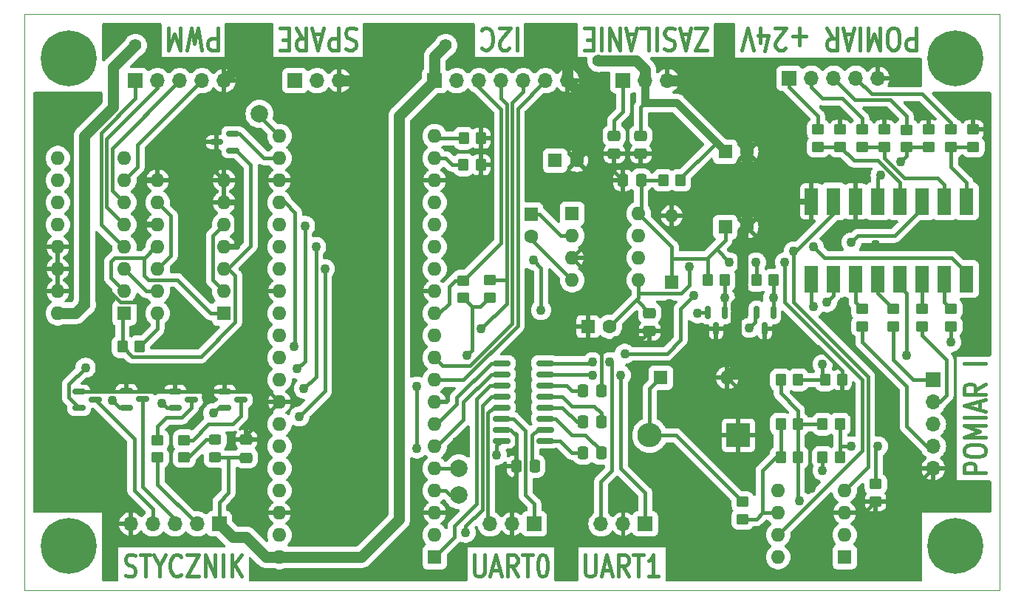
<source format=gtl>
G04 #@! TF.GenerationSoftware,KiCad,Pcbnew,7.0.11+dfsg-1build4*
G04 #@! TF.CreationDate,2025-11-12T09:37:38+01:00*
G04 #@! TF.ProjectId,upp10A_pico,75707031-3041-45f7-9069-636f2e6b6963,rev?*
G04 #@! TF.SameCoordinates,Original*
G04 #@! TF.FileFunction,Copper,L1,Top*
G04 #@! TF.FilePolarity,Positive*
%FSLAX46Y46*%
G04 Gerber Fmt 4.6, Leading zero omitted, Abs format (unit mm)*
G04 Created by KiCad (PCBNEW 7.0.11+dfsg-1build4) date 2025-11-12 09:37:38*
%MOMM*%
%LPD*%
G01*
G04 APERTURE LIST*
G04 Aperture macros list*
%AMRoundRect*
0 Rectangle with rounded corners*
0 $1 Rounding radius*
0 $2 $3 $4 $5 $6 $7 $8 $9 X,Y pos of 4 corners*
0 Add a 4 corners polygon primitive as box body*
4,1,4,$2,$3,$4,$5,$6,$7,$8,$9,$2,$3,0*
0 Add four circle primitives for the rounded corners*
1,1,$1+$1,$2,$3*
1,1,$1+$1,$4,$5*
1,1,$1+$1,$6,$7*
1,1,$1+$1,$8,$9*
0 Add four rect primitives between the rounded corners*
20,1,$1+$1,$2,$3,$4,$5,0*
20,1,$1+$1,$4,$5,$6,$7,0*
20,1,$1+$1,$6,$7,$8,$9,0*
20,1,$1+$1,$8,$9,$2,$3,0*%
G04 Aperture macros list end*
%ADD10C,0.400000*%
G04 #@! TA.AperFunction,NonConductor*
%ADD11C,0.400000*%
G04 #@! TD*
G04 #@! TA.AperFunction,ComponentPad*
%ADD12C,2.000000*%
G04 #@! TD*
G04 #@! TA.AperFunction,ComponentPad*
%ADD13R,1.600000X1.600000*%
G04 #@! TD*
G04 #@! TA.AperFunction,ComponentPad*
%ADD14C,1.600000*%
G04 #@! TD*
G04 #@! TA.AperFunction,SMDPad,CuDef*
%ADD15RoundRect,0.250000X0.450000X-0.350000X0.450000X0.350000X-0.450000X0.350000X-0.450000X-0.350000X0*%
G04 #@! TD*
G04 #@! TA.AperFunction,SMDPad,CuDef*
%ADD16RoundRect,0.250000X-0.450000X0.350000X-0.450000X-0.350000X0.450000X-0.350000X0.450000X0.350000X0*%
G04 #@! TD*
G04 #@! TA.AperFunction,SMDPad,CuDef*
%ADD17RoundRect,0.250000X-0.475000X0.337500X-0.475000X-0.337500X0.475000X-0.337500X0.475000X0.337500X0*%
G04 #@! TD*
G04 #@! TA.AperFunction,SMDPad,CuDef*
%ADD18RoundRect,0.250000X0.350000X0.450000X-0.350000X0.450000X-0.350000X-0.450000X0.350000X-0.450000X0*%
G04 #@! TD*
G04 #@! TA.AperFunction,ComponentPad*
%ADD19O,1.600000X1.600000*%
G04 #@! TD*
G04 #@! TA.AperFunction,SMDPad,CuDef*
%ADD20RoundRect,0.250000X-0.350000X-0.450000X0.350000X-0.450000X0.350000X0.450000X-0.350000X0.450000X0*%
G04 #@! TD*
G04 #@! TA.AperFunction,SMDPad,CuDef*
%ADD21RoundRect,0.150000X-0.587500X-0.150000X0.587500X-0.150000X0.587500X0.150000X-0.587500X0.150000X0*%
G04 #@! TD*
G04 #@! TA.AperFunction,SMDPad,CuDef*
%ADD22RoundRect,0.250000X0.337500X0.475000X-0.337500X0.475000X-0.337500X-0.475000X0.337500X-0.475000X0*%
G04 #@! TD*
G04 #@! TA.AperFunction,ComponentPad*
%ADD23C,6.400000*%
G04 #@! TD*
G04 #@! TA.AperFunction,SMDPad,CuDef*
%ADD24R,1.600000X3.100000*%
G04 #@! TD*
G04 #@! TA.AperFunction,SMDPad,CuDef*
%ADD25RoundRect,0.150000X0.825000X0.150000X-0.825000X0.150000X-0.825000X-0.150000X0.825000X-0.150000X0*%
G04 #@! TD*
G04 #@! TA.AperFunction,SMDPad,CuDef*
%ADD26RoundRect,0.250000X0.475000X-0.337500X0.475000X0.337500X-0.475000X0.337500X-0.475000X-0.337500X0*%
G04 #@! TD*
G04 #@! TA.AperFunction,SMDPad,CuDef*
%ADD27RoundRect,0.150000X-0.150000X0.587500X-0.150000X-0.587500X0.150000X-0.587500X0.150000X0.587500X0*%
G04 #@! TD*
G04 #@! TA.AperFunction,SMDPad,CuDef*
%ADD28RoundRect,0.250000X-0.450000X0.325000X-0.450000X-0.325000X0.450000X-0.325000X0.450000X0.325000X0*%
G04 #@! TD*
G04 #@! TA.AperFunction,SMDPad,CuDef*
%ADD29RoundRect,0.250000X-0.337500X-0.475000X0.337500X-0.475000X0.337500X0.475000X-0.337500X0.475000X0*%
G04 #@! TD*
G04 #@! TA.AperFunction,ComponentPad*
%ADD30R,1.700000X1.700000*%
G04 #@! TD*
G04 #@! TA.AperFunction,ComponentPad*
%ADD31O,1.700000X1.700000*%
G04 #@! TD*
G04 #@! TA.AperFunction,ComponentPad*
%ADD32R,1.500000X1.500000*%
G04 #@! TD*
G04 #@! TA.AperFunction,ComponentPad*
%ADD33O,1.500000X1.500000*%
G04 #@! TD*
G04 #@! TA.AperFunction,SMDPad,CuDef*
%ADD34RoundRect,0.150000X0.587500X0.150000X-0.587500X0.150000X-0.587500X-0.150000X0.587500X-0.150000X0*%
G04 #@! TD*
G04 #@! TA.AperFunction,ComponentPad*
%ADD35R,2.800000X2.800000*%
G04 #@! TD*
G04 #@! TA.AperFunction,ComponentPad*
%ADD36O,2.800000X2.800000*%
G04 #@! TD*
G04 #@! TA.AperFunction,ViaPad*
%ADD37C,1.100000*%
G04 #@! TD*
G04 #@! TA.AperFunction,ViaPad*
%ADD38C,1.400000*%
G04 #@! TD*
G04 #@! TA.AperFunction,Conductor*
%ADD39C,0.381000*%
G04 #@! TD*
G04 #@! TA.AperFunction,Conductor*
%ADD40C,1.270000*%
G04 #@! TD*
G04 #@! TA.AperFunction,Conductor*
%ADD41C,0.635000*%
G04 #@! TD*
G04 #@! TA.AperFunction,Conductor*
%ADD42C,0.889000*%
G04 #@! TD*
G04 #@! TA.AperFunction,Profile*
%ADD43C,0.050000*%
G04 #@! TD*
G04 APERTURE END LIST*
D10*
D11*
X127530652Y-62556752D02*
X127530652Y-65056752D01*
X127530652Y-65056752D02*
X126768747Y-65056752D01*
X126768747Y-65056752D02*
X126578271Y-64937704D01*
X126578271Y-64937704D02*
X126483033Y-64818657D01*
X126483033Y-64818657D02*
X126387795Y-64580561D01*
X126387795Y-64580561D02*
X126387795Y-64223419D01*
X126387795Y-64223419D02*
X126483033Y-63985323D01*
X126483033Y-63985323D02*
X126578271Y-63866276D01*
X126578271Y-63866276D02*
X126768747Y-63747228D01*
X126768747Y-63747228D02*
X127530652Y-63747228D01*
X125149700Y-65056752D02*
X124768747Y-65056752D01*
X124768747Y-65056752D02*
X124578271Y-64937704D01*
X124578271Y-64937704D02*
X124387795Y-64699609D01*
X124387795Y-64699609D02*
X124292557Y-64223419D01*
X124292557Y-64223419D02*
X124292557Y-63390085D01*
X124292557Y-63390085D02*
X124387795Y-62913895D01*
X124387795Y-62913895D02*
X124578271Y-62675800D01*
X124578271Y-62675800D02*
X124768747Y-62556752D01*
X124768747Y-62556752D02*
X125149700Y-62556752D01*
X125149700Y-62556752D02*
X125340176Y-62675800D01*
X125340176Y-62675800D02*
X125530652Y-62913895D01*
X125530652Y-62913895D02*
X125625890Y-63390085D01*
X125625890Y-63390085D02*
X125625890Y-64223419D01*
X125625890Y-64223419D02*
X125530652Y-64699609D01*
X125530652Y-64699609D02*
X125340176Y-64937704D01*
X125340176Y-64937704D02*
X125149700Y-65056752D01*
X123435414Y-62556752D02*
X123435414Y-65056752D01*
X123435414Y-65056752D02*
X122768747Y-63271038D01*
X122768747Y-63271038D02*
X122102081Y-65056752D01*
X122102081Y-65056752D02*
X122102081Y-62556752D01*
X121149700Y-62556752D02*
X121149700Y-65056752D01*
X120292557Y-63271038D02*
X119340176Y-63271038D01*
X120483033Y-62556752D02*
X119816367Y-65056752D01*
X119816367Y-65056752D02*
X119149700Y-62556752D01*
X117340176Y-62556752D02*
X118006843Y-63747228D01*
X118483033Y-62556752D02*
X118483033Y-65056752D01*
X118483033Y-65056752D02*
X117721128Y-65056752D01*
X117721128Y-65056752D02*
X117530652Y-64937704D01*
X117530652Y-64937704D02*
X117435414Y-64818657D01*
X117435414Y-64818657D02*
X117340176Y-64580561D01*
X117340176Y-64580561D02*
X117340176Y-64223419D01*
X117340176Y-64223419D02*
X117435414Y-63985323D01*
X117435414Y-63985323D02*
X117530652Y-63866276D01*
X117530652Y-63866276D02*
X117721128Y-63747228D01*
X117721128Y-63747228D02*
X118483033Y-63747228D01*
X114959223Y-63509133D02*
X113435414Y-63509133D01*
X114197318Y-62556752D02*
X114197318Y-64461514D01*
X112578271Y-64818657D02*
X112483033Y-64937704D01*
X112483033Y-64937704D02*
X112292557Y-65056752D01*
X112292557Y-65056752D02*
X111816366Y-65056752D01*
X111816366Y-65056752D02*
X111625890Y-64937704D01*
X111625890Y-64937704D02*
X111530652Y-64818657D01*
X111530652Y-64818657D02*
X111435414Y-64580561D01*
X111435414Y-64580561D02*
X111435414Y-64342466D01*
X111435414Y-64342466D02*
X111530652Y-63985323D01*
X111530652Y-63985323D02*
X112673509Y-62556752D01*
X112673509Y-62556752D02*
X111435414Y-62556752D01*
X109721128Y-64223419D02*
X109721128Y-62556752D01*
X110197319Y-65175800D02*
X110673509Y-63390085D01*
X110673509Y-63390085D02*
X109435414Y-63390085D01*
X108959223Y-65056752D02*
X108292557Y-62556752D01*
X108292557Y-62556752D02*
X107625890Y-65056752D01*
D10*
D11*
X89654347Y-122903247D02*
X89654347Y-124927057D01*
X89654347Y-124927057D02*
X89749585Y-125165152D01*
X89749585Y-125165152D02*
X89844823Y-125284200D01*
X89844823Y-125284200D02*
X90035299Y-125403247D01*
X90035299Y-125403247D02*
X90416252Y-125403247D01*
X90416252Y-125403247D02*
X90606728Y-125284200D01*
X90606728Y-125284200D02*
X90701966Y-125165152D01*
X90701966Y-125165152D02*
X90797204Y-124927057D01*
X90797204Y-124927057D02*
X90797204Y-122903247D01*
X91654347Y-124688961D02*
X92606728Y-124688961D01*
X91463871Y-125403247D02*
X92130537Y-122903247D01*
X92130537Y-122903247D02*
X92797204Y-125403247D01*
X94606728Y-125403247D02*
X93940061Y-124212771D01*
X93463871Y-125403247D02*
X93463871Y-122903247D01*
X93463871Y-122903247D02*
X94225776Y-122903247D01*
X94225776Y-122903247D02*
X94416252Y-123022295D01*
X94416252Y-123022295D02*
X94511490Y-123141342D01*
X94511490Y-123141342D02*
X94606728Y-123379438D01*
X94606728Y-123379438D02*
X94606728Y-123736580D01*
X94606728Y-123736580D02*
X94511490Y-123974676D01*
X94511490Y-123974676D02*
X94416252Y-124093723D01*
X94416252Y-124093723D02*
X94225776Y-124212771D01*
X94225776Y-124212771D02*
X93463871Y-124212771D01*
X95178157Y-122903247D02*
X96321014Y-122903247D01*
X95749585Y-125403247D02*
X95749585Y-122903247D01*
X98035300Y-125403247D02*
X96892443Y-125403247D01*
X97463871Y-125403247D02*
X97463871Y-122903247D01*
X97463871Y-122903247D02*
X97273395Y-123260390D01*
X97273395Y-123260390D02*
X97082919Y-123498485D01*
X97082919Y-123498485D02*
X96892443Y-123617533D01*
D10*
D11*
X81805652Y-62556752D02*
X81805652Y-65056752D01*
X80948509Y-64818657D02*
X80853271Y-64937704D01*
X80853271Y-64937704D02*
X80662795Y-65056752D01*
X80662795Y-65056752D02*
X80186604Y-65056752D01*
X80186604Y-65056752D02*
X79996128Y-64937704D01*
X79996128Y-64937704D02*
X79900890Y-64818657D01*
X79900890Y-64818657D02*
X79805652Y-64580561D01*
X79805652Y-64580561D02*
X79805652Y-64342466D01*
X79805652Y-64342466D02*
X79900890Y-63985323D01*
X79900890Y-63985323D02*
X81043747Y-62556752D01*
X81043747Y-62556752D02*
X79805652Y-62556752D01*
X77805652Y-62794847D02*
X77900890Y-62675800D01*
X77900890Y-62675800D02*
X78186604Y-62556752D01*
X78186604Y-62556752D02*
X78377080Y-62556752D01*
X78377080Y-62556752D02*
X78662795Y-62675800D01*
X78662795Y-62675800D02*
X78853271Y-62913895D01*
X78853271Y-62913895D02*
X78948509Y-63151990D01*
X78948509Y-63151990D02*
X79043747Y-63628180D01*
X79043747Y-63628180D02*
X79043747Y-63985323D01*
X79043747Y-63985323D02*
X78948509Y-64461514D01*
X78948509Y-64461514D02*
X78853271Y-64699609D01*
X78853271Y-64699609D02*
X78662795Y-64937704D01*
X78662795Y-64937704D02*
X78377080Y-65056752D01*
X78377080Y-65056752D02*
X78186604Y-65056752D01*
X78186604Y-65056752D02*
X77900890Y-64937704D01*
X77900890Y-64937704D02*
X77805652Y-64818657D01*
D10*
D11*
X103591128Y-65056752D02*
X102257795Y-65056752D01*
X102257795Y-65056752D02*
X103591128Y-62556752D01*
X103591128Y-62556752D02*
X102257795Y-62556752D01*
X101591128Y-63271038D02*
X100638747Y-63271038D01*
X101781604Y-62556752D02*
X101114938Y-65056752D01*
X101114938Y-65056752D02*
X100448271Y-62556752D01*
X99876842Y-62675800D02*
X99591128Y-62556752D01*
X99591128Y-62556752D02*
X99114937Y-62556752D01*
X99114937Y-62556752D02*
X98924461Y-62675800D01*
X98924461Y-62675800D02*
X98829223Y-62794847D01*
X98829223Y-62794847D02*
X98733985Y-63032942D01*
X98733985Y-63032942D02*
X98733985Y-63271038D01*
X98733985Y-63271038D02*
X98829223Y-63509133D01*
X98829223Y-63509133D02*
X98924461Y-63628180D01*
X98924461Y-63628180D02*
X99114937Y-63747228D01*
X99114937Y-63747228D02*
X99495890Y-63866276D01*
X99495890Y-63866276D02*
X99686366Y-63985323D01*
X99686366Y-63985323D02*
X99781604Y-64104371D01*
X99781604Y-64104371D02*
X99876842Y-64342466D01*
X99876842Y-64342466D02*
X99876842Y-64580561D01*
X99876842Y-64580561D02*
X99781604Y-64818657D01*
X99781604Y-64818657D02*
X99686366Y-64937704D01*
X99686366Y-64937704D02*
X99495890Y-65056752D01*
X99495890Y-65056752D02*
X99019699Y-65056752D01*
X99019699Y-65056752D02*
X98733985Y-64937704D01*
X97876842Y-62556752D02*
X97876842Y-65056752D01*
X95972080Y-62556752D02*
X96924461Y-62556752D01*
X96924461Y-62556752D02*
X96924461Y-65056752D01*
X95400651Y-63271038D02*
X94448270Y-63271038D01*
X95591127Y-62556752D02*
X94924461Y-65056752D01*
X94924461Y-65056752D02*
X94257794Y-62556752D01*
X93591127Y-62556752D02*
X93591127Y-65056752D01*
X93591127Y-65056752D02*
X92448270Y-62556752D01*
X92448270Y-62556752D02*
X92448270Y-65056752D01*
X91495889Y-62556752D02*
X91495889Y-65056752D01*
X90543508Y-63866276D02*
X89876841Y-63866276D01*
X89591127Y-62556752D02*
X90543508Y-62556752D01*
X90543508Y-62556752D02*
X90543508Y-65056752D01*
X90543508Y-65056752D02*
X89591127Y-65056752D01*
D10*
D11*
X76939347Y-122903247D02*
X76939347Y-124927057D01*
X76939347Y-124927057D02*
X77034585Y-125165152D01*
X77034585Y-125165152D02*
X77129823Y-125284200D01*
X77129823Y-125284200D02*
X77320299Y-125403247D01*
X77320299Y-125403247D02*
X77701252Y-125403247D01*
X77701252Y-125403247D02*
X77891728Y-125284200D01*
X77891728Y-125284200D02*
X77986966Y-125165152D01*
X77986966Y-125165152D02*
X78082204Y-124927057D01*
X78082204Y-124927057D02*
X78082204Y-122903247D01*
X78939347Y-124688961D02*
X79891728Y-124688961D01*
X78748871Y-125403247D02*
X79415537Y-122903247D01*
X79415537Y-122903247D02*
X80082204Y-125403247D01*
X81891728Y-125403247D02*
X81225061Y-124212771D01*
X80748871Y-125403247D02*
X80748871Y-122903247D01*
X80748871Y-122903247D02*
X81510776Y-122903247D01*
X81510776Y-122903247D02*
X81701252Y-123022295D01*
X81701252Y-123022295D02*
X81796490Y-123141342D01*
X81796490Y-123141342D02*
X81891728Y-123379438D01*
X81891728Y-123379438D02*
X81891728Y-123736580D01*
X81891728Y-123736580D02*
X81796490Y-123974676D01*
X81796490Y-123974676D02*
X81701252Y-124093723D01*
X81701252Y-124093723D02*
X81510776Y-124212771D01*
X81510776Y-124212771D02*
X80748871Y-124212771D01*
X82463157Y-122903247D02*
X83606014Y-122903247D01*
X83034585Y-125403247D02*
X83034585Y-122903247D01*
X84653633Y-122903247D02*
X84844110Y-122903247D01*
X84844110Y-122903247D02*
X85034586Y-123022295D01*
X85034586Y-123022295D02*
X85129824Y-123141342D01*
X85129824Y-123141342D02*
X85225062Y-123379438D01*
X85225062Y-123379438D02*
X85320300Y-123855628D01*
X85320300Y-123855628D02*
X85320300Y-124450866D01*
X85320300Y-124450866D02*
X85225062Y-124927057D01*
X85225062Y-124927057D02*
X85129824Y-125165152D01*
X85129824Y-125165152D02*
X85034586Y-125284200D01*
X85034586Y-125284200D02*
X84844110Y-125403247D01*
X84844110Y-125403247D02*
X84653633Y-125403247D01*
X84653633Y-125403247D02*
X84463157Y-125284200D01*
X84463157Y-125284200D02*
X84367919Y-125165152D01*
X84367919Y-125165152D02*
X84272681Y-124927057D01*
X84272681Y-124927057D02*
X84177443Y-124450866D01*
X84177443Y-124450866D02*
X84177443Y-123855628D01*
X84177443Y-123855628D02*
X84272681Y-123379438D01*
X84272681Y-123379438D02*
X84367919Y-123141342D01*
X84367919Y-123141342D02*
X84463157Y-123022295D01*
X84463157Y-123022295D02*
X84653633Y-122903247D01*
D10*
D11*
X36934109Y-125284200D02*
X37219823Y-125403247D01*
X37219823Y-125403247D02*
X37696014Y-125403247D01*
X37696014Y-125403247D02*
X37886490Y-125284200D01*
X37886490Y-125284200D02*
X37981728Y-125165152D01*
X37981728Y-125165152D02*
X38076966Y-124927057D01*
X38076966Y-124927057D02*
X38076966Y-124688961D01*
X38076966Y-124688961D02*
X37981728Y-124450866D01*
X37981728Y-124450866D02*
X37886490Y-124331819D01*
X37886490Y-124331819D02*
X37696014Y-124212771D01*
X37696014Y-124212771D02*
X37315061Y-124093723D01*
X37315061Y-124093723D02*
X37124585Y-123974676D01*
X37124585Y-123974676D02*
X37029347Y-123855628D01*
X37029347Y-123855628D02*
X36934109Y-123617533D01*
X36934109Y-123617533D02*
X36934109Y-123379438D01*
X36934109Y-123379438D02*
X37029347Y-123141342D01*
X37029347Y-123141342D02*
X37124585Y-123022295D01*
X37124585Y-123022295D02*
X37315061Y-122903247D01*
X37315061Y-122903247D02*
X37791252Y-122903247D01*
X37791252Y-122903247D02*
X38076966Y-123022295D01*
X38648395Y-122903247D02*
X39791252Y-122903247D01*
X39219823Y-125403247D02*
X39219823Y-122903247D01*
X40838871Y-124212771D02*
X40838871Y-125403247D01*
X40172205Y-122903247D02*
X40838871Y-124212771D01*
X40838871Y-124212771D02*
X41505538Y-122903247D01*
X43315062Y-125165152D02*
X43219824Y-125284200D01*
X43219824Y-125284200D02*
X42934110Y-125403247D01*
X42934110Y-125403247D02*
X42743634Y-125403247D01*
X42743634Y-125403247D02*
X42457919Y-125284200D01*
X42457919Y-125284200D02*
X42267443Y-125046104D01*
X42267443Y-125046104D02*
X42172205Y-124808009D01*
X42172205Y-124808009D02*
X42076967Y-124331819D01*
X42076967Y-124331819D02*
X42076967Y-123974676D01*
X42076967Y-123974676D02*
X42172205Y-123498485D01*
X42172205Y-123498485D02*
X42267443Y-123260390D01*
X42267443Y-123260390D02*
X42457919Y-123022295D01*
X42457919Y-123022295D02*
X42743634Y-122903247D01*
X42743634Y-122903247D02*
X42934110Y-122903247D01*
X42934110Y-122903247D02*
X43219824Y-123022295D01*
X43219824Y-123022295D02*
X43315062Y-123141342D01*
X43981729Y-122903247D02*
X45315062Y-122903247D01*
X45315062Y-122903247D02*
X43981729Y-125403247D01*
X43981729Y-125403247D02*
X45315062Y-125403247D01*
X46076967Y-125403247D02*
X46076967Y-122903247D01*
X46076967Y-122903247D02*
X47219824Y-125403247D01*
X47219824Y-125403247D02*
X47219824Y-122903247D01*
X48172205Y-125403247D02*
X48172205Y-122903247D01*
X49124586Y-125403247D02*
X49124586Y-122903247D01*
X50267443Y-125403247D02*
X49410300Y-123974676D01*
X50267443Y-122903247D02*
X49124586Y-124331819D01*
D10*
D11*
X47520652Y-62556752D02*
X47520652Y-65056752D01*
X47520652Y-65056752D02*
X46758747Y-65056752D01*
X46758747Y-65056752D02*
X46568271Y-64937704D01*
X46568271Y-64937704D02*
X46473033Y-64818657D01*
X46473033Y-64818657D02*
X46377795Y-64580561D01*
X46377795Y-64580561D02*
X46377795Y-64223419D01*
X46377795Y-64223419D02*
X46473033Y-63985323D01*
X46473033Y-63985323D02*
X46568271Y-63866276D01*
X46568271Y-63866276D02*
X46758747Y-63747228D01*
X46758747Y-63747228D02*
X47520652Y-63747228D01*
X45711128Y-65056752D02*
X45234938Y-62556752D01*
X45234938Y-62556752D02*
X44853985Y-64342466D01*
X44853985Y-64342466D02*
X44473033Y-62556752D01*
X44473033Y-62556752D02*
X43996843Y-65056752D01*
X43234938Y-62556752D02*
X43234938Y-65056752D01*
X43234938Y-65056752D02*
X42568271Y-63271038D01*
X42568271Y-63271038D02*
X41901605Y-65056752D01*
X41901605Y-65056752D02*
X41901605Y-62556752D01*
D10*
D11*
X135563247Y-113560652D02*
X133063247Y-113560652D01*
X133063247Y-113560652D02*
X133063247Y-112798747D01*
X133063247Y-112798747D02*
X133182295Y-112608271D01*
X133182295Y-112608271D02*
X133301342Y-112513033D01*
X133301342Y-112513033D02*
X133539438Y-112417795D01*
X133539438Y-112417795D02*
X133896580Y-112417795D01*
X133896580Y-112417795D02*
X134134676Y-112513033D01*
X134134676Y-112513033D02*
X134253723Y-112608271D01*
X134253723Y-112608271D02*
X134372771Y-112798747D01*
X134372771Y-112798747D02*
X134372771Y-113560652D01*
X133063247Y-111179700D02*
X133063247Y-110798747D01*
X133063247Y-110798747D02*
X133182295Y-110608271D01*
X133182295Y-110608271D02*
X133420390Y-110417795D01*
X133420390Y-110417795D02*
X133896580Y-110322557D01*
X133896580Y-110322557D02*
X134729914Y-110322557D01*
X134729914Y-110322557D02*
X135206104Y-110417795D01*
X135206104Y-110417795D02*
X135444200Y-110608271D01*
X135444200Y-110608271D02*
X135563247Y-110798747D01*
X135563247Y-110798747D02*
X135563247Y-111179700D01*
X135563247Y-111179700D02*
X135444200Y-111370176D01*
X135444200Y-111370176D02*
X135206104Y-111560652D01*
X135206104Y-111560652D02*
X134729914Y-111655890D01*
X134729914Y-111655890D02*
X133896580Y-111655890D01*
X133896580Y-111655890D02*
X133420390Y-111560652D01*
X133420390Y-111560652D02*
X133182295Y-111370176D01*
X133182295Y-111370176D02*
X133063247Y-111179700D01*
X135563247Y-109465414D02*
X133063247Y-109465414D01*
X133063247Y-109465414D02*
X134848961Y-108798747D01*
X134848961Y-108798747D02*
X133063247Y-108132081D01*
X133063247Y-108132081D02*
X135563247Y-108132081D01*
X135563247Y-107179700D02*
X133063247Y-107179700D01*
X134848961Y-106322557D02*
X134848961Y-105370176D01*
X135563247Y-106513033D02*
X133063247Y-105846367D01*
X133063247Y-105846367D02*
X135563247Y-105179700D01*
X135563247Y-103370176D02*
X134372771Y-104036843D01*
X135563247Y-104513033D02*
X133063247Y-104513033D01*
X133063247Y-104513033D02*
X133063247Y-103751128D01*
X133063247Y-103751128D02*
X133182295Y-103560652D01*
X133182295Y-103560652D02*
X133301342Y-103465414D01*
X133301342Y-103465414D02*
X133539438Y-103370176D01*
X133539438Y-103370176D02*
X133896580Y-103370176D01*
X133896580Y-103370176D02*
X134134676Y-103465414D01*
X134134676Y-103465414D02*
X134253723Y-103560652D01*
X134253723Y-103560652D02*
X134372771Y-103751128D01*
X134372771Y-103751128D02*
X134372771Y-104513033D01*
X135563247Y-100989223D02*
X133063247Y-100989223D01*
D10*
D11*
X63363890Y-62675800D02*
X63078176Y-62556752D01*
X63078176Y-62556752D02*
X62601985Y-62556752D01*
X62601985Y-62556752D02*
X62411509Y-62675800D01*
X62411509Y-62675800D02*
X62316271Y-62794847D01*
X62316271Y-62794847D02*
X62221033Y-63032942D01*
X62221033Y-63032942D02*
X62221033Y-63271038D01*
X62221033Y-63271038D02*
X62316271Y-63509133D01*
X62316271Y-63509133D02*
X62411509Y-63628180D01*
X62411509Y-63628180D02*
X62601985Y-63747228D01*
X62601985Y-63747228D02*
X62982938Y-63866276D01*
X62982938Y-63866276D02*
X63173414Y-63985323D01*
X63173414Y-63985323D02*
X63268652Y-64104371D01*
X63268652Y-64104371D02*
X63363890Y-64342466D01*
X63363890Y-64342466D02*
X63363890Y-64580561D01*
X63363890Y-64580561D02*
X63268652Y-64818657D01*
X63268652Y-64818657D02*
X63173414Y-64937704D01*
X63173414Y-64937704D02*
X62982938Y-65056752D01*
X62982938Y-65056752D02*
X62506747Y-65056752D01*
X62506747Y-65056752D02*
X62221033Y-64937704D01*
X61363890Y-62556752D02*
X61363890Y-65056752D01*
X61363890Y-65056752D02*
X60601985Y-65056752D01*
X60601985Y-65056752D02*
X60411509Y-64937704D01*
X60411509Y-64937704D02*
X60316271Y-64818657D01*
X60316271Y-64818657D02*
X60221033Y-64580561D01*
X60221033Y-64580561D02*
X60221033Y-64223419D01*
X60221033Y-64223419D02*
X60316271Y-63985323D01*
X60316271Y-63985323D02*
X60411509Y-63866276D01*
X60411509Y-63866276D02*
X60601985Y-63747228D01*
X60601985Y-63747228D02*
X61363890Y-63747228D01*
X59459128Y-63271038D02*
X58506747Y-63271038D01*
X59649604Y-62556752D02*
X58982938Y-65056752D01*
X58982938Y-65056752D02*
X58316271Y-62556752D01*
X56506747Y-62556752D02*
X57173414Y-63747228D01*
X57649604Y-62556752D02*
X57649604Y-65056752D01*
X57649604Y-65056752D02*
X56887699Y-65056752D01*
X56887699Y-65056752D02*
X56697223Y-64937704D01*
X56697223Y-64937704D02*
X56601985Y-64818657D01*
X56601985Y-64818657D02*
X56506747Y-64580561D01*
X56506747Y-64580561D02*
X56506747Y-64223419D01*
X56506747Y-64223419D02*
X56601985Y-63985323D01*
X56601985Y-63985323D02*
X56697223Y-63866276D01*
X56697223Y-63866276D02*
X56887699Y-63747228D01*
X56887699Y-63747228D02*
X57649604Y-63747228D01*
X55649604Y-63866276D02*
X54982937Y-63866276D01*
X54697223Y-62556752D02*
X55649604Y-62556752D01*
X55649604Y-62556752D02*
X55649604Y-65056752D01*
X55649604Y-65056752D02*
X54697223Y-65056752D01*
D12*
X52324000Y-72390000D03*
D13*
X86193621Y-77724000D03*
D14*
X88693621Y-77724000D03*
D15*
X107696000Y-118856000D03*
X107696000Y-116856000D03*
D16*
X116332000Y-74184000D03*
X116332000Y-76184000D03*
D17*
X92964000Y-74898500D03*
X92964000Y-76973500D03*
D15*
X134112000Y-76184000D03*
X134112000Y-74184000D03*
D18*
X114030000Y-111760000D03*
X112030000Y-111760000D03*
X114030000Y-107950000D03*
X112030000Y-107950000D03*
D16*
X43688000Y-109760000D03*
X43688000Y-111760000D03*
D13*
X36820000Y-95235000D03*
D19*
X36820000Y-92695000D03*
X36820000Y-90155000D03*
X36820000Y-87615000D03*
X36820000Y-85075000D03*
X36820000Y-82535000D03*
X36820000Y-79995000D03*
X36820000Y-77455000D03*
X29200000Y-77455000D03*
X29200000Y-79995000D03*
X29200000Y-82535000D03*
X29200000Y-85075000D03*
X29200000Y-87615000D03*
X29200000Y-90155000D03*
X29200000Y-92695000D03*
X29200000Y-95235000D03*
D13*
X98298000Y-102616000D03*
D19*
X105918000Y-102616000D03*
D20*
X75692000Y-78232000D03*
X77692000Y-78232000D03*
X36592000Y-99060000D03*
X38592000Y-99060000D03*
D18*
X105648000Y-91440000D03*
X103648000Y-91440000D03*
D13*
X88148000Y-83820000D03*
D19*
X88148000Y-86360000D03*
X88148000Y-88900000D03*
X88148000Y-91440000D03*
X95768000Y-91440000D03*
X95768000Y-88900000D03*
X95768000Y-86360000D03*
X95768000Y-83820000D03*
D13*
X105704000Y-85344000D03*
D14*
X108204000Y-85344000D03*
D21*
X31653000Y-104206000D03*
X31653000Y-106106000D03*
X33528000Y-105156000D03*
D15*
X78740000Y-93456000D03*
X78740000Y-91456000D03*
D16*
X123952000Y-74184000D03*
X123952000Y-76184000D03*
D22*
X96055000Y-80000000D03*
X93980000Y-80000000D03*
D17*
X97028000Y-95207000D03*
X97028000Y-97282000D03*
D23*
X132080000Y-121920000D03*
D24*
X133350000Y-82423000D03*
X130810000Y-82423000D03*
X128270000Y-82423000D03*
X125730000Y-82423000D03*
X123190000Y-82423000D03*
X120650000Y-82423000D03*
X118110000Y-82423000D03*
X115570000Y-82423000D03*
X115570000Y-91313000D03*
X118110000Y-91313000D03*
X120650000Y-91313000D03*
X123190000Y-91313000D03*
X125730000Y-91313000D03*
X128270000Y-91313000D03*
X130810000Y-91313000D03*
X133350000Y-91313000D03*
D25*
X85025000Y-109855000D03*
X85025000Y-108585000D03*
X85025000Y-107315000D03*
X85025000Y-106045000D03*
X85025000Y-104775000D03*
X85025000Y-103505000D03*
X85025000Y-102235000D03*
X85025000Y-100965000D03*
X80075000Y-100965000D03*
X80075000Y-102235000D03*
X80075000Y-103505000D03*
X80075000Y-104775000D03*
X80075000Y-106045000D03*
X80075000Y-107315000D03*
X80075000Y-108585000D03*
X80075000Y-109855000D03*
D12*
X75184000Y-116078000D03*
D21*
X37084000Y-104140000D03*
X37084000Y-106040000D03*
X38959000Y-105090000D03*
D13*
X48260000Y-95250000D03*
D19*
X48260000Y-92710000D03*
X48260000Y-90170000D03*
X48260000Y-87630000D03*
X48260000Y-85090000D03*
X48260000Y-82550000D03*
X48260000Y-80010000D03*
X40640000Y-80010000D03*
X40640000Y-82550000D03*
X40640000Y-85090000D03*
X40640000Y-87630000D03*
X40640000Y-90170000D03*
X40640000Y-92710000D03*
X40640000Y-95250000D03*
D23*
X30480000Y-121920000D03*
D15*
X128270000Y-96742000D03*
X128270000Y-94742000D03*
D26*
X50800000Y-111803000D03*
X50800000Y-109728000D03*
D21*
X42672000Y-104206000D03*
X42672000Y-106106000D03*
X44547000Y-105156000D03*
D15*
X40640000Y-111760000D03*
X40640000Y-109760000D03*
D27*
X105598000Y-95153000D03*
X103698000Y-95153000D03*
X104648000Y-97028000D03*
D16*
X121412000Y-74184000D03*
X121412000Y-76184000D03*
X126492000Y-74200000D03*
X126492000Y-76200000D03*
D28*
X47244000Y-109735000D03*
X47244000Y-111785000D03*
D29*
X81766500Y-112776000D03*
X83841500Y-112776000D03*
D12*
X75184000Y-113030000D03*
D20*
X75708000Y-75184000D03*
X77708000Y-75184000D03*
X116840000Y-107950000D03*
X118840000Y-107950000D03*
D27*
X111186000Y-95153000D03*
X109286000Y-95153000D03*
X110236000Y-97028000D03*
D18*
X111236000Y-91440000D03*
X109236000Y-91440000D03*
D15*
X129032000Y-76184000D03*
X129032000Y-74184000D03*
D18*
X114030000Y-102870000D03*
X112030000Y-102870000D03*
D22*
X91461500Y-104140000D03*
X89386500Y-104140000D03*
D13*
X119370000Y-123180000D03*
D19*
X119370000Y-120640000D03*
X119370000Y-118100000D03*
X119370000Y-115560000D03*
X111750000Y-115560000D03*
X111750000Y-118100000D03*
X111750000Y-120640000D03*
X111750000Y-123180000D03*
D30*
X38100000Y-68580000D03*
D31*
X40640000Y-68580000D03*
X43180000Y-68580000D03*
X45720000Y-68580000D03*
X48260000Y-68580000D03*
D30*
X56388000Y-68580000D03*
D31*
X58928000Y-68580000D03*
X61468000Y-68580000D03*
D29*
X89386500Y-107717500D03*
X91461500Y-107717500D03*
D18*
X100584000Y-80000000D03*
X98584000Y-80000000D03*
D23*
X30480000Y-66040000D03*
D30*
X47720000Y-119380000D03*
D31*
X45180000Y-119380000D03*
X42640000Y-119380000D03*
X40100000Y-119380000D03*
X37560000Y-119380000D03*
D17*
X96012000Y-74898500D03*
X96012000Y-76973500D03*
D21*
X48338500Y-104206000D03*
X48338500Y-106106000D03*
X50213500Y-105156000D03*
D32*
X99568000Y-91684000D03*
D33*
X99568000Y-84064000D03*
D30*
X93980000Y-68580000D03*
D31*
X96520000Y-68580000D03*
X99060000Y-68580000D03*
D15*
X131572000Y-76184000D03*
X131572000Y-74184000D03*
X131572000Y-96742000D03*
X131572000Y-94742000D03*
D13*
X83439000Y-83907621D03*
D14*
X83439000Y-86407621D03*
D30*
X113030000Y-68310000D03*
D31*
X115570000Y-68310000D03*
X118110000Y-68310000D03*
X120650000Y-68310000D03*
X123190000Y-68310000D03*
D20*
X117110000Y-102870000D03*
X119110000Y-102870000D03*
D15*
X75692000Y-93472000D03*
X75692000Y-91472000D03*
D30*
X83820000Y-119380000D03*
D31*
X81280000Y-119380000D03*
X78740000Y-119380000D03*
D34*
X49276000Y-76576000D03*
X49276000Y-74676000D03*
X47401000Y-75626000D03*
D15*
X122936000Y-116824000D03*
X122936000Y-114824000D03*
D13*
X72390000Y-123190000D03*
D19*
X72390000Y-120650000D03*
X72390000Y-118110000D03*
X72390000Y-115570000D03*
X72390000Y-113030000D03*
X72390000Y-110490000D03*
X72390000Y-107950000D03*
X72390000Y-105410000D03*
X72390000Y-102870000D03*
X72390000Y-100330000D03*
X72390000Y-97790000D03*
X72390000Y-95250000D03*
X72390000Y-92710000D03*
X72390000Y-90170000D03*
X72390000Y-87630000D03*
X72390000Y-85090000D03*
X72390000Y-82550000D03*
X72390000Y-80010000D03*
X72390000Y-77470000D03*
X72390000Y-74930000D03*
X54610000Y-74930000D03*
X54610000Y-77470000D03*
X54610000Y-80010000D03*
X54610000Y-82550000D03*
X54610000Y-85090000D03*
X54610000Y-87630000D03*
X54610000Y-90170000D03*
X54610000Y-92710000D03*
X54610000Y-95250000D03*
X54610000Y-97790000D03*
X54610000Y-100330000D03*
X54610000Y-102870000D03*
X54610000Y-105410000D03*
X54610000Y-107950000D03*
X54610000Y-110490000D03*
X54610000Y-113030000D03*
X54610000Y-115570000D03*
X54610000Y-118110000D03*
X54610000Y-120650000D03*
X54610000Y-123190000D03*
D15*
X124968000Y-96742000D03*
X124968000Y-94742000D03*
D30*
X96535000Y-119380000D03*
D31*
X93995000Y-119380000D03*
X91455000Y-119380000D03*
D20*
X116840000Y-111760000D03*
X118840000Y-111760000D03*
D15*
X121412000Y-96742000D03*
X121412000Y-94742000D03*
X118872000Y-76184000D03*
X118872000Y-74184000D03*
D30*
X72385000Y-68580000D03*
D31*
X74925000Y-68580000D03*
X77465000Y-68580000D03*
X80005000Y-68580000D03*
X82545000Y-68580000D03*
X85085000Y-68580000D03*
X87625000Y-68580000D03*
D13*
X105704000Y-76708000D03*
D14*
X108204000Y-76708000D03*
D13*
X89956000Y-96764000D03*
D14*
X92456000Y-96764000D03*
D35*
X107188000Y-109220000D03*
D36*
X97028000Y-109220000D03*
D30*
X129540000Y-102870000D03*
D31*
X129540000Y-105410000D03*
X129540000Y-107950000D03*
X129540000Y-110490000D03*
X129540000Y-113030000D03*
D29*
X89386500Y-111252000D03*
X91461500Y-111252000D03*
D23*
X132080000Y-66040000D03*
D37*
X134620000Y-116840000D03*
X74930000Y-89154000D03*
X107442000Y-91948000D03*
X119888000Y-105918000D03*
X107188000Y-94996000D03*
X67310000Y-68580000D03*
X118872000Y-72644000D03*
X38862000Y-93980000D03*
X83312000Y-72390000D03*
X118110000Y-96266000D03*
X35560000Y-121920000D03*
X87630000Y-124460000D03*
X115570000Y-124460000D03*
X127000000Y-124460000D03*
D38*
X65532000Y-105664000D03*
D37*
X108204000Y-114554000D03*
X75692000Y-62738000D03*
X113792000Y-85852000D03*
X44958000Y-114808000D03*
D38*
X50038000Y-62810000D03*
D37*
X86360000Y-111760000D03*
X115062000Y-104902000D03*
X40894000Y-98806000D03*
X112522000Y-71120000D03*
X99060000Y-106680000D03*
X114808000Y-100584000D03*
X83566000Y-81534000D03*
X115570000Y-115316000D03*
X36322000Y-110490000D03*
X95758000Y-102616000D03*
X35560000Y-63500000D03*
X105156000Y-117094000D03*
X74930000Y-124460000D03*
D38*
X65532000Y-80010000D03*
D37*
X76708000Y-83566000D03*
X106934000Y-98298000D03*
X115570000Y-109982000D03*
X134620000Y-99060000D03*
X82550000Y-105410000D03*
X105410000Y-64770000D03*
X90678000Y-113030000D03*
X33020000Y-71120000D03*
X121158000Y-79248000D03*
X27940000Y-71120000D03*
X99060000Y-98044000D03*
X122936000Y-87376000D03*
X27940000Y-100330000D03*
X56896000Y-71374000D03*
X134620000Y-78740000D03*
X90424000Y-81280000D03*
X102362000Y-98298000D03*
X134620000Y-86360000D03*
X74930000Y-109982000D03*
X43434000Y-93980000D03*
X82550000Y-100330000D03*
X128524000Y-72644000D03*
X127000000Y-118110000D03*
D38*
X65532000Y-92710000D03*
D37*
X50546000Y-114046000D03*
X48768000Y-99060000D03*
X134112000Y-72644000D03*
X74930000Y-70866000D03*
X98044000Y-72898000D03*
X124460000Y-113030000D03*
X127000000Y-67310000D03*
X99248788Y-94107684D03*
X35306000Y-102870000D03*
X123952000Y-104648000D03*
X68580000Y-124460000D03*
X101854000Y-75692000D03*
X90932000Y-92964000D03*
X112776000Y-96266000D03*
X52070000Y-125222000D03*
X119126000Y-85852000D03*
X46228000Y-104902000D03*
D38*
X65278000Y-118110000D03*
D37*
X27940000Y-116840000D03*
X98552000Y-116332000D03*
X83312000Y-96774000D03*
D38*
X87630000Y-62660000D03*
D37*
X27940000Y-110490000D03*
X81280000Y-116840000D03*
X100330000Y-124460000D03*
X34290000Y-87630000D03*
D38*
X65278000Y-62660000D03*
D37*
X123952000Y-72644000D03*
X44958000Y-91440000D03*
X114221782Y-116761782D03*
X112522000Y-89408000D03*
X109220000Y-89408000D03*
X115824000Y-87630000D03*
X106172000Y-89408000D03*
D38*
X73660000Y-64516000D03*
X91186000Y-66294000D03*
X32258000Y-94234000D03*
X38100000Y-64516000D03*
D37*
X113538000Y-88138000D03*
X101600000Y-89934500D03*
X116840000Y-113284000D03*
X90467000Y-102362000D03*
X93726000Y-102362000D03*
X90467000Y-100838000D03*
X92456000Y-100838000D03*
X131572000Y-98552000D03*
X77724000Y-97028000D03*
X115824000Y-94488000D03*
X105648000Y-93472000D03*
X102489000Y-95250000D03*
X111186000Y-93472000D03*
X117348000Y-93980000D03*
X83693000Y-89154000D03*
X84582000Y-94869000D03*
X108458000Y-96901000D03*
X59795500Y-90170000D03*
X56896000Y-107061000D03*
X47015500Y-106701500D03*
X41148000Y-105537000D03*
X58801000Y-87630000D03*
X57404000Y-103886000D03*
X56642000Y-101600000D03*
X57531000Y-85217000D03*
X35433000Y-105200500D03*
X56261000Y-99060000D03*
X32385000Y-101473000D03*
X123502782Y-79443218D03*
X125798218Y-77909782D03*
X70358000Y-110744000D03*
X76073000Y-100076000D03*
X70358000Y-103632000D03*
X79502000Y-111506000D03*
X116840000Y-101092000D03*
X126492000Y-100076000D03*
X120142000Y-110490000D03*
X123190000Y-110490000D03*
X120142000Y-87122000D03*
X102108000Y-93218000D03*
X94165782Y-99890218D03*
X75946000Y-120396000D03*
D39*
X54610000Y-74930000D02*
X52324000Y-72644000D01*
X52324000Y-72644000D02*
X52324000Y-72390000D01*
X86741000Y-109855000D02*
X88138000Y-111252000D01*
X85025000Y-109855000D02*
X86741000Y-109855000D01*
X88138000Y-111252000D02*
X89386500Y-111252000D01*
X91461500Y-111019500D02*
X89662000Y-109220000D01*
X91461500Y-111252000D02*
X91461500Y-111019500D01*
X88138000Y-109220000D02*
X86233000Y-107315000D01*
X89662000Y-109220000D02*
X88138000Y-109220000D01*
X86233000Y-107315000D02*
X85025000Y-107315000D01*
X88667500Y-107717500D02*
X86995000Y-106045000D01*
X86995000Y-106045000D02*
X85025000Y-106045000D01*
X89386500Y-107717500D02*
X88667500Y-107717500D01*
X90678000Y-105918000D02*
X91461500Y-106701500D01*
X88138000Y-105918000D02*
X90678000Y-105918000D01*
X85025000Y-104775000D02*
X86995000Y-104775000D01*
X91461500Y-106701500D02*
X91461500Y-107717500D01*
X86995000Y-104775000D02*
X88138000Y-105918000D01*
D40*
X50038000Y-66802000D02*
X48260000Y-68580000D01*
D39*
X91461500Y-104140000D02*
X91461500Y-99589500D01*
X50800000Y-109728000D02*
X50800000Y-109220000D01*
X81766500Y-113813500D02*
X81766500Y-112776000D01*
D41*
X108204000Y-82042000D02*
X108585000Y-82423000D01*
D40*
X106934000Y-96901000D02*
X106934000Y-98298000D01*
X108204000Y-79756000D02*
X108204000Y-76708000D01*
D39*
X50800000Y-109220000D02*
X54610000Y-105410000D01*
X119110000Y-101838000D02*
X116332000Y-99060000D01*
X40640000Y-104140000D02*
X40706000Y-104206000D01*
X40706000Y-104206000D02*
X53406000Y-104206000D01*
D40*
X65278000Y-118110000D02*
X65278000Y-117856000D01*
X87625000Y-68580000D02*
X87625000Y-62600000D01*
X65532000Y-92710000D02*
X65532000Y-105664000D01*
X107442000Y-91948000D02*
X107696000Y-92202000D01*
D39*
X120650000Y-82423000D02*
X120650000Y-80264000D01*
X123952000Y-74184000D02*
X123952000Y-72644000D01*
D41*
X48260000Y-87630000D02*
X49722370Y-87630000D01*
D39*
X76962000Y-80010000D02*
X72390000Y-80010000D01*
X77724000Y-79248000D02*
X76962000Y-80010000D01*
X96301500Y-98008500D02*
X93042500Y-98008500D01*
D40*
X108204000Y-76708000D02*
X108204000Y-75576630D01*
D39*
X121920000Y-117840000D02*
X121920000Y-117856000D01*
D40*
X88693621Y-77724000D02*
X88693621Y-69648621D01*
X88693621Y-69648621D02*
X87625000Y-68580000D01*
X106934000Y-95250000D02*
X106934000Y-96901000D01*
D41*
X108585000Y-82423000D02*
X115570000Y-82423000D01*
D40*
X108204000Y-82042000D02*
X108204000Y-79756000D01*
D39*
X81049999Y-108585000D02*
X81766500Y-109301501D01*
X125730000Y-116840000D02*
X125476000Y-116840000D01*
X31653000Y-104206000D02*
X40574000Y-104206000D01*
X120650000Y-80264000D02*
X120396000Y-80010000D01*
X93042500Y-98008500D02*
X91461500Y-99589500D01*
X129032000Y-74184000D02*
X129032000Y-73152000D01*
X106807000Y-97028000D02*
X106934000Y-96901000D01*
D41*
X49784000Y-87568370D02*
X49784000Y-82550000D01*
D39*
X36345011Y-93980000D02*
X34290000Y-91924989D01*
X92964000Y-78740000D02*
X92964000Y-78984000D01*
D40*
X106934000Y-94742000D02*
X107188000Y-94996000D01*
X108204000Y-85344000D02*
X108204000Y-82042000D01*
X61468000Y-68580000D02*
X64008000Y-68580000D01*
D39*
X115570000Y-80264000D02*
X115570000Y-82423000D01*
X110236000Y-99060000D02*
X106934000Y-99060000D01*
X115824000Y-80010000D02*
X115570000Y-80264000D01*
X134112000Y-74184000D02*
X134112000Y-72644000D01*
D40*
X65278000Y-67310000D02*
X65278000Y-62595000D01*
X106934000Y-101600000D02*
X105918000Y-102616000D01*
X107696000Y-93472000D02*
X106934000Y-94234000D01*
D39*
X90424000Y-86624000D02*
X90424000Y-78740000D01*
D40*
X101207370Y-68580000D02*
X99060000Y-68580000D01*
D41*
X40640000Y-80010000D02*
X38862000Y-80010000D01*
D39*
X81280000Y-114300000D02*
X81766500Y-113813500D01*
X122936000Y-116824000D02*
X121920000Y-117840000D01*
X47401000Y-79151000D02*
X48260000Y-80010000D01*
D40*
X108204000Y-75576630D02*
X101207370Y-68580000D01*
D39*
X40574000Y-104206000D02*
X40640000Y-104140000D01*
X121676000Y-118100000D02*
X119370000Y-118100000D01*
X80075000Y-108585000D02*
X81049999Y-108585000D01*
X88148000Y-88900000D02*
X90424000Y-86624000D01*
X77708000Y-79232000D02*
X77724000Y-79248000D01*
X116332000Y-99060000D02*
X110236000Y-99060000D01*
X120396000Y-80010000D02*
X115824000Y-80010000D01*
X89956000Y-90708000D02*
X89956000Y-96764000D01*
X47401000Y-75626000D02*
X47401000Y-79151000D01*
X107188000Y-103886000D02*
X107188000Y-109220000D01*
D40*
X108204000Y-85344000D02*
X107696000Y-85852000D01*
X106934000Y-99060000D02*
X106934000Y-101600000D01*
D39*
X119110000Y-102870000D02*
X119110000Y-101838000D01*
D40*
X64008000Y-68580000D02*
X65532000Y-70104000D01*
X65278000Y-117856000D02*
X65532000Y-117602000D01*
D39*
X104648000Y-97028000D02*
X106807000Y-97028000D01*
D40*
X50038000Y-62810000D02*
X50038000Y-66802000D01*
D39*
X105918000Y-102616000D02*
X107188000Y-103886000D01*
X129540000Y-113030000D02*
X125730000Y-116840000D01*
D40*
X106934000Y-98298000D02*
X106934000Y-99060000D01*
D39*
X125476000Y-116840000D02*
X125460000Y-116824000D01*
X91461500Y-99589500D02*
X89956000Y-98084000D01*
X121920000Y-117856000D02*
X121676000Y-118100000D01*
X53406000Y-104206000D02*
X54610000Y-105410000D01*
X89709621Y-78740000D02*
X90424000Y-78740000D01*
D40*
X107696000Y-92202000D02*
X107696000Y-93472000D01*
X65532000Y-80010000D02*
X65532000Y-92710000D01*
D39*
X88148000Y-88900000D02*
X89956000Y-90708000D01*
D41*
X49784000Y-82550000D02*
X48260000Y-82550000D01*
D39*
X81766500Y-109301501D02*
X81766500Y-112776000D01*
X38862000Y-93980000D02*
X36345011Y-93980000D01*
D40*
X87625000Y-62600000D02*
X87630000Y-62595000D01*
D39*
X89956000Y-98084000D02*
X89956000Y-96764000D01*
X125460000Y-116824000D02*
X122936000Y-116824000D01*
X97028000Y-97282000D02*
X96301500Y-98008500D01*
X118872000Y-74184000D02*
X118872000Y-72644000D01*
D40*
X65532000Y-117602000D02*
X65532000Y-105664000D01*
D39*
X81280000Y-116840000D02*
X81280000Y-114300000D01*
D41*
X38862000Y-80010000D02*
X38862000Y-85090000D01*
D39*
X110236000Y-97028000D02*
X110236000Y-99060000D01*
X34290000Y-91924989D02*
X34290000Y-87630000D01*
D40*
X65532000Y-70104000D02*
X65532000Y-80010000D01*
D41*
X38862000Y-85090000D02*
X40640000Y-85090000D01*
D40*
X107188000Y-94996000D02*
X106934000Y-95250000D01*
D39*
X92964000Y-76973500D02*
X92964000Y-78740000D01*
D41*
X49722370Y-87630000D02*
X49784000Y-87568370D01*
D39*
X88693621Y-77724000D02*
X89709621Y-78740000D01*
D40*
X64008000Y-68580000D02*
X65278000Y-67310000D01*
D39*
X92964000Y-78984000D02*
X93980000Y-80000000D01*
D40*
X107696000Y-91694000D02*
X107442000Y-91948000D01*
D39*
X96012000Y-76973500D02*
X92964000Y-76973500D01*
X129032000Y-73152000D02*
X128524000Y-72644000D01*
X90424000Y-78740000D02*
X92964000Y-78740000D01*
D40*
X107696000Y-85852000D02*
X107696000Y-91694000D01*
D39*
X77708000Y-75184000D02*
X77708000Y-79232000D01*
D40*
X106934000Y-94234000D02*
X106934000Y-94742000D01*
D39*
X88138000Y-104140000D02*
X89386500Y-104140000D01*
X85025000Y-103505000D02*
X87503000Y-103505000D01*
X87503000Y-103505000D02*
X88138000Y-104140000D01*
X85025000Y-108585000D02*
X84201000Y-108585000D01*
X84201000Y-108585000D02*
X83566000Y-109220000D01*
X83566000Y-109220000D02*
X83566000Y-112500500D01*
X83566000Y-112500500D02*
X83841500Y-112776000D01*
X112030000Y-104410000D02*
X114030000Y-106410000D01*
X112030000Y-102870000D02*
X112030000Y-104410000D01*
X114030000Y-111760000D02*
X114030000Y-116570000D01*
X114030000Y-116570000D02*
X114221782Y-116761782D01*
X114030000Y-106410000D02*
X114030000Y-107950000D01*
X114030000Y-107950000D02*
X114030000Y-111760000D01*
X116840000Y-107950000D02*
X114030000Y-107950000D01*
X111750000Y-118100000D02*
X109992000Y-118100000D01*
X111506000Y-111760000D02*
X109982000Y-113284000D01*
X109236000Y-118856000D02*
X107696000Y-118856000D01*
X109992000Y-118100000D02*
X109236000Y-118856000D01*
X109992000Y-113294000D02*
X109992000Y-118100000D01*
X112030000Y-111760000D02*
X112030000Y-107950000D01*
X112030000Y-111760000D02*
X111506000Y-111760000D01*
X109982000Y-113284000D02*
X109992000Y-113294000D01*
X99608000Y-88940000D02*
X99568000Y-88900000D01*
X96055000Y-83533000D02*
X95768000Y-83820000D01*
X117094000Y-88900000D02*
X131636000Y-88900000D01*
X96055000Y-80000000D02*
X96055000Y-83533000D01*
X106172000Y-89408000D02*
X104668000Y-87904000D01*
X104668000Y-87904000D02*
X103632000Y-88940000D01*
X98584000Y-80000000D02*
X96055000Y-80000000D01*
X121412000Y-110978000D02*
X121412000Y-102870000D01*
X99812000Y-91440000D02*
X99568000Y-91684000D01*
X99568000Y-88900000D02*
X99568000Y-87620000D01*
X99568000Y-87620000D02*
X95768000Y-83820000D01*
X133350000Y-90614000D02*
X133350000Y-91313000D01*
X131636000Y-88900000D02*
X133350000Y-90614000D01*
X103648000Y-88956000D02*
X103632000Y-88940000D01*
X105704000Y-86868000D02*
X104668000Y-87904000D01*
X112522000Y-93980000D02*
X112522000Y-89408000D01*
X99568000Y-91684000D02*
X99568000Y-88900000D01*
X103648000Y-91440000D02*
X103648000Y-88956000D01*
X115824000Y-87630000D02*
X117094000Y-88900000D01*
X103632000Y-88940000D02*
X99608000Y-88940000D01*
X111750000Y-120640000D02*
X121412000Y-110978000D01*
X109236000Y-91440000D02*
X109236000Y-89424000D01*
X105704000Y-85344000D02*
X105704000Y-86868000D01*
X109236000Y-89424000D02*
X109220000Y-89408000D01*
X121412000Y-102870000D02*
X112522000Y-93980000D01*
D40*
X72390000Y-65786000D02*
X72390000Y-68575000D01*
X50800000Y-120904000D02*
X49244000Y-120904000D01*
D39*
X47720000Y-116872000D02*
X47720000Y-119380000D01*
D40*
X68326000Y-72639000D02*
X68326000Y-118872000D01*
X68326000Y-118872000D02*
X64008000Y-123190000D01*
D39*
X92964000Y-73152000D02*
X93980000Y-72136000D01*
X47244000Y-111785000D02*
X48768000Y-111785000D01*
X48768000Y-111785000D02*
X48768000Y-115824000D01*
D40*
X72385000Y-68580000D02*
X68326000Y-72639000D01*
X72390000Y-68575000D02*
X72385000Y-68580000D01*
D39*
X50782000Y-111785000D02*
X50800000Y-111803000D01*
D40*
X64008000Y-123190000D02*
X54610000Y-123190000D01*
X73660000Y-64516000D02*
X72390000Y-65786000D01*
D39*
X48768000Y-111785000D02*
X50782000Y-111785000D01*
X93980000Y-72136000D02*
X93980000Y-68580000D01*
X92964000Y-74898500D02*
X92964000Y-73152000D01*
D40*
X54610000Y-123190000D02*
X53086000Y-123190000D01*
D39*
X48768000Y-115824000D02*
X47720000Y-116872000D01*
D40*
X49244000Y-120904000D02*
X47720000Y-119380000D01*
X53086000Y-123190000D02*
X50800000Y-120904000D01*
X35560000Y-67056000D02*
X35560000Y-71628000D01*
D39*
X96012000Y-74898500D02*
X96012000Y-71628000D01*
X100584000Y-79756000D02*
X104414000Y-75926000D01*
D42*
X100116000Y-71120000D02*
X96520000Y-71120000D01*
X104414000Y-75418000D02*
X100116000Y-71120000D01*
D40*
X31257000Y-95235000D02*
X29200000Y-95235000D01*
X38100000Y-64516000D02*
X35560000Y-67056000D01*
X32258000Y-94234000D02*
X31257000Y-95235000D01*
D39*
X96012000Y-71628000D02*
X96520000Y-71120000D01*
X104414000Y-75926000D02*
X104414000Y-75418000D01*
D40*
X32258000Y-74930000D02*
X32258000Y-94234000D01*
X91186000Y-66294000D02*
X95504000Y-66294000D01*
X35560000Y-71628000D02*
X32258000Y-74930000D01*
D39*
X40640000Y-97028000D02*
X40640000Y-95250000D01*
D42*
X96520000Y-71120000D02*
X96520000Y-68580000D01*
D39*
X40624000Y-97028000D02*
X40640000Y-97028000D01*
X100584000Y-80000000D02*
X100584000Y-79756000D01*
D40*
X95504000Y-66294000D02*
X96520000Y-67310000D01*
D39*
X38592000Y-99060000D02*
X40624000Y-97028000D01*
D40*
X96520000Y-67310000D02*
X96520000Y-68580000D01*
D42*
X105704000Y-76708000D02*
X104414000Y-75418000D01*
D39*
X86868000Y-86360000D02*
X84415621Y-83907621D01*
X88148000Y-86360000D02*
X86868000Y-86360000D01*
X84415621Y-83907621D02*
X83439000Y-83907621D01*
X83439000Y-86731000D02*
X83439000Y-86407621D01*
X88148000Y-91440000D02*
X83439000Y-86731000D01*
X95758000Y-92964000D02*
X95758000Y-91450000D01*
X92456000Y-96764000D02*
X95499000Y-93721000D01*
X95758000Y-91450000D02*
X95768000Y-91440000D01*
X122047000Y-112883000D02*
X119370000Y-115560000D01*
X122047000Y-102489000D02*
X122047000Y-112883000D01*
X95499000Y-93721000D02*
X95758000Y-93462000D01*
X95758000Y-93462000D02*
X95758000Y-92964000D01*
X118110000Y-83820000D02*
X113792000Y-88138000D01*
X113538000Y-88138000D02*
X113538000Y-93980000D01*
X113538000Y-93980000D02*
X122047000Y-102489000D01*
X95542000Y-93721000D02*
X95499000Y-93721000D01*
X113792000Y-88138000D02*
X113538000Y-88138000D01*
X97028000Y-95207000D02*
X95542000Y-93721000D01*
X116840000Y-113284000D02*
X116840000Y-111760000D01*
X118110000Y-82423000D02*
X118110000Y-83820000D01*
X101600000Y-92041000D02*
X100677000Y-92964000D01*
X101600000Y-89934500D02*
X101600000Y-92041000D01*
X100677000Y-92964000D02*
X95758000Y-92964000D01*
X47244000Y-109735000D02*
X46221000Y-109735000D01*
X46221000Y-109735000D02*
X44196000Y-111760000D01*
X44196000Y-111760000D02*
X43688000Y-111760000D01*
X97028000Y-109220000D02*
X100060000Y-109220000D01*
X100060000Y-109220000D02*
X107696000Y-116856000D01*
X97028000Y-103886000D02*
X98298000Y-102616000D01*
X97028000Y-109220000D02*
X97028000Y-103886000D01*
X96535000Y-115839000D02*
X96535000Y-119380000D01*
X93726000Y-113030000D02*
X96535000Y-115839000D01*
X93726000Y-102362000D02*
X93726000Y-113030000D01*
X90467000Y-102362000D02*
X90340000Y-102235000D01*
X90340000Y-102235000D02*
X85025000Y-102235000D01*
X91455000Y-114539000D02*
X91455000Y-119380000D01*
X85025000Y-100965000D02*
X90340000Y-100965000D01*
X92710000Y-113284000D02*
X91455000Y-114539000D01*
X92710000Y-101092000D02*
X92710000Y-113284000D01*
X90340000Y-100965000D02*
X90467000Y-100838000D01*
X92456000Y-100838000D02*
X92710000Y-101092000D01*
X82804000Y-108712000D02*
X81407000Y-107315000D01*
X81407000Y-107315000D02*
X80075000Y-107315000D01*
X83820000Y-117094000D02*
X82804000Y-116078000D01*
X83820000Y-119380000D02*
X83820000Y-117094000D01*
X82804000Y-116078000D02*
X82804000Y-108712000D01*
X78486000Y-106659001D02*
X79100001Y-106045000D01*
X79100001Y-106045000D02*
X80075000Y-106045000D01*
X78486000Y-119126000D02*
X78486000Y-106659001D01*
X78740000Y-119380000D02*
X78486000Y-119126000D01*
X113030000Y-69342000D02*
X113030000Y-68310000D01*
X116332000Y-74184000D02*
X116332000Y-72644000D01*
X116332000Y-72644000D02*
X113030000Y-69342000D01*
X119126000Y-70612000D02*
X116840000Y-70612000D01*
X115570000Y-69342000D02*
X115570000Y-68310000D01*
X116840000Y-70612000D02*
X115570000Y-69342000D01*
X121412000Y-72898000D02*
X119126000Y-70612000D01*
X121412000Y-74184000D02*
X121412000Y-72898000D01*
X126492000Y-74200000D02*
X126492000Y-72644000D01*
X124587000Y-70739000D02*
X120539000Y-70739000D01*
X120539000Y-70739000D02*
X118110000Y-68310000D01*
X126492000Y-72644000D02*
X124587000Y-70739000D01*
X131572000Y-74184000D02*
X131572000Y-73406000D01*
X131572000Y-73406000D02*
X128270000Y-70104000D01*
X128270000Y-70104000D02*
X122444000Y-70104000D01*
X122444000Y-70104000D02*
X120650000Y-68310000D01*
X124968000Y-96742000D02*
X124968000Y-100584000D01*
X124968000Y-100584000D02*
X127254000Y-102870000D01*
X127254000Y-102870000D02*
X129540000Y-102870000D01*
X131064000Y-104648000D02*
X131064000Y-100584000D01*
X130302000Y-105410000D02*
X131064000Y-104648000D01*
X129540000Y-105410000D02*
X130302000Y-105410000D01*
X128270000Y-97790000D02*
X128270000Y-96742000D01*
X131064000Y-100584000D02*
X128270000Y-97790000D01*
X131572000Y-96742000D02*
X131572000Y-98552000D01*
X126492000Y-103632000D02*
X121412000Y-98552000D01*
X128778000Y-110490000D02*
X126492000Y-108204000D01*
X126492000Y-108204000D02*
X126492000Y-103632000D01*
X121412000Y-98552000D02*
X121412000Y-96742000D01*
X129540000Y-110490000D02*
X128778000Y-110490000D01*
X40640000Y-114840000D02*
X40640000Y-111760000D01*
X45180000Y-119380000D02*
X40640000Y-114840000D01*
X42640000Y-119380000D02*
X42640000Y-118840000D01*
X42640000Y-118840000D02*
X38959000Y-115159000D01*
X38959000Y-115159000D02*
X38959000Y-105090000D01*
X40100000Y-119380000D02*
X40100000Y-117697000D01*
X37973000Y-109601000D02*
X33528000Y-105156000D01*
X40100000Y-117697000D02*
X37973000Y-115570000D01*
X37973000Y-115570000D02*
X37973000Y-109601000D01*
X36688000Y-87615000D02*
X36820000Y-87615000D01*
X38100000Y-70614644D02*
X34163000Y-74551644D01*
X34163000Y-85090000D02*
X36688000Y-87615000D01*
X34163000Y-74551644D02*
X34163000Y-85090000D01*
X38100000Y-68580000D02*
X38100000Y-70614644D01*
X36820000Y-85075000D02*
X34798000Y-83053000D01*
X40640000Y-69405500D02*
X40640000Y-68580000D01*
X34798000Y-83053000D02*
X34798000Y-75247500D01*
X34798000Y-75247500D02*
X40640000Y-69405500D01*
X35433000Y-76327000D02*
X43180000Y-68580000D01*
X36820000Y-82535000D02*
X35433000Y-81148000D01*
X35433000Y-81148000D02*
X35433000Y-76327000D01*
X36820000Y-79995000D02*
X38354000Y-78461000D01*
X38354000Y-75946000D02*
X45720000Y-68580000D01*
X38354000Y-78461000D02*
X38354000Y-75946000D01*
X74041000Y-92202000D02*
X74041000Y-94107000D01*
X75692000Y-91472000D02*
X74771000Y-91472000D01*
X80010000Y-71882000D02*
X77465000Y-69337000D01*
X72898000Y-95250000D02*
X72390000Y-95250000D01*
X80010000Y-87154000D02*
X80010000Y-71882000D01*
X77465000Y-69337000D02*
X77465000Y-68580000D01*
X75692000Y-91472000D02*
X80010000Y-87154000D01*
X74771000Y-91472000D02*
X74041000Y-92202000D01*
X74041000Y-94107000D02*
X72898000Y-95250000D01*
X80645000Y-94107000D02*
X80645000Y-91313000D01*
X80645000Y-71247000D02*
X80005000Y-70607000D01*
X80502000Y-91456000D02*
X80645000Y-91313000D01*
X80645000Y-91313000D02*
X80645000Y-71247000D01*
X80005000Y-70607000D02*
X80005000Y-68580000D01*
X77724000Y-97028000D02*
X80645000Y-94107000D01*
X78740000Y-91456000D02*
X80502000Y-91456000D01*
X81280000Y-71120000D02*
X82545000Y-69855000D01*
X82545000Y-69855000D02*
X82545000Y-68580000D01*
X81280000Y-96383974D02*
X81280000Y-71120000D01*
X72390000Y-100330000D02*
X73279000Y-101219000D01*
X76444974Y-101219000D02*
X81280000Y-96383974D01*
X73279000Y-101219000D02*
X76444974Y-101219000D01*
X81915000Y-71755000D02*
X85085000Y-68585000D01*
X72390000Y-102870000D02*
X75692000Y-102870000D01*
X75692000Y-102870000D02*
X81915000Y-96647000D01*
X85085000Y-68585000D02*
X85085000Y-68580000D01*
X81915000Y-96647000D02*
X81915000Y-71755000D01*
X73660000Y-77470000D02*
X72390000Y-77470000D01*
X74422000Y-78232000D02*
X73660000Y-77470000D01*
X75692000Y-78232000D02*
X74422000Y-78232000D01*
X75708000Y-75184000D02*
X72644000Y-75184000D01*
X72644000Y-75184000D02*
X72390000Y-74930000D01*
X48641000Y-90170000D02*
X48260000Y-90170000D01*
X45591500Y-100204500D02*
X49530000Y-96266000D01*
X49652000Y-76576000D02*
X51308000Y-78232000D01*
X36592000Y-95463000D02*
X36820000Y-95235000D01*
X37736500Y-100204500D02*
X45591500Y-100204500D01*
X36592000Y-99060000D02*
X37736500Y-100204500D01*
X49530000Y-90932000D02*
X48768000Y-90170000D01*
X51308000Y-78232000D02*
X51308000Y-87503000D01*
X36592000Y-99060000D02*
X36592000Y-95463000D01*
X49276000Y-76576000D02*
X49652000Y-76576000D01*
X51308000Y-87503000D02*
X48641000Y-90170000D01*
X49530000Y-96266000D02*
X49530000Y-90932000D01*
X48768000Y-90170000D02*
X48260000Y-90170000D01*
X54610000Y-77470000D02*
X52832000Y-77470000D01*
X50038000Y-74676000D02*
X49276000Y-74676000D01*
X52832000Y-77470000D02*
X50038000Y-74676000D01*
X105648000Y-95103000D02*
X105598000Y-95153000D01*
X115570000Y-91313000D02*
X115570000Y-94234000D01*
X105648000Y-91440000D02*
X105648000Y-93472000D01*
X105648000Y-93472000D02*
X105648000Y-95103000D01*
X115570000Y-94234000D02*
X115824000Y-94488000D01*
X102586000Y-95153000D02*
X102489000Y-95250000D01*
X103698000Y-95153000D02*
X102586000Y-95153000D01*
X111186000Y-91490000D02*
X111236000Y-91440000D01*
X111186000Y-95153000D02*
X111186000Y-93472000D01*
X118110000Y-93218000D02*
X117348000Y-93980000D01*
X111186000Y-93472000D02*
X111186000Y-91490000D01*
X118110000Y-91313000D02*
X118110000Y-93218000D01*
X109093000Y-95631000D02*
X109093000Y-96266000D01*
X84582000Y-90043000D02*
X83693000Y-89154000D01*
X109093000Y-96266000D02*
X108458000Y-96901000D01*
X84582000Y-94869000D02*
X84582000Y-90043000D01*
X109286000Y-95153000D02*
X109286000Y-95438000D01*
X109286000Y-95438000D02*
X109093000Y-95631000D01*
X59795500Y-90170000D02*
X59795500Y-104161500D01*
X47611000Y-106106000D02*
X48338500Y-106106000D01*
X47015500Y-106701500D02*
X47611000Y-106106000D01*
X59795500Y-104161500D02*
X56896000Y-107061000D01*
X44672000Y-109760000D02*
X46482000Y-107950000D01*
X43688000Y-109760000D02*
X44672000Y-109760000D01*
X49276000Y-107950000D02*
X50213500Y-107012500D01*
X50213500Y-107012500D02*
X50213500Y-105156000D01*
X46482000Y-107950000D02*
X49276000Y-107950000D01*
X58801000Y-87630000D02*
X58801000Y-102489000D01*
X41148000Y-105537000D02*
X41717000Y-106106000D01*
X41717000Y-106106000D02*
X42672000Y-106106000D01*
X58801000Y-102489000D02*
X57404000Y-103886000D01*
X43434000Y-107188000D02*
X41656000Y-107188000D01*
X44547000Y-105156000D02*
X44547000Y-106075000D01*
X40640000Y-108204000D02*
X40640000Y-109760000D01*
X41656000Y-107188000D02*
X40640000Y-108204000D01*
X44547000Y-106075000D02*
X43434000Y-107188000D01*
X36317000Y-106040000D02*
X37084000Y-106040000D01*
X57531000Y-100711000D02*
X56642000Y-101600000D01*
X35433000Y-105200500D02*
X35477500Y-105200500D01*
X57531000Y-85217000D02*
X57531000Y-100711000D01*
X35477500Y-105200500D02*
X36317000Y-106040000D01*
X30471000Y-103387000D02*
X30471000Y-104924000D01*
X30471000Y-104924000D02*
X31653000Y-106106000D01*
X56388000Y-83693000D02*
X56388000Y-98933000D01*
X55245000Y-82550000D02*
X56388000Y-83693000D01*
X54610000Y-82550000D02*
X55245000Y-82550000D01*
X32385000Y-101473000D02*
X30471000Y-103387000D01*
X56388000Y-98933000D02*
X56261000Y-99060000D01*
X125730000Y-80264000D02*
X123190000Y-77724000D01*
X125730000Y-82423000D02*
X125730000Y-80264000D01*
X123190000Y-77724000D02*
X120412000Y-77724000D01*
X120412000Y-77724000D02*
X118872000Y-76184000D01*
X116332000Y-76184000D02*
X118872000Y-76184000D01*
X130048000Y-79756000D02*
X130810000Y-80518000D01*
X130810000Y-80518000D02*
X130810000Y-82423000D01*
X123952000Y-77470000D02*
X126238000Y-79756000D01*
X121412000Y-76184000D02*
X123952000Y-76184000D01*
X126238000Y-79756000D02*
X130048000Y-79756000D01*
X123952000Y-76184000D02*
X123952000Y-77470000D01*
X126492000Y-77216000D02*
X126492000Y-76200000D01*
X129016000Y-76200000D02*
X129032000Y-76184000D01*
X126492000Y-76200000D02*
X129016000Y-76200000D01*
X125798218Y-77909782D02*
X126492000Y-77216000D01*
X123190000Y-79756000D02*
X123190000Y-82423000D01*
X123502782Y-79443218D02*
X123190000Y-79756000D01*
X131572000Y-76184000D02*
X134112000Y-76184000D01*
X131572000Y-78486000D02*
X131572000Y-76184000D01*
X133350000Y-80264000D02*
X131572000Y-78486000D01*
X133350000Y-82423000D02*
X133350000Y-80264000D01*
X77597000Y-94488000D02*
X78629000Y-93456000D01*
X79502000Y-110428000D02*
X80075000Y-109855000D01*
X76708000Y-94488000D02*
X75692000Y-93472000D01*
X76708000Y-94488000D02*
X77597000Y-94488000D01*
X78629000Y-93456000D02*
X78740000Y-93456000D01*
X76708000Y-99441000D02*
X76708000Y-94488000D01*
X79502000Y-111506000D02*
X79502000Y-110428000D01*
X70358000Y-103632000D02*
X70358000Y-110744000D01*
X76073000Y-100076000D02*
X76708000Y-99441000D01*
X123190000Y-92964000D02*
X124968000Y-94742000D01*
X123190000Y-91313000D02*
X123190000Y-92964000D01*
X128270000Y-91313000D02*
X128270000Y-94742000D01*
X130810000Y-93980000D02*
X131572000Y-94742000D01*
X130810000Y-91313000D02*
X130810000Y-93980000D01*
X120650000Y-91313000D02*
X120650000Y-93980000D01*
X120650000Y-93980000D02*
X121412000Y-94742000D01*
X126492000Y-92964000D02*
X126492000Y-98044000D01*
X125984000Y-92456000D02*
X126492000Y-92964000D01*
X114030000Y-102870000D02*
X117110000Y-102870000D01*
X125730000Y-92202000D02*
X125984000Y-92456000D01*
X126492000Y-98044000D02*
X126492000Y-100076000D01*
X116840000Y-102600000D02*
X117110000Y-102870000D01*
X116840000Y-101092000D02*
X116840000Y-102600000D01*
X125730000Y-91313000D02*
X125730000Y-92202000D01*
X122936000Y-110744000D02*
X123190000Y-110490000D01*
X118840000Y-110490000D02*
X118840000Y-111760000D01*
X118840000Y-107950000D02*
X118840000Y-110490000D01*
X120142000Y-110490000D02*
X118840000Y-110490000D01*
X122936000Y-114824000D02*
X122936000Y-110744000D01*
X39116000Y-88874500D02*
X35712500Y-88874500D01*
X35712500Y-88874500D02*
X35306000Y-89281000D01*
X39116000Y-90932000D02*
X39116000Y-88874500D01*
X35306000Y-91181000D02*
X36820000Y-92695000D01*
X41148000Y-87630000D02*
X40640000Y-87630000D01*
X48260000Y-95250000D02*
X46736000Y-95250000D01*
X39598500Y-91414500D02*
X39116000Y-90932000D01*
X35306000Y-89281000D02*
X35306000Y-91181000D01*
X40386000Y-87630000D02*
X39141500Y-88874500D01*
X42900500Y-91414500D02*
X39598500Y-91414500D01*
X39141500Y-88874500D02*
X39116000Y-88874500D01*
X46736000Y-95250000D02*
X42900500Y-91414500D01*
X40640000Y-87630000D02*
X40386000Y-87630000D01*
X39375000Y-92710000D02*
X36820000Y-90155000D01*
X40640000Y-92710000D02*
X39375000Y-92710000D01*
X100584000Y-98298000D02*
X98991782Y-99890218D01*
X102108000Y-93218000D02*
X100584000Y-94742000D01*
X125083000Y-86360000D02*
X128270000Y-83173000D01*
X120142000Y-87122000D02*
X120904000Y-86360000D01*
X98991782Y-99890218D02*
X94165782Y-99890218D01*
X120904000Y-86360000D02*
X125083000Y-86360000D01*
X100584000Y-94742000D02*
X100584000Y-98298000D01*
X128270000Y-83173000D02*
X128270000Y-82423000D01*
X46990000Y-86360000D02*
X46990000Y-91440000D01*
X48260000Y-85090000D02*
X46990000Y-86360000D01*
X46990000Y-91440000D02*
X48260000Y-92710000D01*
X42164000Y-84074000D02*
X42164000Y-88646000D01*
X42164000Y-88646000D02*
X40640000Y-90170000D01*
X40640000Y-82550000D02*
X42164000Y-84074000D01*
X80075000Y-100965000D02*
X78867000Y-100965000D01*
X78867000Y-100965000D02*
X74930000Y-104902000D01*
X74930000Y-105664000D02*
X72644000Y-107950000D01*
X74930000Y-104902000D02*
X74930000Y-105664000D01*
X72644000Y-107950000D02*
X72390000Y-107950000D01*
X75692000Y-107442000D02*
X72644000Y-110490000D01*
X80075000Y-102235000D02*
X78867000Y-102235000D01*
X72644000Y-110490000D02*
X72390000Y-110490000D01*
X78867000Y-102235000D02*
X75692000Y-105410000D01*
X75692000Y-105410000D02*
X75692000Y-107442000D01*
X77216000Y-117094000D02*
X74676000Y-119634000D01*
X78740000Y-103505000D02*
X77216000Y-105029000D01*
X77216000Y-105029000D02*
X77216000Y-117094000D01*
X74676000Y-119634000D02*
X74676000Y-120904000D01*
X80075000Y-103505000D02*
X78740000Y-103505000D01*
X74676000Y-120904000D02*
X72390000Y-123190000D01*
X78867000Y-104775000D02*
X80075000Y-104775000D01*
X75946000Y-119634000D02*
X77851000Y-117729000D01*
X75946000Y-120396000D02*
X75946000Y-119634000D01*
X77851000Y-117729000D02*
X77851000Y-105791000D01*
X77851000Y-105791000D02*
X78867000Y-104775000D01*
X75184000Y-116078000D02*
X74676000Y-115570000D01*
X74168000Y-116078000D02*
X73660000Y-115570000D01*
X75184000Y-116078000D02*
X74168000Y-116078000D01*
X73660000Y-115570000D02*
X72390000Y-115570000D01*
X75184000Y-113030000D02*
X72390000Y-113030000D01*
G04 #@! TA.AperFunction,Conductor*
G36*
X34231362Y-69869931D02*
G01*
X34293699Y-69925157D01*
X34323231Y-70003027D01*
X34324500Y-70024000D01*
X34324500Y-71044164D01*
X34304569Y-71125026D01*
X34273537Y-71167201D01*
X31440335Y-74000402D01*
X31425790Y-74013400D01*
X31400738Y-74033379D01*
X31358801Y-74081380D01*
X31350811Y-74089927D01*
X31345133Y-74095604D01*
X31319714Y-74126050D01*
X31317187Y-74129009D01*
X31254417Y-74200858D01*
X31254413Y-74200863D01*
X31254269Y-74201106D01*
X31238498Y-74223334D01*
X31238313Y-74223555D01*
X31238311Y-74223558D01*
X31191221Y-74306544D01*
X31189260Y-74309911D01*
X31140353Y-74391770D01*
X31140348Y-74391780D01*
X31140249Y-74392047D01*
X31128710Y-74416713D01*
X31128561Y-74416975D01*
X31128560Y-74416977D01*
X31097046Y-74507035D01*
X31095717Y-74510700D01*
X31062210Y-74599982D01*
X31062207Y-74599995D01*
X31062157Y-74600271D01*
X31055203Y-74626615D01*
X31055111Y-74626875D01*
X31055105Y-74626900D01*
X31040178Y-74721136D01*
X31039525Y-74724978D01*
X31022500Y-74818802D01*
X31022500Y-74819071D01*
X31020359Y-74846277D01*
X31020316Y-74846553D01*
X31020315Y-74846560D01*
X31022456Y-74941903D01*
X31022500Y-74945808D01*
X31022500Y-93650165D01*
X31002569Y-93731027D01*
X30971537Y-93773202D01*
X30796202Y-93948537D01*
X30724931Y-93991621D01*
X30673165Y-93999500D01*
X30153585Y-93999500D01*
X30072723Y-93979569D01*
X30010386Y-93924343D01*
X29980854Y-93846473D01*
X29990892Y-93763799D01*
X30034309Y-93700898D01*
X30033444Y-93700033D01*
X30038166Y-93695310D01*
X30038202Y-93695259D01*
X30038318Y-93695158D01*
X30199663Y-93533813D01*
X30330134Y-93347482D01*
X30426268Y-93141320D01*
X30478872Y-92945000D01*
X29515686Y-92945000D01*
X29527641Y-92933045D01*
X29585165Y-92820148D01*
X29604986Y-92695000D01*
X29585165Y-92569852D01*
X29527641Y-92456955D01*
X29515686Y-92445000D01*
X30478872Y-92445000D01*
X30478872Y-92444999D01*
X30426268Y-92248679D01*
X30330134Y-92042517D01*
X30199663Y-91856186D01*
X30038811Y-91695334D01*
X29856291Y-91567532D01*
X29801484Y-91504826D01*
X29782097Y-91423832D01*
X29802570Y-91343106D01*
X29856291Y-91282468D01*
X30038811Y-91154665D01*
X30199663Y-90993813D01*
X30330134Y-90807482D01*
X30426268Y-90601320D01*
X30478872Y-90405000D01*
X29515686Y-90405000D01*
X29527641Y-90393045D01*
X29585165Y-90280148D01*
X29604986Y-90155000D01*
X29585165Y-90029852D01*
X29527641Y-89916955D01*
X29515686Y-89905000D01*
X30478872Y-89905000D01*
X30478872Y-89904999D01*
X30426268Y-89708679D01*
X30330134Y-89502517D01*
X30199663Y-89316186D01*
X30038811Y-89155334D01*
X29856291Y-89027532D01*
X29801484Y-88964826D01*
X29782097Y-88883832D01*
X29802570Y-88803106D01*
X29856291Y-88742468D01*
X30038811Y-88614665D01*
X30199663Y-88453813D01*
X30330134Y-88267482D01*
X30426268Y-88061320D01*
X30478872Y-87865000D01*
X29515686Y-87865000D01*
X29527641Y-87853045D01*
X29585165Y-87740148D01*
X29604986Y-87615000D01*
X29585165Y-87489852D01*
X29527641Y-87376955D01*
X29515686Y-87365000D01*
X30478872Y-87365000D01*
X30478872Y-87364999D01*
X30426268Y-87168679D01*
X30330134Y-86962517D01*
X30199663Y-86776186D01*
X30038813Y-86615336D01*
X29945785Y-86550197D01*
X29890979Y-86487490D01*
X29871592Y-86406497D01*
X29892065Y-86325770D01*
X29947709Y-86263805D01*
X29962779Y-86254634D01*
X29968626Y-86251470D01*
X29968630Y-86251466D01*
X29968633Y-86251465D01*
X30151780Y-86108916D01*
X30151779Y-86108916D01*
X30151784Y-86108913D01*
X30308979Y-85938153D01*
X30435924Y-85743849D01*
X30529157Y-85531300D01*
X30586134Y-85306305D01*
X30605300Y-85075000D01*
X30586134Y-84843695D01*
X30529157Y-84618700D01*
X30435924Y-84406151D01*
X30308979Y-84211847D01*
X30258793Y-84157330D01*
X30151794Y-84041097D01*
X30151787Y-84041090D01*
X30151786Y-84041089D01*
X30151784Y-84041087D01*
X30024873Y-83942308D01*
X29973305Y-83876916D01*
X29958033Y-83795047D01*
X29982556Y-83715457D01*
X30024872Y-83667691D01*
X30151784Y-83568913D01*
X30308979Y-83398153D01*
X30435924Y-83203849D01*
X30529157Y-82991300D01*
X30586134Y-82766305D01*
X30605300Y-82535000D01*
X30586134Y-82303695D01*
X30529157Y-82078700D01*
X30435924Y-81866151D01*
X30308979Y-81671847D01*
X30165602Y-81516097D01*
X30151794Y-81501097D01*
X30151787Y-81501090D01*
X30151786Y-81501089D01*
X30151784Y-81501087D01*
X30024873Y-81402308D01*
X29973305Y-81336916D01*
X29958033Y-81255047D01*
X29982556Y-81175457D01*
X30024872Y-81127691D01*
X30151784Y-81028913D01*
X30308979Y-80858153D01*
X30435924Y-80663849D01*
X30529157Y-80451300D01*
X30586134Y-80226305D01*
X30605300Y-79995000D01*
X30586134Y-79763695D01*
X30529157Y-79538700D01*
X30435924Y-79326151D01*
X30308979Y-79131847D01*
X30263095Y-79082003D01*
X30151794Y-78961097D01*
X30151787Y-78961090D01*
X30151786Y-78961089D01*
X30151784Y-78961087D01*
X30024873Y-78862308D01*
X29973305Y-78796916D01*
X29958033Y-78715047D01*
X29982556Y-78635457D01*
X30024872Y-78587691D01*
X30151784Y-78488913D01*
X30308979Y-78318153D01*
X30435924Y-78123849D01*
X30529157Y-77911300D01*
X30586134Y-77686305D01*
X30605300Y-77455000D01*
X30586134Y-77223695D01*
X30529157Y-76998700D01*
X30435924Y-76786151D01*
X30308979Y-76591847D01*
X30294688Y-76576323D01*
X30151794Y-76421097D01*
X30151780Y-76421083D01*
X29968633Y-76278534D01*
X29968624Y-76278528D01*
X29764513Y-76168069D01*
X29764505Y-76168065D01*
X29764504Y-76168064D01*
X29764503Y-76168064D01*
X29697705Y-76145132D01*
X29544986Y-76092703D01*
X29544981Y-76092702D01*
X29507814Y-76086500D01*
X29316049Y-76054500D01*
X29083951Y-76054500D01*
X28912252Y-76083151D01*
X28855018Y-76092702D01*
X28855013Y-76092703D01*
X28635494Y-76168065D01*
X28635486Y-76168069D01*
X28431375Y-76278528D01*
X28431366Y-76278534D01*
X28248219Y-76421083D01*
X28248205Y-76421097D01*
X28091021Y-76591846D01*
X27964075Y-76786152D01*
X27920874Y-76884642D01*
X27870843Y-76998700D01*
X27813866Y-77223695D01*
X27794700Y-77455000D01*
X27813866Y-77686305D01*
X27870843Y-77911300D01*
X27931904Y-78050505D01*
X27963464Y-78122455D01*
X27964076Y-78123849D01*
X28036376Y-78234512D01*
X28091021Y-78318153D01*
X28248205Y-78488902D01*
X28248219Y-78488916D01*
X28375124Y-78587690D01*
X28426694Y-78653084D01*
X28441966Y-78734954D01*
X28417442Y-78814543D01*
X28375124Y-78862310D01*
X28248219Y-78961083D01*
X28248205Y-78961097D01*
X28091021Y-79131846D01*
X27964075Y-79326152D01*
X27922250Y-79421505D01*
X27870843Y-79538700D01*
X27813866Y-79763695D01*
X27794700Y-79995000D01*
X27813866Y-80226305D01*
X27870843Y-80451300D01*
X27964076Y-80663849D01*
X28017108Y-80745020D01*
X28091021Y-80858153D01*
X28248205Y-81028902D01*
X28248219Y-81028916D01*
X28375124Y-81127690D01*
X28426694Y-81193084D01*
X28441966Y-81274954D01*
X28417442Y-81354543D01*
X28375124Y-81402310D01*
X28248219Y-81501083D01*
X28248205Y-81501097D01*
X28091021Y-81671846D01*
X27964075Y-81866152D01*
X27911738Y-81985468D01*
X27870843Y-82078700D01*
X27813866Y-82303695D01*
X27794700Y-82535000D01*
X27813866Y-82766305D01*
X27870843Y-82991300D01*
X27964076Y-83203849D01*
X28006967Y-83269498D01*
X28091021Y-83398153D01*
X28248205Y-83568902D01*
X28248219Y-83568916D01*
X28375124Y-83667690D01*
X28426694Y-83733084D01*
X28441966Y-83814954D01*
X28417442Y-83894543D01*
X28375124Y-83942310D01*
X28248219Y-84041083D01*
X28248205Y-84041097D01*
X28091021Y-84211846D01*
X27964075Y-84406152D01*
X27920874Y-84504642D01*
X27870843Y-84618700D01*
X27813866Y-84843695D01*
X27794700Y-85075000D01*
X27813866Y-85306305D01*
X27870843Y-85531300D01*
X27964076Y-85743849D01*
X28017261Y-85825255D01*
X28091021Y-85938153D01*
X28248205Y-86108902D01*
X28248219Y-86108916D01*
X28431366Y-86251464D01*
X28431374Y-86251470D01*
X28437228Y-86254638D01*
X28498856Y-86310651D01*
X28527395Y-86388890D01*
X28516306Y-86471430D01*
X28468129Y-86539363D01*
X28454214Y-86550197D01*
X28361186Y-86615336D01*
X28200336Y-86776186D01*
X28069865Y-86962517D01*
X27973731Y-87168679D01*
X27921127Y-87364999D01*
X27921128Y-87365000D01*
X28884314Y-87365000D01*
X28872359Y-87376955D01*
X28814835Y-87489852D01*
X28795014Y-87615000D01*
X28814835Y-87740148D01*
X28872359Y-87853045D01*
X28884314Y-87865000D01*
X27921127Y-87865000D01*
X27973731Y-88061320D01*
X28069865Y-88267482D01*
X28200336Y-88453813D01*
X28361186Y-88614663D01*
X28543709Y-88742468D01*
X28598515Y-88805175D01*
X28617902Y-88886169D01*
X28597429Y-88966895D01*
X28543709Y-89027532D01*
X28361186Y-89155336D01*
X28200336Y-89316186D01*
X28069865Y-89502517D01*
X27973731Y-89708679D01*
X27921127Y-89904999D01*
X27921128Y-89905000D01*
X28884314Y-89905000D01*
X28872359Y-89916955D01*
X28814835Y-90029852D01*
X28795014Y-90155000D01*
X28814835Y-90280148D01*
X28872359Y-90393045D01*
X28884314Y-90405000D01*
X27921127Y-90405000D01*
X27973731Y-90601320D01*
X28069865Y-90807482D01*
X28200336Y-90993813D01*
X28361186Y-91154663D01*
X28543709Y-91282468D01*
X28598515Y-91345175D01*
X28617902Y-91426169D01*
X28597429Y-91506895D01*
X28543709Y-91567532D01*
X28361186Y-91695336D01*
X28200336Y-91856186D01*
X28069865Y-92042517D01*
X27973731Y-92248679D01*
X27921127Y-92444999D01*
X27921128Y-92445000D01*
X28884314Y-92445000D01*
X28872359Y-92456955D01*
X28814835Y-92569852D01*
X28795014Y-92695000D01*
X28814835Y-92820148D01*
X28872359Y-92933045D01*
X28884314Y-92945000D01*
X27921127Y-92945000D01*
X27973731Y-93141320D01*
X28069865Y-93347482D01*
X28200336Y-93533813D01*
X28361188Y-93694665D01*
X28454213Y-93759802D01*
X28509020Y-93822508D01*
X28528407Y-93903502D01*
X28507934Y-93984228D01*
X28452291Y-94046193D01*
X28437235Y-94055357D01*
X28431381Y-94058525D01*
X28431366Y-94058534D01*
X28248219Y-94201083D01*
X28248205Y-94201097D01*
X28091021Y-94371846D01*
X27964075Y-94566152D01*
X27926035Y-94652876D01*
X27870843Y-94778700D01*
X27813866Y-95003695D01*
X27794700Y-95235000D01*
X27813866Y-95466305D01*
X27870843Y-95691300D01*
X27964076Y-95903849D01*
X28041691Y-96022648D01*
X28091021Y-96098153D01*
X28248205Y-96268902D01*
X28248219Y-96268916D01*
X28431366Y-96411465D01*
X28431375Y-96411471D01*
X28580675Y-96492268D01*
X28635497Y-96521936D01*
X28855019Y-96597298D01*
X29083951Y-96635500D01*
X29083954Y-96635500D01*
X29316046Y-96635500D01*
X29316049Y-96635500D01*
X29544981Y-96597298D01*
X29764503Y-96521936D01*
X29820795Y-96491471D01*
X29901397Y-96470514D01*
X29903611Y-96470500D01*
X31177839Y-96470500D01*
X31197321Y-96471594D01*
X31200446Y-96471946D01*
X31229165Y-96475182D01*
X31292766Y-96470893D01*
X31304471Y-96470500D01*
X31312495Y-96470500D01*
X31335052Y-96468469D01*
X31351994Y-96466944D01*
X31355849Y-96466640D01*
X31451056Y-96460222D01*
X31451302Y-96460159D01*
X31478256Y-96455581D01*
X31478500Y-96455559D01*
X31523559Y-96443123D01*
X31570481Y-96430173D01*
X31574184Y-96429195D01*
X31666709Y-96405881D01*
X31666923Y-96405783D01*
X31692627Y-96396463D01*
X31692878Y-96396394D01*
X31778926Y-96354954D01*
X31782370Y-96353345D01*
X31816503Y-96337841D01*
X31869194Y-96313908D01*
X31869394Y-96313769D01*
X31893013Y-96300013D01*
X31893248Y-96299901D01*
X31970442Y-96243814D01*
X31973536Y-96241618D01*
X32052002Y-96187259D01*
X32052174Y-96187086D01*
X32072967Y-96169327D01*
X32073169Y-96169181D01*
X32139081Y-96100240D01*
X32141768Y-96097491D01*
X32821510Y-95417749D01*
X32871009Y-95383091D01*
X32910734Y-95364568D01*
X33097139Y-95234047D01*
X33258047Y-95073139D01*
X33388568Y-94886734D01*
X33421719Y-94815643D01*
X33448409Y-94758406D01*
X33484739Y-94680496D01*
X33543635Y-94460692D01*
X33563468Y-94234000D01*
X33543635Y-94007308D01*
X33504834Y-93862500D01*
X33499429Y-93842327D01*
X33493500Y-93797293D01*
X33493500Y-85959217D01*
X33513431Y-85878355D01*
X33568657Y-85816018D01*
X33646527Y-85786486D01*
X33729201Y-85796524D01*
X33790537Y-85836180D01*
X35369505Y-87415148D01*
X35412589Y-87486419D01*
X35419874Y-87552552D01*
X35414700Y-87615000D01*
X35433866Y-87846305D01*
X35455180Y-87930473D01*
X35461915Y-87957066D01*
X35462444Y-88040346D01*
X35424211Y-88114333D01*
X35375121Y-88151693D01*
X35375395Y-88152129D01*
X35370540Y-88155179D01*
X35368751Y-88156541D01*
X35367130Y-88157321D01*
X35337539Y-88175914D01*
X35320467Y-88185349D01*
X35289005Y-88200500D01*
X35288999Y-88200503D01*
X35261687Y-88222284D01*
X35245780Y-88233570D01*
X35216198Y-88252158D01*
X34683658Y-88784698D01*
X34665070Y-88814280D01*
X34653784Y-88830187D01*
X34632003Y-88857499D01*
X34632000Y-88857505D01*
X34616849Y-88888967D01*
X34607414Y-88906039D01*
X34588824Y-88935626D01*
X34588821Y-88935631D01*
X34577285Y-88968600D01*
X34569821Y-88986620D01*
X34554664Y-89018095D01*
X34546890Y-89052154D01*
X34541491Y-89070895D01*
X34529952Y-89103873D01*
X34526042Y-89138580D01*
X34522774Y-89157813D01*
X34515000Y-89191874D01*
X34515000Y-91270127D01*
X34522772Y-91304177D01*
X34526041Y-91323412D01*
X34529953Y-91358128D01*
X34529953Y-91358129D01*
X34541489Y-91391099D01*
X34546888Y-91409841D01*
X34554662Y-91443900D01*
X34554666Y-91443910D01*
X34569818Y-91475373D01*
X34577285Y-91493399D01*
X34588822Y-91526371D01*
X34588823Y-91526373D01*
X34607409Y-91555951D01*
X34616849Y-91573032D01*
X34632003Y-91604500D01*
X34653781Y-91631809D01*
X34665069Y-91647718D01*
X34678342Y-91668841D01*
X34683658Y-91677301D01*
X34715268Y-91708912D01*
X34715269Y-91708912D01*
X35379605Y-92373248D01*
X35422689Y-92444519D01*
X35429974Y-92510652D01*
X35414700Y-92694998D01*
X35414700Y-92695000D01*
X35433866Y-92926305D01*
X35490843Y-93151300D01*
X35584076Y-93363849D01*
X35711021Y-93558153D01*
X35769652Y-93621843D01*
X35778795Y-93631775D01*
X35818898Y-93704766D01*
X35820486Y-93788033D01*
X35783197Y-93862500D01*
X35726461Y-93903765D01*
X35727036Y-93904761D01*
X35717613Y-93910200D01*
X35717380Y-93910371D01*
X35717164Y-93910460D01*
X35717161Y-93910461D01*
X35591721Y-94006715D01*
X35591715Y-94006721D01*
X35495463Y-94132159D01*
X35434956Y-94278236D01*
X35434954Y-94278245D01*
X35419501Y-94395623D01*
X35419500Y-94395645D01*
X35419500Y-96074357D01*
X35434956Y-96191765D01*
X35495463Y-96337840D01*
X35562583Y-96425312D01*
X35591718Y-96463282D01*
X35717159Y-96559536D01*
X35717161Y-96559536D01*
X35726207Y-96566478D01*
X35724899Y-96568181D01*
X35774062Y-96615402D01*
X35800436Y-96694398D01*
X35801000Y-96708400D01*
X35801000Y-97789900D01*
X35781069Y-97870762D01*
X35736014Y-97925517D01*
X35637064Y-98005056D01*
X35637053Y-98005067D01*
X35521159Y-98149244D01*
X35438964Y-98314975D01*
X35438963Y-98314979D01*
X35394316Y-98494508D01*
X35391500Y-98536024D01*
X35391500Y-99583975D01*
X35394316Y-99625491D01*
X35394317Y-99625495D01*
X35424132Y-99745386D01*
X35438963Y-99805020D01*
X35438964Y-99805024D01*
X35521159Y-99970755D01*
X35637053Y-100114932D01*
X35637055Y-100114934D01*
X35637060Y-100114940D01*
X35637065Y-100114944D01*
X35637067Y-100114946D01*
X35781244Y-100230840D01*
X35781245Y-100230840D01*
X35781247Y-100230842D01*
X35946979Y-100313037D01*
X36126505Y-100357683D01*
X36138654Y-100358506D01*
X36168024Y-100360499D01*
X36168041Y-100360499D01*
X36168046Y-100360500D01*
X36701783Y-100360500D01*
X36782645Y-100380431D01*
X36824820Y-100411463D01*
X37114158Y-100700801D01*
X37114157Y-100700801D01*
X37178348Y-100764991D01*
X37240199Y-100826842D01*
X37240201Y-100826843D01*
X37240203Y-100826845D01*
X37269780Y-100845429D01*
X37285695Y-100856721D01*
X37312998Y-100878495D01*
X37344466Y-100893649D01*
X37361543Y-100903088D01*
X37382836Y-100916467D01*
X37391126Y-100921676D01*
X37424103Y-100933214D01*
X37442122Y-100940678D01*
X37473596Y-100955836D01*
X37507660Y-100963610D01*
X37526391Y-100969006D01*
X37559372Y-100980547D01*
X37594075Y-100984456D01*
X37613317Y-100987726D01*
X37647373Y-100995500D01*
X37647375Y-100995500D01*
X45680621Y-100995500D01*
X45680624Y-100995500D01*
X45714693Y-100987722D01*
X45733905Y-100984458D01*
X45768628Y-100980547D01*
X45801601Y-100969008D01*
X45820325Y-100963613D01*
X45854404Y-100955836D01*
X45874739Y-100946042D01*
X45885874Y-100940681D01*
X45903901Y-100933213D01*
X45936874Y-100921676D01*
X45966454Y-100903088D01*
X45983510Y-100893660D01*
X46015000Y-100878497D01*
X46042317Y-100856711D01*
X46058208Y-100845435D01*
X46087801Y-100826842D01*
X46213842Y-100700801D01*
X50120731Y-96793912D01*
X50152342Y-96762301D01*
X50170931Y-96732714D01*
X50182212Y-96716814D01*
X50203996Y-96689500D01*
X50219149Y-96658033D01*
X50228584Y-96640960D01*
X50247176Y-96611374D01*
X50258716Y-96578388D01*
X50266175Y-96560381D01*
X50281336Y-96528904D01*
X50289110Y-96494840D01*
X50294508Y-96476104D01*
X50306047Y-96443128D01*
X50309956Y-96408425D01*
X50313226Y-96389183D01*
X50321000Y-96355127D01*
X50321000Y-90842876D01*
X50317119Y-90825873D01*
X50313223Y-90808808D01*
X50309956Y-90789571D01*
X50308567Y-90777245D01*
X50306047Y-90754872D01*
X50306046Y-90754868D01*
X50294511Y-90721904D01*
X50289109Y-90703156D01*
X50281336Y-90669096D01*
X50266174Y-90637614D01*
X50258711Y-90619594D01*
X50248191Y-90589529D01*
X50247176Y-90586626D01*
X50228584Y-90557038D01*
X50219155Y-90539977D01*
X50203997Y-90508501D01*
X50182220Y-90481193D01*
X50170929Y-90465280D01*
X50152342Y-90435699D01*
X50089798Y-90373155D01*
X50026301Y-90309657D01*
X50026301Y-90309658D01*
X49946179Y-90229536D01*
X49903095Y-90158265D01*
X49898066Y-90075135D01*
X49932246Y-89999190D01*
X49946179Y-89983462D01*
X50867960Y-89061681D01*
X51804298Y-88125343D01*
X51804301Y-88125342D01*
X51930342Y-87999301D01*
X51948940Y-87969702D01*
X51960214Y-87953812D01*
X51981997Y-87926499D01*
X51997154Y-87895023D01*
X52006588Y-87877953D01*
X52025176Y-87848374D01*
X52036711Y-87815405D01*
X52044182Y-87797371D01*
X52059334Y-87765909D01*
X52059337Y-87765903D01*
X52067111Y-87731836D01*
X52072514Y-87713085D01*
X52074405Y-87707682D01*
X52084047Y-87680128D01*
X52087956Y-87645422D01*
X52091226Y-87626181D01*
X52099000Y-87592126D01*
X52099000Y-78258493D01*
X52118931Y-78177631D01*
X52174157Y-78115294D01*
X52252027Y-78085762D01*
X52334701Y-78095800D01*
X52381488Y-78122455D01*
X52408498Y-78143995D01*
X52408504Y-78143999D01*
X52439959Y-78159146D01*
X52457042Y-78168586D01*
X52486626Y-78187176D01*
X52519596Y-78198712D01*
X52537617Y-78206177D01*
X52569090Y-78221334D01*
X52569092Y-78221334D01*
X52569097Y-78221337D01*
X52603159Y-78229110D01*
X52621903Y-78234510D01*
X52654872Y-78246047D01*
X52654871Y-78246047D01*
X52662887Y-78246950D01*
X52689578Y-78249957D01*
X52708811Y-78253224D01*
X52731568Y-78258419D01*
X52742875Y-78261000D01*
X52742876Y-78261000D01*
X52787580Y-78261000D01*
X53359798Y-78261000D01*
X53440660Y-78280931D01*
X53497102Y-78328119D01*
X53501021Y-78333154D01*
X53658205Y-78503902D01*
X53658219Y-78503916D01*
X53827224Y-78635457D01*
X53841374Y-78646470D01*
X53847228Y-78649638D01*
X53908856Y-78705651D01*
X53937395Y-78783890D01*
X53926306Y-78866430D01*
X53878129Y-78934363D01*
X53864214Y-78945197D01*
X53771186Y-79010336D01*
X53610336Y-79171186D01*
X53479865Y-79357517D01*
X53383731Y-79563679D01*
X53331127Y-79759999D01*
X53331128Y-79760000D01*
X54294314Y-79760000D01*
X54282359Y-79771955D01*
X54224835Y-79884852D01*
X54205014Y-80010000D01*
X54224835Y-80135148D01*
X54282359Y-80248045D01*
X54294314Y-80260000D01*
X53331127Y-80260000D01*
X53383731Y-80456320D01*
X53479865Y-80662482D01*
X53610336Y-80848813D01*
X53771188Y-81009665D01*
X53864213Y-81074802D01*
X53919020Y-81137508D01*
X53938407Y-81218502D01*
X53917934Y-81299228D01*
X53862291Y-81361193D01*
X53847235Y-81370357D01*
X53841381Y-81373525D01*
X53841366Y-81373534D01*
X53658219Y-81516083D01*
X53658205Y-81516097D01*
X53501021Y-81686846D01*
X53374075Y-81881152D01*
X53366897Y-81897517D01*
X53280843Y-82093700D01*
X53223866Y-82318695D01*
X53204700Y-82550000D01*
X53223866Y-82781305D01*
X53280843Y-83006300D01*
X53323165Y-83102783D01*
X53371845Y-83213764D01*
X53374076Y-83218849D01*
X53479750Y-83380595D01*
X53501021Y-83413153D01*
X53658205Y-83583902D01*
X53658219Y-83583916D01*
X53785124Y-83682690D01*
X53836694Y-83748084D01*
X53851966Y-83829954D01*
X53827442Y-83909543D01*
X53785124Y-83957310D01*
X53658219Y-84056083D01*
X53658205Y-84056097D01*
X53501021Y-84226846D01*
X53374075Y-84421152D01*
X53337454Y-84504640D01*
X53280843Y-84633700D01*
X53223866Y-84858695D01*
X53204700Y-85090000D01*
X53223866Y-85321305D01*
X53280843Y-85546300D01*
X53374076Y-85758849D01*
X53472297Y-85909187D01*
X53501021Y-85953153D01*
X53658205Y-86123902D01*
X53658219Y-86123916D01*
X53785124Y-86222690D01*
X53836694Y-86288084D01*
X53851966Y-86369954D01*
X53827442Y-86449543D01*
X53785124Y-86497310D01*
X53658219Y-86596083D01*
X53658205Y-86596097D01*
X53501021Y-86766846D01*
X53374075Y-86961152D01*
X53331337Y-87058586D01*
X53280843Y-87173700D01*
X53223866Y-87398695D01*
X53204700Y-87630000D01*
X53223866Y-87861305D01*
X53280843Y-88086300D01*
X53353595Y-88252158D01*
X53373124Y-88296680D01*
X53374076Y-88298849D01*
X53475231Y-88453678D01*
X53501021Y-88493153D01*
X53658205Y-88663902D01*
X53658219Y-88663916D01*
X53785124Y-88762690D01*
X53836694Y-88828084D01*
X53851966Y-88909954D01*
X53827442Y-88989543D01*
X53785124Y-89037310D01*
X53658219Y-89136083D01*
X53658205Y-89136097D01*
X53501021Y-89306846D01*
X53374075Y-89501152D01*
X53344381Y-89568849D01*
X53280843Y-89713700D01*
X53223866Y-89938695D01*
X53204700Y-90170000D01*
X53223866Y-90401305D01*
X53280843Y-90626300D01*
X53374076Y-90838849D01*
X53473158Y-90990505D01*
X53501021Y-91033153D01*
X53658205Y-91203902D01*
X53658219Y-91203916D01*
X53799282Y-91313709D01*
X53841374Y-91346470D01*
X53847228Y-91349638D01*
X53908856Y-91405651D01*
X53937395Y-91483890D01*
X53926306Y-91566430D01*
X53878129Y-91634363D01*
X53864214Y-91645197D01*
X53771186Y-91710336D01*
X53610336Y-91871186D01*
X53479865Y-92057517D01*
X53383731Y-92263679D01*
X53331127Y-92459999D01*
X53331128Y-92460000D01*
X54294314Y-92460000D01*
X54282359Y-92471955D01*
X54224835Y-92584852D01*
X54205014Y-92710000D01*
X54224835Y-92835148D01*
X54282359Y-92948045D01*
X54294314Y-92960000D01*
X53331127Y-92960000D01*
X53383731Y-93156320D01*
X53479865Y-93362482D01*
X53610336Y-93548813D01*
X53771188Y-93709665D01*
X53864213Y-93774802D01*
X53919020Y-93837508D01*
X53938407Y-93918502D01*
X53917934Y-93999228D01*
X53862291Y-94061193D01*
X53847235Y-94070357D01*
X53841381Y-94073525D01*
X53841366Y-94073534D01*
X53658219Y-94216083D01*
X53658205Y-94216097D01*
X53501021Y-94386846D01*
X53374075Y-94581152D01*
X53330499Y-94680496D01*
X53280843Y-94793700D01*
X53223866Y-95018695D01*
X53204700Y-95250000D01*
X53223866Y-95481305D01*
X53280843Y-95706300D01*
X53374076Y-95918849D01*
X53430528Y-96005255D01*
X53501021Y-96113153D01*
X53658205Y-96283902D01*
X53658219Y-96283916D01*
X53785124Y-96382690D01*
X53836694Y-96448084D01*
X53851966Y-96529954D01*
X53827442Y-96609543D01*
X53785124Y-96657310D01*
X53658219Y-96756083D01*
X53658205Y-96756097D01*
X53501021Y-96926846D01*
X53374075Y-97121152D01*
X53336202Y-97207495D01*
X53280843Y-97333700D01*
X53223866Y-97558695D01*
X53204700Y-97790000D01*
X53223866Y-98021305D01*
X53280843Y-98246300D01*
X53374076Y-98458849D01*
X53473094Y-98610408D01*
X53501021Y-98653153D01*
X53658205Y-98823902D01*
X53658219Y-98823916D01*
X53785124Y-98922690D01*
X53836694Y-98988084D01*
X53851966Y-99069954D01*
X53827442Y-99149543D01*
X53785124Y-99197310D01*
X53658219Y-99296083D01*
X53658205Y-99296097D01*
X53501021Y-99466846D01*
X53374075Y-99661152D01*
X53327443Y-99767463D01*
X53280843Y-99873700D01*
X53223866Y-100098695D01*
X53204700Y-100330000D01*
X53223866Y-100561305D01*
X53280843Y-100786300D01*
X53358618Y-100963608D01*
X53374064Y-100998823D01*
X53374076Y-100998849D01*
X53411163Y-101055615D01*
X53501021Y-101193153D01*
X53658205Y-101363902D01*
X53658219Y-101363916D01*
X53785124Y-101462690D01*
X53836694Y-101528084D01*
X53851966Y-101609954D01*
X53827442Y-101689543D01*
X53785124Y-101737310D01*
X53658219Y-101836083D01*
X53658205Y-101836097D01*
X53501021Y-102006846D01*
X53374075Y-102201152D01*
X53328739Y-102304508D01*
X53280843Y-102413700D01*
X53223866Y-102638695D01*
X53204700Y-102870000D01*
X53223866Y-103101305D01*
X53280843Y-103326300D01*
X53374076Y-103538849D01*
X53466903Y-103680931D01*
X53501021Y-103733153D01*
X53658205Y-103903902D01*
X53658219Y-103903916D01*
X53834143Y-104040842D01*
X53841374Y-104046470D01*
X53847228Y-104049638D01*
X53908856Y-104105651D01*
X53937395Y-104183890D01*
X53926306Y-104266430D01*
X53878129Y-104334363D01*
X53864214Y-104345197D01*
X53771186Y-104410336D01*
X53610336Y-104571186D01*
X53479865Y-104757517D01*
X53383731Y-104963679D01*
X53331127Y-105159999D01*
X53331128Y-105160000D01*
X54294314Y-105160000D01*
X54282359Y-105171955D01*
X54224835Y-105284852D01*
X54205014Y-105410000D01*
X54224835Y-105535148D01*
X54282359Y-105648045D01*
X54294314Y-105660000D01*
X53331127Y-105660000D01*
X53383731Y-105856320D01*
X53479865Y-106062482D01*
X53610336Y-106248813D01*
X53771188Y-106409665D01*
X53864213Y-106474802D01*
X53919020Y-106537508D01*
X53938407Y-106618502D01*
X53917934Y-106699228D01*
X53862291Y-106761193D01*
X53847235Y-106770357D01*
X53841381Y-106773525D01*
X53841366Y-106773534D01*
X53658219Y-106916083D01*
X53658205Y-106916097D01*
X53501021Y-107086846D01*
X53374075Y-107281152D01*
X53328739Y-107384508D01*
X53280843Y-107493700D01*
X53223866Y-107718695D01*
X53204700Y-107950000D01*
X53223866Y-108181305D01*
X53280843Y-108406300D01*
X53353676Y-108572342D01*
X53369850Y-108609216D01*
X53374076Y-108618849D01*
X53453881Y-108741000D01*
X53501021Y-108813153D01*
X53658205Y-108983902D01*
X53658219Y-108983916D01*
X53785124Y-109082690D01*
X53836694Y-109148084D01*
X53851966Y-109229954D01*
X53827442Y-109309543D01*
X53785124Y-109357310D01*
X53658219Y-109456083D01*
X53658205Y-109456097D01*
X53501021Y-109626846D01*
X53374075Y-109821152D01*
X53321738Y-109940468D01*
X53280843Y-110033700D01*
X53223866Y-110258695D01*
X53204700Y-110490000D01*
X53223866Y-110721305D01*
X53280843Y-110946300D01*
X53374076Y-111158849D01*
X53462171Y-111293689D01*
X53501021Y-111353153D01*
X53658205Y-111523902D01*
X53658219Y-111523916D01*
X53785124Y-111622690D01*
X53836694Y-111688084D01*
X53851966Y-111769954D01*
X53827442Y-111849543D01*
X53785124Y-111897310D01*
X53658219Y-111996083D01*
X53658205Y-111996097D01*
X53501021Y-112166846D01*
X53374075Y-112361152D01*
X53321738Y-112480468D01*
X53280843Y-112573700D01*
X53223866Y-112798695D01*
X53204700Y-113030000D01*
X53223866Y-113261305D01*
X53280843Y-113486300D01*
X53374076Y-113698849D01*
X53485276Y-113869053D01*
X53501021Y-113893153D01*
X53658205Y-114063902D01*
X53658219Y-114063916D01*
X53785124Y-114162690D01*
X53836694Y-114228084D01*
X53851966Y-114309954D01*
X53827442Y-114389543D01*
X53785124Y-114437310D01*
X53658219Y-114536083D01*
X53658205Y-114536097D01*
X53501021Y-114706846D01*
X53374075Y-114901152D01*
X53321738Y-115020468D01*
X53280843Y-115113700D01*
X53223866Y-115338695D01*
X53204700Y-115570000D01*
X53223866Y-115801305D01*
X53280843Y-116026300D01*
X53374076Y-116238849D01*
X53473158Y-116390505D01*
X53501021Y-116433153D01*
X53658205Y-116603902D01*
X53658219Y-116603916D01*
X53833648Y-116740457D01*
X53841374Y-116746470D01*
X53847228Y-116749638D01*
X53908856Y-116805651D01*
X53937395Y-116883890D01*
X53926306Y-116966430D01*
X53878129Y-117034363D01*
X53864214Y-117045197D01*
X53771186Y-117110336D01*
X53610336Y-117271186D01*
X53479865Y-117457517D01*
X53383731Y-117663679D01*
X53331127Y-117859999D01*
X53331128Y-117860000D01*
X54294314Y-117860000D01*
X54282359Y-117871955D01*
X54224835Y-117984852D01*
X54205014Y-118110000D01*
X54224835Y-118235148D01*
X54282359Y-118348045D01*
X54294314Y-118360000D01*
X53331127Y-118360000D01*
X53383731Y-118556320D01*
X53479865Y-118762482D01*
X53610336Y-118948813D01*
X53771188Y-119109665D01*
X53864213Y-119174802D01*
X53919020Y-119237508D01*
X53938407Y-119318502D01*
X53917934Y-119399228D01*
X53862291Y-119461193D01*
X53847235Y-119470357D01*
X53841381Y-119473525D01*
X53841366Y-119473534D01*
X53658219Y-119616083D01*
X53658205Y-119616097D01*
X53501021Y-119786846D01*
X53374075Y-119981152D01*
X53327160Y-120088109D01*
X53280843Y-120193700D01*
X53223866Y-120418695D01*
X53204700Y-120650000D01*
X53223866Y-120881305D01*
X53280843Y-121106300D01*
X53324577Y-121206002D01*
X53338806Y-121288059D01*
X53313272Y-121367330D01*
X53253824Y-121425655D01*
X53174081Y-121449672D01*
X53092310Y-121433879D01*
X53042195Y-121398934D01*
X51729599Y-120086338D01*
X51716597Y-120071788D01*
X51696623Y-120046741D01*
X51648620Y-120004802D01*
X51640079Y-119996818D01*
X51634392Y-119991131D01*
X51603940Y-119965707D01*
X51600974Y-119963174D01*
X51529144Y-119900419D01*
X51529142Y-119900417D01*
X51528922Y-119900286D01*
X51506645Y-119884480D01*
X51506442Y-119884311D01*
X51506438Y-119884308D01*
X51506436Y-119884307D01*
X51423463Y-119837227D01*
X51420123Y-119835282D01*
X51387327Y-119815688D01*
X51338228Y-119786352D01*
X51338226Y-119786351D01*
X51337963Y-119786253D01*
X51313262Y-119774697D01*
X51313019Y-119774559D01*
X51313010Y-119774555D01*
X51222964Y-119743046D01*
X51219295Y-119741716D01*
X51130017Y-119708210D01*
X51130018Y-119708210D01*
X51129742Y-119708160D01*
X51103364Y-119701197D01*
X51103112Y-119701109D01*
X51103109Y-119701108D01*
X51103103Y-119701106D01*
X51103100Y-119701105D01*
X51103095Y-119701104D01*
X51008871Y-119686179D01*
X51005028Y-119685526D01*
X50911198Y-119668500D01*
X50911197Y-119668500D01*
X50910930Y-119668500D01*
X50883712Y-119666358D01*
X50883447Y-119666316D01*
X50883446Y-119666316D01*
X50883440Y-119666315D01*
X50789015Y-119668435D01*
X50788094Y-119668456D01*
X50784191Y-119668500D01*
X49827835Y-119668500D01*
X49746973Y-119648569D01*
X49704798Y-119617537D01*
X49221462Y-119134201D01*
X49178378Y-119062930D01*
X49170499Y-119011164D01*
X49170499Y-118490642D01*
X49170499Y-118490639D01*
X49155044Y-118373238D01*
X49155043Y-118373236D01*
X49155043Y-118373234D01*
X49094536Y-118227159D01*
X49031061Y-118144437D01*
X48998282Y-118101718D01*
X48950430Y-118065000D01*
X48872840Y-118005463D01*
X48726763Y-117944956D01*
X48726755Y-117944954D01*
X48662288Y-117936467D01*
X48584719Y-117906152D01*
X48530124Y-117843262D01*
X48511000Y-117763956D01*
X48511000Y-117271717D01*
X48530931Y-117190855D01*
X48561963Y-117148680D01*
X48974951Y-116735692D01*
X49358731Y-116351912D01*
X49390342Y-116320301D01*
X49408935Y-116290708D01*
X49420211Y-116274817D01*
X49441997Y-116247500D01*
X49457160Y-116216010D01*
X49466588Y-116198954D01*
X49485176Y-116169374D01*
X49496713Y-116136401D01*
X49504181Y-116118374D01*
X49509542Y-116107239D01*
X49519336Y-116086904D01*
X49527113Y-116052825D01*
X49532508Y-116034101D01*
X49544047Y-116001128D01*
X49547958Y-115966405D01*
X49551222Y-115947193D01*
X49559000Y-115913124D01*
X49559000Y-115734875D01*
X49559000Y-112979087D01*
X49578931Y-112898225D01*
X49634157Y-112835888D01*
X49712027Y-112806356D01*
X49794701Y-112816394D01*
X49842012Y-112843468D01*
X49864247Y-112861342D01*
X50029979Y-112943537D01*
X50209505Y-112988183D01*
X50221654Y-112989006D01*
X50251024Y-112990999D01*
X50251041Y-112990999D01*
X50251046Y-112991000D01*
X50251049Y-112991000D01*
X51348951Y-112991000D01*
X51348954Y-112991000D01*
X51348958Y-112990999D01*
X51348975Y-112990999D01*
X51374295Y-112989281D01*
X51390495Y-112988183D01*
X51570021Y-112943537D01*
X51735753Y-112861342D01*
X51879940Y-112745440D01*
X51995842Y-112601253D01*
X52078037Y-112435521D01*
X52122683Y-112255995D01*
X52124648Y-112227024D01*
X52125499Y-112214475D01*
X52125500Y-112214447D01*
X52125500Y-111391549D01*
X52125499Y-111391524D01*
X52122683Y-111350008D01*
X52122683Y-111350005D01*
X52078037Y-111170479D01*
X51995842Y-111004747D01*
X51988367Y-110995448D01*
X51879946Y-110860567D01*
X51879944Y-110860565D01*
X51879940Y-110860560D01*
X51842982Y-110830852D01*
X51792446Y-110764658D01*
X51778459Y-110682559D01*
X51804228Y-110603364D01*
X51828962Y-110572198D01*
X51867318Y-110533842D01*
X51959355Y-110384627D01*
X51959358Y-110384620D01*
X52014503Y-110218202D01*
X52014505Y-110218193D01*
X52025000Y-110115476D01*
X52025000Y-109978001D01*
X52024999Y-109978000D01*
X49575002Y-109978000D01*
X49575001Y-109978001D01*
X49575001Y-110115477D01*
X49585492Y-110218188D01*
X49585494Y-110218197D01*
X49640641Y-110384620D01*
X49640644Y-110384627D01*
X49732681Y-110533841D01*
X49771039Y-110572199D01*
X49814123Y-110643470D01*
X49819152Y-110726600D01*
X49784972Y-110802545D01*
X49757017Y-110830852D01*
X49720065Y-110860555D01*
X49720058Y-110860562D01*
X49713265Y-110869013D01*
X49665034Y-110929014D01*
X49598840Y-110979551D01*
X49529418Y-110994000D01*
X48822193Y-110994000D01*
X48802711Y-110992906D01*
X48768000Y-110988995D01*
X48733289Y-110992906D01*
X48713807Y-110994000D01*
X48494003Y-110994000D01*
X48413141Y-110974069D01*
X48358386Y-110929014D01*
X48310155Y-110869012D01*
X48275029Y-110793502D01*
X48279017Y-110710316D01*
X48310154Y-110650988D01*
X48414842Y-110520753D01*
X48497037Y-110355021D01*
X48541683Y-110175495D01*
X48544500Y-110133954D01*
X48544500Y-109336046D01*
X48541683Y-109294505D01*
X48497037Y-109114979D01*
X48436198Y-108992309D01*
X48418127Y-108911013D01*
X48439905Y-108830629D01*
X48496545Y-108769573D01*
X48575071Y-108741833D01*
X48592081Y-108741000D01*
X49365121Y-108741000D01*
X49365124Y-108741000D01*
X49399193Y-108733222D01*
X49418405Y-108729958D01*
X49453128Y-108726047D01*
X49486101Y-108714508D01*
X49504832Y-108709111D01*
X49518190Y-108706063D01*
X49601456Y-108707504D01*
X49674518Y-108747477D01*
X49720634Y-108816825D01*
X49729241Y-108899661D01*
X49704993Y-108967047D01*
X49640644Y-109071374D01*
X49640641Y-109071379D01*
X49585496Y-109237797D01*
X49585494Y-109237806D01*
X49575000Y-109340523D01*
X49575000Y-109477999D01*
X49575001Y-109478000D01*
X50549999Y-109478000D01*
X50550000Y-109477999D01*
X51050000Y-109477999D01*
X51050001Y-109478000D01*
X52024998Y-109478000D01*
X52024999Y-109477999D01*
X52024999Y-109340522D01*
X52014507Y-109237811D01*
X52014505Y-109237802D01*
X51959358Y-109071379D01*
X51959355Y-109071372D01*
X51867318Y-108922158D01*
X51743341Y-108798181D01*
X51594127Y-108706144D01*
X51594120Y-108706141D01*
X51427702Y-108650996D01*
X51427693Y-108650994D01*
X51324977Y-108640500D01*
X51050001Y-108640500D01*
X51050000Y-108640501D01*
X51050000Y-109477999D01*
X50550000Y-109477999D01*
X50550000Y-108640501D01*
X50549999Y-108640500D01*
X50275022Y-108640500D01*
X50172311Y-108650992D01*
X50172301Y-108650994D01*
X50153333Y-108657280D01*
X50070306Y-108663794D01*
X49993762Y-108630978D01*
X49941237Y-108566349D01*
X49924762Y-108484713D01*
X49948113Y-108404771D01*
X49975564Y-108369078D01*
X50804231Y-107540412D01*
X50835842Y-107508801D01*
X50854431Y-107479214D01*
X50865712Y-107463314D01*
X50887496Y-107436000D01*
X50902649Y-107404533D01*
X50912084Y-107387460D01*
X50930676Y-107357874D01*
X50942216Y-107324888D01*
X50949675Y-107306881D01*
X50964836Y-107275404D01*
X50972610Y-107241340D01*
X50978008Y-107222604D01*
X50989547Y-107189628D01*
X50993456Y-107154925D01*
X50996726Y-107135683D01*
X51004500Y-107101627D01*
X51004500Y-106154844D01*
X51024431Y-106073982D01*
X51079657Y-106011645D01*
X51111476Y-105995798D01*
X51111149Y-105995097D01*
X51120326Y-105990816D01*
X51120334Y-105990814D01*
X51269656Y-105898712D01*
X51393712Y-105774656D01*
X51485814Y-105625334D01*
X51540999Y-105458797D01*
X51541512Y-105453782D01*
X51544752Y-105422060D01*
X51551500Y-105356009D01*
X51551499Y-104955992D01*
X51540999Y-104853203D01*
X51485814Y-104686666D01*
X51477329Y-104672910D01*
X51427575Y-104592245D01*
X51393712Y-104537344D01*
X51269656Y-104413288D01*
X51231900Y-104390000D01*
X51120337Y-104321187D01*
X51120335Y-104321186D01*
X50953796Y-104266000D01*
X50953790Y-104265999D01*
X50858578Y-104256273D01*
X50851009Y-104255500D01*
X50851008Y-104255500D01*
X49750000Y-104255500D01*
X49669138Y-104235569D01*
X49606801Y-104180343D01*
X49577269Y-104102473D01*
X49576000Y-104081500D01*
X49576000Y-103990360D01*
X49573099Y-103953504D01*
X49527282Y-103795803D01*
X49527278Y-103795795D01*
X49443686Y-103654448D01*
X49327551Y-103538313D01*
X49186204Y-103454721D01*
X49186196Y-103454717D01*
X49028494Y-103408900D01*
X49028496Y-103408900D01*
X48991639Y-103406000D01*
X48588501Y-103406000D01*
X48588500Y-103406001D01*
X48588500Y-104282000D01*
X48568569Y-104362862D01*
X48513343Y-104425199D01*
X48435473Y-104454731D01*
X48414500Y-104456000D01*
X47103705Y-104456000D01*
X47103900Y-104458495D01*
X47149716Y-104616194D01*
X47149721Y-104616204D01*
X47233313Y-104757551D01*
X47349448Y-104873686D01*
X47480598Y-104951248D01*
X47540054Y-105009565D01*
X47565598Y-105088833D01*
X47551378Y-105170892D01*
X47500653Y-105236943D01*
X47446762Y-105266183D01*
X47431669Y-105271184D01*
X47431662Y-105271187D01*
X47282345Y-105363286D01*
X47267463Y-105378167D01*
X47258799Y-105386831D01*
X47211267Y-105420558D01*
X47187495Y-105432006D01*
X47160189Y-105453782D01*
X47144280Y-105465070D01*
X47120537Y-105479990D01*
X47114696Y-105483660D01*
X47098317Y-105500039D01*
X47027045Y-105543123D01*
X46975283Y-105551000D01*
X46908890Y-105551000D01*
X46699308Y-105590177D01*
X46699297Y-105590180D01*
X46500482Y-105667201D01*
X46386718Y-105737641D01*
X46326938Y-105774656D01*
X46319195Y-105779450D01*
X46161628Y-105923091D01*
X46161627Y-105923093D01*
X46033136Y-106093240D01*
X45938093Y-106284115D01*
X45879743Y-106489189D01*
X45879743Y-106489190D01*
X45860071Y-106701500D01*
X45879743Y-106913809D01*
X45879743Y-106913810D01*
X45938093Y-107118884D01*
X45938094Y-107118886D01*
X45938095Y-107118889D01*
X45967514Y-107177972D01*
X45985715Y-107259239D01*
X45964065Y-107339657D01*
X45934792Y-107378565D01*
X45859656Y-107453701D01*
X45859655Y-107453701D01*
X44704138Y-108609216D01*
X44632867Y-108652300D01*
X44549737Y-108657329D01*
X44503793Y-108642062D01*
X44433021Y-108606963D01*
X44253491Y-108562316D01*
X44211975Y-108559500D01*
X44211954Y-108559500D01*
X43164046Y-108559500D01*
X43164024Y-108559500D01*
X43122508Y-108562316D01*
X42942979Y-108606963D01*
X42942975Y-108606964D01*
X42777244Y-108689159D01*
X42633067Y-108805053D01*
X42633053Y-108805067D01*
X42517159Y-108949244D01*
X42434964Y-109114975D01*
X42434963Y-109114979D01*
X42390316Y-109294508D01*
X42387500Y-109336024D01*
X42387500Y-110183975D01*
X42390316Y-110225491D01*
X42390317Y-110225495D01*
X42422529Y-110355024D01*
X42434963Y-110405020D01*
X42434964Y-110405024D01*
X42517159Y-110570755D01*
X42581652Y-110650987D01*
X42616779Y-110726498D01*
X42612791Y-110809684D01*
X42581652Y-110869013D01*
X42517159Y-110949244D01*
X42434964Y-111114975D01*
X42434963Y-111114979D01*
X42390316Y-111294508D01*
X42387500Y-111336024D01*
X42387500Y-112183975D01*
X42390316Y-112225491D01*
X42390317Y-112225495D01*
X42421882Y-112352423D01*
X42434963Y-112405020D01*
X42434964Y-112405024D01*
X42517159Y-112570755D01*
X42633053Y-112714932D01*
X42633055Y-112714934D01*
X42633060Y-112714940D01*
X42633065Y-112714944D01*
X42633067Y-112714946D01*
X42777244Y-112830840D01*
X42777245Y-112830840D01*
X42777247Y-112830842D01*
X42942979Y-112913037D01*
X43122505Y-112957683D01*
X43134654Y-112958506D01*
X43164024Y-112960499D01*
X43164041Y-112960499D01*
X43164046Y-112960500D01*
X43164049Y-112960500D01*
X44211951Y-112960500D01*
X44211954Y-112960500D01*
X44211958Y-112960499D01*
X44211975Y-112960499D01*
X44237295Y-112958781D01*
X44253495Y-112957683D01*
X44433021Y-112913037D01*
X44598753Y-112830842D01*
X44742940Y-112714940D01*
X44858842Y-112570753D01*
X44941037Y-112405021D01*
X44985683Y-112225495D01*
X44987289Y-112201819D01*
X44988499Y-112183975D01*
X44988500Y-112183950D01*
X44988500Y-112158216D01*
X45008431Y-112077354D01*
X45039460Y-112035182D01*
X45646463Y-111428178D01*
X45717734Y-111385095D01*
X45800864Y-111380066D01*
X45876809Y-111414246D01*
X45928171Y-111479804D01*
X45943500Y-111551216D01*
X45943500Y-112183975D01*
X45946316Y-112225491D01*
X45946317Y-112225495D01*
X45977882Y-112352423D01*
X45990963Y-112405020D01*
X45990964Y-112405024D01*
X46073159Y-112570755D01*
X46189053Y-112714932D01*
X46189055Y-112714934D01*
X46189060Y-112714940D01*
X46189065Y-112714944D01*
X46189067Y-112714946D01*
X46333244Y-112830840D01*
X46333245Y-112830840D01*
X46333247Y-112830842D01*
X46498979Y-112913037D01*
X46678505Y-112957683D01*
X46690654Y-112958506D01*
X46720024Y-112960499D01*
X46720041Y-112960499D01*
X46720046Y-112960500D01*
X46720049Y-112960500D01*
X47767951Y-112960500D01*
X47767954Y-112960500D01*
X47767964Y-112960499D01*
X47767970Y-112960499D01*
X47791225Y-112958922D01*
X47873250Y-112973335D01*
X47939182Y-113024216D01*
X47973916Y-113099908D01*
X47977000Y-113132523D01*
X47977000Y-115424283D01*
X47957069Y-115505145D01*
X47926037Y-115547320D01*
X47097658Y-116375698D01*
X47079070Y-116405280D01*
X47067786Y-116421183D01*
X47066040Y-116423374D01*
X47046003Y-116448499D01*
X47046000Y-116448505D01*
X47030849Y-116479967D01*
X47021414Y-116497039D01*
X47002824Y-116526626D01*
X47002821Y-116526631D01*
X46991285Y-116559600D01*
X46983821Y-116577620D01*
X46968664Y-116609095D01*
X46960890Y-116643154D01*
X46955491Y-116661895D01*
X46943952Y-116694873D01*
X46940042Y-116729580D01*
X46936774Y-116748813D01*
X46929000Y-116782874D01*
X46929000Y-117763957D01*
X46909069Y-117844819D01*
X46853843Y-117907156D01*
X46777710Y-117936468D01*
X46760936Y-117938677D01*
X46713234Y-117944956D01*
X46567159Y-118005463D01*
X46441721Y-118101715D01*
X46441714Y-118101722D01*
X46345525Y-118227078D01*
X46280487Y-118279097D01*
X46198725Y-118294932D01*
X46118969Y-118270957D01*
X46100617Y-118258469D01*
X45976067Y-118161528D01*
X45976065Y-118161526D01*
X45764656Y-118047117D01*
X45537306Y-117969068D01*
X45537299Y-117969066D01*
X45458262Y-117955877D01*
X45300192Y-117929500D01*
X45059808Y-117929500D01*
X45042297Y-117932421D01*
X44966753Y-117945027D01*
X44883714Y-117938677D01*
X44815079Y-117896437D01*
X41481963Y-114563320D01*
X41438879Y-114492049D01*
X41431000Y-114440283D01*
X41431000Y-112998161D01*
X41450931Y-112917299D01*
X41506157Y-112854962D01*
X41527681Y-112842284D01*
X41550753Y-112830842D01*
X41694940Y-112714940D01*
X41810842Y-112570753D01*
X41893037Y-112405021D01*
X41937683Y-112225495D01*
X41939289Y-112201819D01*
X41940499Y-112183975D01*
X41940500Y-112183950D01*
X41940500Y-111336049D01*
X41940499Y-111336024D01*
X41937683Y-111294508D01*
X41937683Y-111294505D01*
X41893037Y-111114979D01*
X41810842Y-110949247D01*
X41746345Y-110869010D01*
X41711220Y-110793503D01*
X41715208Y-110710317D01*
X41746344Y-110650990D01*
X41810842Y-110570753D01*
X41893037Y-110405021D01*
X41937683Y-110225495D01*
X41940500Y-110183954D01*
X41940500Y-109336046D01*
X41937683Y-109294505D01*
X41893037Y-109114979D01*
X41810842Y-108949247D01*
X41810549Y-108948883D01*
X41694946Y-108805067D01*
X41694944Y-108805065D01*
X41694940Y-108805060D01*
X41694934Y-108805055D01*
X41694932Y-108805053D01*
X41548208Y-108687112D01*
X41497670Y-108620917D01*
X41483683Y-108538818D01*
X41509452Y-108459623D01*
X41534185Y-108428458D01*
X41932681Y-108029963D01*
X42003952Y-107986879D01*
X42055717Y-107979000D01*
X43523121Y-107979000D01*
X43523124Y-107979000D01*
X43557193Y-107971222D01*
X43576405Y-107967958D01*
X43611128Y-107964047D01*
X43644101Y-107952508D01*
X43662825Y-107947113D01*
X43696904Y-107939336D01*
X43721855Y-107927320D01*
X43728374Y-107924181D01*
X43746401Y-107916713D01*
X43779374Y-107905176D01*
X43808954Y-107886588D01*
X43826010Y-107877160D01*
X43857500Y-107861997D01*
X43884817Y-107840211D01*
X43900708Y-107828935D01*
X43930301Y-107810342D01*
X44056342Y-107684301D01*
X45137731Y-106602912D01*
X45169342Y-106571301D01*
X45187935Y-106541709D01*
X45199223Y-106525802D01*
X45220995Y-106498501D01*
X45220997Y-106498499D01*
X45236154Y-106467023D01*
X45245588Y-106449953D01*
X45264176Y-106420374D01*
X45275711Y-106387405D01*
X45283182Y-106369371D01*
X45298334Y-106337909D01*
X45298337Y-106337903D01*
X45306111Y-106303836D01*
X45311514Y-106285085D01*
X45323047Y-106252128D01*
X45326956Y-106217422D01*
X45330226Y-106198181D01*
X45338000Y-106164126D01*
X45338000Y-106154844D01*
X45357931Y-106073982D01*
X45413157Y-106011645D01*
X45444976Y-105995798D01*
X45444649Y-105995097D01*
X45453826Y-105990816D01*
X45453834Y-105990814D01*
X45603156Y-105898712D01*
X45727212Y-105774656D01*
X45819314Y-105625334D01*
X45874499Y-105458797D01*
X45875012Y-105453782D01*
X45878252Y-105422060D01*
X45885000Y-105356009D01*
X45884999Y-104955992D01*
X45874499Y-104853203D01*
X45819314Y-104686666D01*
X45810829Y-104672910D01*
X45761075Y-104592245D01*
X45727212Y-104537344D01*
X45603156Y-104413288D01*
X45565400Y-104390000D01*
X45453837Y-104321187D01*
X45453835Y-104321186D01*
X45287296Y-104266000D01*
X45287290Y-104265999D01*
X45192078Y-104256273D01*
X45184509Y-104255500D01*
X45184508Y-104255500D01*
X44083500Y-104255500D01*
X44002638Y-104235569D01*
X43940301Y-104180343D01*
X43910769Y-104102473D01*
X43909500Y-104081500D01*
X43909500Y-103990360D01*
X43906795Y-103956000D01*
X47103705Y-103956000D01*
X48088499Y-103956000D01*
X48088500Y-103955999D01*
X48088500Y-103406001D01*
X48088499Y-103406000D01*
X47685361Y-103406000D01*
X47648504Y-103408900D01*
X47490803Y-103454717D01*
X47490795Y-103454721D01*
X47349448Y-103538313D01*
X47349448Y-103538314D01*
X47233314Y-103654448D01*
X47233313Y-103654448D01*
X47149721Y-103795795D01*
X47149716Y-103795805D01*
X47103900Y-103953504D01*
X47103705Y-103956000D01*
X43906795Y-103956000D01*
X43906599Y-103953504D01*
X43860782Y-103795803D01*
X43860778Y-103795795D01*
X43777186Y-103654448D01*
X43661051Y-103538313D01*
X43519704Y-103454721D01*
X43519696Y-103454717D01*
X43361994Y-103408900D01*
X43361996Y-103408900D01*
X43325139Y-103406000D01*
X42922001Y-103406000D01*
X42922000Y-103406001D01*
X42922000Y-104282000D01*
X42902069Y-104362862D01*
X42846843Y-104425199D01*
X42768973Y-104454731D01*
X42748000Y-104456000D01*
X41574992Y-104456000D01*
X41512136Y-104444250D01*
X41464202Y-104425680D01*
X41464191Y-104425677D01*
X41254610Y-104386500D01*
X41041390Y-104386500D01*
X40831808Y-104425677D01*
X40831797Y-104425680D01*
X40632982Y-104502701D01*
X40451681Y-104614958D01*
X40451501Y-104615095D01*
X40451371Y-104615150D01*
X40444859Y-104619183D01*
X40444252Y-104618202D01*
X40374956Y-104647911D01*
X40291930Y-104641395D01*
X40221441Y-104597042D01*
X40198567Y-104567575D01*
X40139212Y-104471344D01*
X40015156Y-104347288D01*
X39958506Y-104312346D01*
X39865837Y-104255187D01*
X39865835Y-104255186D01*
X39699296Y-104200000D01*
X39699290Y-104199999D01*
X39604078Y-104190273D01*
X39596509Y-104189500D01*
X39596508Y-104189500D01*
X38495500Y-104189500D01*
X38414638Y-104169569D01*
X38352301Y-104114343D01*
X38322769Y-104036473D01*
X38321500Y-104015500D01*
X38321500Y-103956000D01*
X41437205Y-103956000D01*
X42421999Y-103956000D01*
X42422000Y-103955999D01*
X42422000Y-103406001D01*
X42421999Y-103406000D01*
X42018861Y-103406000D01*
X41982004Y-103408900D01*
X41824303Y-103454717D01*
X41824295Y-103454721D01*
X41682948Y-103538313D01*
X41682948Y-103538314D01*
X41566814Y-103654448D01*
X41566813Y-103654448D01*
X41483221Y-103795795D01*
X41483216Y-103795805D01*
X41437400Y-103953504D01*
X41437205Y-103956000D01*
X38321500Y-103956000D01*
X38321500Y-103924360D01*
X38318599Y-103887504D01*
X38272782Y-103729803D01*
X38272778Y-103729795D01*
X38189186Y-103588448D01*
X38073051Y-103472313D01*
X37931704Y-103388721D01*
X37931696Y-103388717D01*
X37773994Y-103342900D01*
X37773996Y-103342900D01*
X37737139Y-103340000D01*
X37334001Y-103340000D01*
X37334000Y-103340001D01*
X37334000Y-104216000D01*
X37314069Y-104296862D01*
X37258843Y-104359199D01*
X37180973Y-104388731D01*
X37160000Y-104390000D01*
X37008000Y-104390000D01*
X36927138Y-104370069D01*
X36864801Y-104314843D01*
X36835269Y-104236973D01*
X36834000Y-104216000D01*
X36834000Y-103340001D01*
X36833999Y-103340000D01*
X36430861Y-103340000D01*
X36394004Y-103342900D01*
X36236303Y-103388717D01*
X36236295Y-103388721D01*
X36094948Y-103472313D01*
X36094948Y-103472314D01*
X35978814Y-103588448D01*
X35978813Y-103588448D01*
X35895221Y-103729795D01*
X35895217Y-103729803D01*
X35849400Y-103887505D01*
X35849399Y-103887512D01*
X35847490Y-103911767D01*
X35821276Y-103990816D01*
X35761328Y-104048627D01*
X35681381Y-104071958D01*
X35642055Y-104069150D01*
X35539610Y-104050000D01*
X35326390Y-104050000D01*
X35116808Y-104089177D01*
X35116797Y-104089180D01*
X34917982Y-104166201D01*
X34805950Y-104235569D01*
X34749535Y-104270500D01*
X34736695Y-104278450D01*
X34683848Y-104326626D01*
X34610663Y-104366373D01*
X34527390Y-104367556D01*
X34475282Y-104346134D01*
X34455197Y-104333746D01*
X34434835Y-104321186D01*
X34268296Y-104266000D01*
X34268290Y-104265999D01*
X34173078Y-104256273D01*
X34165509Y-104255500D01*
X34165508Y-104255500D01*
X33064500Y-104255500D01*
X32983638Y-104235569D01*
X32921301Y-104180343D01*
X32891769Y-104102473D01*
X32890500Y-104081500D01*
X32890500Y-103990360D01*
X32887599Y-103953504D01*
X32841782Y-103795803D01*
X32841778Y-103795795D01*
X32758186Y-103654448D01*
X32642051Y-103538313D01*
X32500704Y-103454721D01*
X32500696Y-103454717D01*
X32342994Y-103408900D01*
X32342996Y-103408900D01*
X32306139Y-103406000D01*
X31990717Y-103406000D01*
X31909855Y-103386069D01*
X31847518Y-103330843D01*
X31817986Y-103252973D01*
X31828024Y-103170299D01*
X31867680Y-103108963D01*
X32302180Y-102674463D01*
X32373451Y-102631379D01*
X32425217Y-102623500D01*
X32491608Y-102623500D01*
X32491610Y-102623500D01*
X32701198Y-102584321D01*
X32900019Y-102507298D01*
X33081302Y-102395052D01*
X33238872Y-102251407D01*
X33367366Y-102081255D01*
X33462405Y-101890389D01*
X33520756Y-101685310D01*
X33540429Y-101473000D01*
X33520756Y-101260690D01*
X33507898Y-101215501D01*
X33462406Y-101055615D01*
X33462405Y-101055611D01*
X33367366Y-100864745D01*
X33367364Y-100864743D01*
X33367363Y-100864740D01*
X33238872Y-100694593D01*
X33238871Y-100694591D01*
X33081304Y-100550950D01*
X33081302Y-100550948D01*
X32900019Y-100438702D01*
X32900017Y-100438701D01*
X32701202Y-100361680D01*
X32701191Y-100361677D01*
X32491610Y-100322500D01*
X32278390Y-100322500D01*
X32068808Y-100361677D01*
X32068797Y-100361680D01*
X31869982Y-100438701D01*
X31688695Y-100550950D01*
X31531128Y-100694591D01*
X31531127Y-100694593D01*
X31402636Y-100864740D01*
X31307593Y-101055615D01*
X31249243Y-101260689D01*
X31249243Y-101260690D01*
X31231611Y-101450982D01*
X31204304Y-101529660D01*
X31181390Y-101557964D01*
X29974699Y-102764657D01*
X29974699Y-102764658D01*
X29848658Y-102890698D01*
X29830070Y-102920280D01*
X29818784Y-102936187D01*
X29797003Y-102963499D01*
X29797000Y-102963505D01*
X29781849Y-102994967D01*
X29772414Y-103012039D01*
X29753824Y-103041626D01*
X29753821Y-103041631D01*
X29742285Y-103074600D01*
X29734821Y-103092620D01*
X29719664Y-103124095D01*
X29711890Y-103158154D01*
X29706491Y-103176895D01*
X29694952Y-103209873D01*
X29691042Y-103244580D01*
X29687774Y-103263813D01*
X29680000Y-103297874D01*
X29680000Y-105013127D01*
X29687772Y-105047177D01*
X29691041Y-105066412D01*
X29694953Y-105101128D01*
X29694953Y-105101129D01*
X29706489Y-105134099D01*
X29711888Y-105152841D01*
X29719662Y-105186900D01*
X29719666Y-105186910D01*
X29734818Y-105218373D01*
X29742285Y-105236399D01*
X29753822Y-105269371D01*
X29753823Y-105269373D01*
X29772409Y-105298951D01*
X29781849Y-105316032D01*
X29797003Y-105347500D01*
X29818781Y-105374809D01*
X29830073Y-105390723D01*
X29848658Y-105420301D01*
X29880268Y-105451912D01*
X29880269Y-105451912D01*
X30264037Y-105835680D01*
X30307121Y-105906951D01*
X30315000Y-105958717D01*
X30315000Y-106306007D01*
X30325500Y-106408792D01*
X30325500Y-106408795D01*
X30380685Y-106575332D01*
X30380687Y-106575337D01*
X30428169Y-106652317D01*
X30472788Y-106724656D01*
X30596844Y-106848712D01*
X30656299Y-106885384D01*
X30746162Y-106940812D01*
X30746164Y-106940813D01*
X30746166Y-106940814D01*
X30852447Y-106976032D01*
X30912703Y-106995999D01*
X30912709Y-106996000D01*
X30941388Y-106998929D01*
X31015491Y-107006500D01*
X32290508Y-107006499D01*
X32393297Y-106995999D01*
X32559834Y-106940814D01*
X32709156Y-106848712D01*
X32833212Y-106724656D01*
X32925314Y-106575334D01*
X32980499Y-106408797D01*
X32991000Y-106306009D01*
X32991000Y-106230499D01*
X33010931Y-106149637D01*
X33066157Y-106087300D01*
X33144027Y-106057768D01*
X33165000Y-106056499D01*
X33237782Y-106056499D01*
X33318644Y-106076430D01*
X33360819Y-106107462D01*
X37131037Y-109877680D01*
X37174121Y-109948951D01*
X37182000Y-110000717D01*
X37182000Y-115659127D01*
X37189772Y-115693177D01*
X37193041Y-115712412D01*
X37196953Y-115747128D01*
X37196953Y-115747129D01*
X37208489Y-115780099D01*
X37213888Y-115798841D01*
X37221662Y-115832900D01*
X37221666Y-115832910D01*
X37236818Y-115864373D01*
X37244285Y-115882399D01*
X37255822Y-115915371D01*
X37255823Y-115915373D01*
X37274409Y-115944951D01*
X37283849Y-115962032D01*
X37299003Y-115993500D01*
X37320781Y-116020809D01*
X37332073Y-116036723D01*
X37350658Y-116066301D01*
X37382268Y-116097912D01*
X37382269Y-116097912D01*
X39244431Y-117960074D01*
X39287515Y-118031345D01*
X39292544Y-118114475D01*
X39258364Y-118190420D01*
X39228267Y-118220421D01*
X39114239Y-118309171D01*
X39114231Y-118309179D01*
X38951427Y-118486032D01*
X38913824Y-118543588D01*
X38852911Y-118600381D01*
X38772582Y-118622361D01*
X38691239Y-118604492D01*
X38627518Y-118550869D01*
X38625625Y-118548218D01*
X38598112Y-118508925D01*
X38431073Y-118341886D01*
X38431068Y-118341882D01*
X38237581Y-118206401D01*
X38023487Y-118106567D01*
X37810000Y-118049363D01*
X37810000Y-118944498D01*
X37702315Y-118895320D01*
X37595763Y-118880000D01*
X37524237Y-118880000D01*
X37417685Y-118895320D01*
X37310000Y-118944498D01*
X37310000Y-118049363D01*
X37309999Y-118049363D01*
X37096513Y-118106567D01*
X37096502Y-118106571D01*
X36882423Y-118206398D01*
X36882419Y-118206400D01*
X36688926Y-118341886D01*
X36521886Y-118508926D01*
X36386400Y-118702419D01*
X36386398Y-118702423D01*
X36286571Y-118916502D01*
X36286567Y-118916513D01*
X36229363Y-119129999D01*
X36229364Y-119130000D01*
X37126314Y-119130000D01*
X37100507Y-119170156D01*
X37060000Y-119308111D01*
X37060000Y-119451889D01*
X37100507Y-119589844D01*
X37126314Y-119630000D01*
X36229364Y-119630000D01*
X36286567Y-119843487D01*
X36386401Y-120057581D01*
X36521882Y-120251068D01*
X36521886Y-120251073D01*
X36688926Y-120418113D01*
X36688931Y-120418117D01*
X36882418Y-120553598D01*
X37096508Y-120653430D01*
X37096517Y-120653433D01*
X37309999Y-120710634D01*
X37310000Y-120710634D01*
X37310000Y-119815501D01*
X37417685Y-119864680D01*
X37524237Y-119880000D01*
X37595763Y-119880000D01*
X37702315Y-119864680D01*
X37810000Y-119815501D01*
X37810000Y-120710634D01*
X38023482Y-120653433D01*
X38023491Y-120653430D01*
X38237581Y-120553598D01*
X38431068Y-120418117D01*
X38431073Y-120418113D01*
X38598112Y-120251074D01*
X38625626Y-120211781D01*
X38688333Y-120156974D01*
X38769327Y-120137587D01*
X38850053Y-120158060D01*
X38912018Y-120213703D01*
X38913826Y-120216414D01*
X38951426Y-120273966D01*
X39114231Y-120450820D01*
X39114239Y-120450828D01*
X39303925Y-120598467D01*
X39303934Y-120598473D01*
X39515343Y-120712882D01*
X39742693Y-120790931D01*
X39742700Y-120790933D01*
X39742703Y-120790934D01*
X39979808Y-120830500D01*
X39979812Y-120830500D01*
X40220188Y-120830500D01*
X40220192Y-120830500D01*
X40457297Y-120790934D01*
X40684656Y-120712882D01*
X40896067Y-120598472D01*
X40896069Y-120598469D01*
X40896074Y-120598467D01*
X41085760Y-120450828D01*
X41085759Y-120450828D01*
X41085764Y-120450825D01*
X41241984Y-120281123D01*
X41311413Y-120235131D01*
X41394264Y-120226671D01*
X41471557Y-120257683D01*
X41498016Y-120281124D01*
X41654231Y-120450820D01*
X41654239Y-120450828D01*
X41843925Y-120598467D01*
X41843934Y-120598473D01*
X42055343Y-120712882D01*
X42282693Y-120790931D01*
X42282700Y-120790933D01*
X42282703Y-120790934D01*
X42519808Y-120830500D01*
X42519812Y-120830500D01*
X42760188Y-120830500D01*
X42760192Y-120830500D01*
X42997297Y-120790934D01*
X43224656Y-120712882D01*
X43436067Y-120598472D01*
X43436069Y-120598469D01*
X43436074Y-120598467D01*
X43625760Y-120450828D01*
X43625759Y-120450828D01*
X43625764Y-120450825D01*
X43781984Y-120281123D01*
X43851413Y-120235131D01*
X43934264Y-120226671D01*
X44011557Y-120257683D01*
X44038016Y-120281124D01*
X44194231Y-120450820D01*
X44194239Y-120450828D01*
X44383925Y-120598467D01*
X44383934Y-120598473D01*
X44595343Y-120712882D01*
X44822693Y-120790931D01*
X44822700Y-120790933D01*
X44822703Y-120790934D01*
X45059808Y-120830500D01*
X45059812Y-120830500D01*
X45300188Y-120830500D01*
X45300192Y-120830500D01*
X45537297Y-120790934D01*
X45764656Y-120712882D01*
X45976067Y-120598472D01*
X45976072Y-120598468D01*
X45976075Y-120598466D01*
X46033721Y-120553598D01*
X46100610Y-120501535D01*
X46176660Y-120467598D01*
X46259774Y-120472890D01*
X46330908Y-120516200D01*
X46345525Y-120532921D01*
X46395820Y-120598467D01*
X46441718Y-120658282D01*
X46567159Y-120754536D01*
X46713238Y-120815044D01*
X46713244Y-120815044D01*
X46713245Y-120815045D01*
X46830623Y-120830498D01*
X46830624Y-120830498D01*
X46830639Y-120830500D01*
X47351164Y-120830499D01*
X47432026Y-120850429D01*
X47474201Y-120881462D01*
X48314399Y-121721660D01*
X48327395Y-121736202D01*
X48347377Y-121761259D01*
X48383216Y-121792571D01*
X48430998Y-121860782D01*
X48441607Y-121943385D01*
X48412613Y-122021457D01*
X48350659Y-122077112D01*
X48269937Y-122097601D01*
X48268735Y-122097605D01*
X36128945Y-122097605D01*
X36128945Y-122097606D01*
X36128945Y-125825500D01*
X36109014Y-125906362D01*
X36053788Y-125968699D01*
X35975918Y-125998231D01*
X35954945Y-125999500D01*
X34464000Y-125999500D01*
X34383138Y-125979569D01*
X34320801Y-125924343D01*
X34291269Y-125846473D01*
X34290000Y-125825500D01*
X34290000Y-118110001D01*
X34290000Y-118110000D01*
X34289999Y-118110000D01*
X26574500Y-118110000D01*
X26493638Y-118090069D01*
X26431301Y-118034843D01*
X26401769Y-117956973D01*
X26400500Y-117936000D01*
X26400500Y-70024000D01*
X26420431Y-69943138D01*
X26475657Y-69880801D01*
X26553527Y-69851269D01*
X26574500Y-69850000D01*
X34150500Y-69850000D01*
X34231362Y-69869931D01*
G37*
G04 #@! TD.AperFunction*
G04 #@! TA.AperFunction,Conductor*
G36*
X106730732Y-61980431D02*
G01*
X106793069Y-62035657D01*
X106822601Y-62113527D01*
X106823870Y-62134500D01*
X106823870Y-65981309D01*
X128096000Y-65981309D01*
X128176862Y-66001240D01*
X128239199Y-66056466D01*
X128268731Y-66134336D01*
X128270000Y-66155309D01*
X128270000Y-69139000D01*
X128250069Y-69219862D01*
X128194843Y-69282199D01*
X128116973Y-69311731D01*
X128096000Y-69313000D01*
X124469989Y-69313000D01*
X124389127Y-69293069D01*
X124326790Y-69237843D01*
X124297258Y-69159973D01*
X124307296Y-69077299D01*
X124327456Y-69039198D01*
X124363600Y-68987577D01*
X124463432Y-68773487D01*
X124520636Y-68560000D01*
X123623686Y-68560000D01*
X123649493Y-68519844D01*
X123690000Y-68381889D01*
X123690000Y-68238111D01*
X123649493Y-68100156D01*
X123623686Y-68060000D01*
X124520636Y-68060000D01*
X124520636Y-68059999D01*
X124463432Y-67846513D01*
X124463428Y-67846502D01*
X124363601Y-67632423D01*
X124363599Y-67632419D01*
X124228113Y-67438926D01*
X124061073Y-67271886D01*
X124061068Y-67271882D01*
X123867581Y-67136401D01*
X123653487Y-67036567D01*
X123440000Y-66979363D01*
X123440000Y-67874498D01*
X123332315Y-67825320D01*
X123225763Y-67810000D01*
X123154237Y-67810000D01*
X123047685Y-67825320D01*
X122940000Y-67874498D01*
X122940000Y-66979363D01*
X122726513Y-67036567D01*
X122726502Y-67036571D01*
X122512423Y-67136398D01*
X122512419Y-67136400D01*
X122318926Y-67271886D01*
X122151888Y-67438924D01*
X122124373Y-67478220D01*
X122061666Y-67533026D01*
X121980672Y-67552413D01*
X121899946Y-67531939D01*
X121837981Y-67476296D01*
X121836174Y-67473586D01*
X121798573Y-67416033D01*
X121635768Y-67239179D01*
X121635760Y-67239171D01*
X121446074Y-67091532D01*
X121446065Y-67091526D01*
X121234656Y-66977117D01*
X121007306Y-66899068D01*
X121007299Y-66899066D01*
X120928262Y-66885877D01*
X120770192Y-66859500D01*
X120529808Y-66859500D01*
X120394319Y-66882109D01*
X120292700Y-66899066D01*
X120292693Y-66899068D01*
X120065343Y-66977117D01*
X119853934Y-67091526D01*
X119853925Y-67091532D01*
X119664239Y-67239171D01*
X119664231Y-67239179D01*
X119508016Y-67408875D01*
X119438586Y-67454868D01*
X119355735Y-67463328D01*
X119278443Y-67432316D01*
X119251984Y-67408875D01*
X119095768Y-67239179D01*
X119095760Y-67239171D01*
X118906074Y-67091532D01*
X118906065Y-67091526D01*
X118694656Y-66977117D01*
X118467306Y-66899068D01*
X118467299Y-66899066D01*
X118388262Y-66885877D01*
X118230192Y-66859500D01*
X117989808Y-66859500D01*
X117854319Y-66882109D01*
X117752700Y-66899066D01*
X117752693Y-66899068D01*
X117525343Y-66977117D01*
X117313934Y-67091526D01*
X117313925Y-67091532D01*
X117124239Y-67239171D01*
X117124231Y-67239179D01*
X116968016Y-67408875D01*
X116898586Y-67454868D01*
X116815735Y-67463328D01*
X116738443Y-67432316D01*
X116711984Y-67408875D01*
X116555768Y-67239179D01*
X116555760Y-67239171D01*
X116366074Y-67091532D01*
X116366065Y-67091526D01*
X116154656Y-66977117D01*
X115927306Y-66899068D01*
X115927299Y-66899066D01*
X115848262Y-66885877D01*
X115690192Y-66859500D01*
X115449808Y-66859500D01*
X115314319Y-66882109D01*
X115212700Y-66899066D01*
X115212693Y-66899068D01*
X114985343Y-66977117D01*
X114773934Y-67091526D01*
X114773925Y-67091532D01*
X114649390Y-67188463D01*
X114573337Y-67222402D01*
X114490224Y-67217109D01*
X114419090Y-67173798D01*
X114404473Y-67157077D01*
X114388607Y-67136400D01*
X114308282Y-67031718D01*
X114257510Y-66992759D01*
X114182840Y-66935463D01*
X114036763Y-66874956D01*
X114036754Y-66874954D01*
X113919376Y-66859501D01*
X113919364Y-66859500D01*
X113919361Y-66859500D01*
X113919354Y-66859500D01*
X112140642Y-66859500D01*
X112023234Y-66874956D01*
X111877159Y-66935463D01*
X111751721Y-67031715D01*
X111751715Y-67031721D01*
X111655463Y-67157159D01*
X111594956Y-67303236D01*
X111594954Y-67303245D01*
X111579501Y-67420623D01*
X111579500Y-67420645D01*
X111579500Y-69199357D01*
X111594956Y-69316765D01*
X111655463Y-69462840D01*
X111655464Y-69462841D01*
X111751718Y-69588282D01*
X111877159Y-69684536D01*
X112023238Y-69745044D01*
X112023244Y-69745044D01*
X112023245Y-69745045D01*
X112140623Y-69760498D01*
X112140624Y-69760498D01*
X112140639Y-69760500D01*
X112262605Y-69760499D01*
X112343466Y-69780429D01*
X112400827Y-69831247D01*
X112401564Y-69830660D01*
X112404932Y-69834883D01*
X112405803Y-69835655D01*
X112407018Y-69837499D01*
X112407657Y-69838300D01*
X112439268Y-69869912D01*
X112439269Y-69869912D01*
X115428945Y-72859588D01*
X115472029Y-72930859D01*
X115477058Y-73013989D01*
X115442878Y-73089934D01*
X115414922Y-73118242D01*
X115277064Y-73229056D01*
X115277053Y-73229067D01*
X115161159Y-73373244D01*
X115078964Y-73538975D01*
X115078963Y-73538979D01*
X115034316Y-73718508D01*
X115031500Y-73760024D01*
X115031500Y-74607975D01*
X115034316Y-74649491D01*
X115034317Y-74649495D01*
X115046552Y-74698695D01*
X115078963Y-74829020D01*
X115078964Y-74829024D01*
X115161159Y-74994755D01*
X115225652Y-75074987D01*
X115260779Y-75150498D01*
X115256791Y-75233684D01*
X115225652Y-75293013D01*
X115161159Y-75373244D01*
X115078964Y-75538975D01*
X115078963Y-75538979D01*
X115034316Y-75718508D01*
X115031500Y-75760024D01*
X115031500Y-76607975D01*
X115034316Y-76649491D01*
X115034317Y-76649495D01*
X115072032Y-76801152D01*
X115078963Y-76829020D01*
X115078964Y-76829024D01*
X115161159Y-76994755D01*
X115277053Y-77138932D01*
X115277055Y-77138934D01*
X115277060Y-77138940D01*
X115277065Y-77138944D01*
X115277067Y-77138946D01*
X115421244Y-77254840D01*
X115421245Y-77254840D01*
X115421247Y-77254842D01*
X115586979Y-77337037D01*
X115766505Y-77381683D01*
X115778654Y-77382506D01*
X115808024Y-77384499D01*
X115808041Y-77384499D01*
X115808046Y-77384500D01*
X115808049Y-77384500D01*
X116855951Y-77384500D01*
X116855954Y-77384500D01*
X116855958Y-77384499D01*
X116855975Y-77384499D01*
X116881295Y-77382781D01*
X116897495Y-77381683D01*
X117077021Y-77337037D01*
X117242753Y-77254842D01*
X117386940Y-77138940D01*
X117462181Y-77045337D01*
X117466383Y-77040110D01*
X117532578Y-76989572D01*
X117614677Y-76975585D01*
X117693872Y-77001354D01*
X117737617Y-77040110D01*
X117817053Y-77138932D01*
X117817055Y-77138934D01*
X117817060Y-77138940D01*
X117817065Y-77138944D01*
X117817067Y-77138946D01*
X117961244Y-77254840D01*
X117961245Y-77254840D01*
X117961247Y-77254842D01*
X118126979Y-77337037D01*
X118306505Y-77381683D01*
X118318654Y-77382506D01*
X118348024Y-77384499D01*
X118348041Y-77384499D01*
X118348046Y-77384500D01*
X118881783Y-77384500D01*
X118962645Y-77404431D01*
X119004820Y-77435463D01*
X119789658Y-78220301D01*
X119789657Y-78220301D01*
X119887510Y-78318153D01*
X119915699Y-78346342D01*
X119933342Y-78357428D01*
X119945284Y-78364932D01*
X119961196Y-78376222D01*
X119988500Y-78397997D01*
X120019974Y-78413153D01*
X120037046Y-78422589D01*
X120066626Y-78441176D01*
X120099612Y-78452718D01*
X120117617Y-78460176D01*
X120149096Y-78475336D01*
X120183156Y-78483109D01*
X120201904Y-78488511D01*
X120233289Y-78499493D01*
X120234872Y-78500047D01*
X120269572Y-78503956D01*
X120288808Y-78507223D01*
X120322876Y-78515000D01*
X120367580Y-78515000D01*
X122412602Y-78515000D01*
X122493464Y-78534931D01*
X122555801Y-78590157D01*
X122585333Y-78668027D01*
X122575295Y-78750701D01*
X122551456Y-78793859D01*
X122520418Y-78834958D01*
X122425375Y-79025833D01*
X122367025Y-79230907D01*
X122367025Y-79230908D01*
X122347353Y-79443218D01*
X122367025Y-79655526D01*
X122374660Y-79682359D01*
X122387766Y-79728422D01*
X122392357Y-79744554D01*
X122399000Y-79792173D01*
X122399000Y-80113539D01*
X122379069Y-80194401D01*
X122323843Y-80256738D01*
X122247712Y-80286050D01*
X122233237Y-80287955D01*
X122087159Y-80348463D01*
X121961712Y-80444722D01*
X121961509Y-80444926D01*
X121961217Y-80445101D01*
X121952670Y-80451661D01*
X121951940Y-80450709D01*
X121890235Y-80488007D01*
X121807105Y-80493030D01*
X121734204Y-80461175D01*
X121692089Y-80429647D01*
X121692086Y-80429645D01*
X121557375Y-80379401D01*
X121497829Y-80373000D01*
X120900001Y-80373000D01*
X120900000Y-80373001D01*
X120900000Y-84472999D01*
X120900001Y-84473000D01*
X121497829Y-84473000D01*
X121557373Y-84466598D01*
X121557376Y-84466598D01*
X121692086Y-84416354D01*
X121692088Y-84416353D01*
X121734206Y-84384824D01*
X121810883Y-84352321D01*
X121893882Y-84359174D01*
X121952014Y-84395192D01*
X121952670Y-84394339D01*
X121961197Y-84400882D01*
X121961518Y-84401081D01*
X121961714Y-84401277D01*
X121961718Y-84401282D01*
X122087159Y-84497536D01*
X122233238Y-84558044D01*
X122233244Y-84558044D01*
X122233245Y-84558045D01*
X122350623Y-84573498D01*
X122350624Y-84573498D01*
X122350639Y-84573500D01*
X124029360Y-84573499D01*
X124146762Y-84558044D01*
X124146764Y-84558043D01*
X124146765Y-84558043D01*
X124200725Y-84535691D01*
X124292841Y-84497536D01*
X124354076Y-84450549D01*
X124430361Y-84417136D01*
X124513436Y-84423001D01*
X124565924Y-84450549D01*
X124627159Y-84497536D01*
X124773238Y-84558044D01*
X124773244Y-84558044D01*
X124773245Y-84558045D01*
X124890623Y-84573498D01*
X124890624Y-84573498D01*
X124890639Y-84573500D01*
X125330783Y-84573499D01*
X125411643Y-84593429D01*
X125473981Y-84648655D01*
X125503513Y-84726525D01*
X125493475Y-84809200D01*
X125453819Y-84870535D01*
X124806320Y-85518036D01*
X124735049Y-85561121D01*
X124683283Y-85569000D01*
X120814874Y-85569000D01*
X120780813Y-85576774D01*
X120761580Y-85580042D01*
X120726873Y-85583952D01*
X120693895Y-85595491D01*
X120675154Y-85600890D01*
X120641091Y-85608665D01*
X120609624Y-85623819D01*
X120591602Y-85631285D01*
X120558623Y-85642825D01*
X120529036Y-85661415D01*
X120511970Y-85670847D01*
X120480502Y-85686002D01*
X120480501Y-85686003D01*
X120453186Y-85707784D01*
X120437285Y-85719066D01*
X120407701Y-85737655D01*
X120224820Y-85920537D01*
X120153549Y-85963621D01*
X120101783Y-85971500D01*
X120035390Y-85971500D01*
X119825808Y-86010677D01*
X119825797Y-86010680D01*
X119626982Y-86087701D01*
X119560775Y-86128695D01*
X119472489Y-86183360D01*
X119445695Y-86199950D01*
X119288128Y-86343591D01*
X119288127Y-86343593D01*
X119159636Y-86513740D01*
X119064593Y-86704615D01*
X119006243Y-86909689D01*
X119006243Y-86909690D01*
X118986571Y-87122000D01*
X119006243Y-87334309D01*
X119006243Y-87334310D01*
X119064593Y-87539384D01*
X119064594Y-87539386D01*
X119064595Y-87539389D01*
X119159634Y-87730255D01*
X119235065Y-87830142D01*
X119267891Y-87906680D01*
X119261387Y-87989708D01*
X119217043Y-88060202D01*
X119145018Y-88102015D01*
X119096211Y-88109000D01*
X117493717Y-88109000D01*
X117412855Y-88089069D01*
X117370680Y-88058037D01*
X117027609Y-87714966D01*
X116984525Y-87643695D01*
X116977389Y-87607989D01*
X116959756Y-87417690D01*
X116954351Y-87398695D01*
X116914900Y-87260039D01*
X116901405Y-87212611D01*
X116806366Y-87021745D01*
X116806364Y-87021743D01*
X116806363Y-87021740D01*
X116677874Y-86851595D01*
X116659829Y-86835145D01*
X116568457Y-86751847D01*
X116561015Y-86745063D01*
X116514685Y-86675858D01*
X116505823Y-86593049D01*
X116536460Y-86515606D01*
X116555196Y-86493445D01*
X118424180Y-84624462D01*
X118495452Y-84581378D01*
X118547217Y-84573499D01*
X118949357Y-84573499D01*
X118949360Y-84573499D01*
X119066762Y-84558044D01*
X119066764Y-84558043D01*
X119066765Y-84558043D01*
X119120725Y-84535691D01*
X119212841Y-84497536D01*
X119338282Y-84401282D01*
X119338288Y-84401273D01*
X119338475Y-84401088D01*
X119338755Y-84400918D01*
X119347330Y-84394339D01*
X119348061Y-84395292D01*
X119409743Y-84357999D01*
X119492873Y-84352965D01*
X119565796Y-84384825D01*
X119607909Y-84416352D01*
X119607913Y-84416354D01*
X119742624Y-84466598D01*
X119802171Y-84473000D01*
X120399999Y-84473000D01*
X120400000Y-84472999D01*
X120400000Y-80373001D01*
X120399999Y-80373000D01*
X119802171Y-80373000D01*
X119742626Y-80379401D01*
X119742623Y-80379401D01*
X119607913Y-80429645D01*
X119607911Y-80429646D01*
X119565794Y-80461176D01*
X119489117Y-80493679D01*
X119406118Y-80486826D01*
X119347985Y-80450807D01*
X119347330Y-80451661D01*
X119338802Y-80445117D01*
X119338482Y-80444919D01*
X119338284Y-80444721D01*
X119338282Y-80444718D01*
X119309491Y-80422626D01*
X119212840Y-80348463D01*
X119066763Y-80287956D01*
X119066754Y-80287954D01*
X118949376Y-80272501D01*
X118949364Y-80272500D01*
X118949361Y-80272500D01*
X118949354Y-80272500D01*
X117270642Y-80272500D01*
X117153234Y-80287956D01*
X117007159Y-80348463D01*
X116881712Y-80444722D01*
X116881509Y-80444926D01*
X116881217Y-80445101D01*
X116872670Y-80451661D01*
X116871940Y-80450709D01*
X116810235Y-80488007D01*
X116727105Y-80493030D01*
X116654204Y-80461175D01*
X116612089Y-80429647D01*
X116612086Y-80429645D01*
X116477375Y-80379401D01*
X116417829Y-80373000D01*
X115820001Y-80373000D01*
X115820000Y-80373001D01*
X115820000Y-84472999D01*
X115820001Y-84473000D01*
X115918282Y-84473000D01*
X115999144Y-84492931D01*
X116061481Y-84548157D01*
X116091013Y-84626027D01*
X116080975Y-84708701D01*
X116041319Y-84770037D01*
X113860479Y-86950876D01*
X113789207Y-86993960D01*
X113706078Y-86998989D01*
X113705471Y-86998877D01*
X113698939Y-86997656D01*
X113644610Y-86987500D01*
X113431390Y-86987500D01*
X113221808Y-87026677D01*
X113221797Y-87026680D01*
X113022982Y-87103701D01*
X112899097Y-87180408D01*
X112847088Y-87212611D01*
X112841695Y-87215950D01*
X112684128Y-87359591D01*
X112684127Y-87359593D01*
X112555636Y-87529740D01*
X112460593Y-87720615D01*
X112402243Y-87925689D01*
X112402243Y-87925690D01*
X112382848Y-88135010D01*
X112355541Y-88213688D01*
X112294799Y-88270664D01*
X112241566Y-88289993D01*
X112205801Y-88296679D01*
X112205800Y-88296679D01*
X112064113Y-88351569D01*
X112006981Y-88373702D01*
X111918249Y-88428643D01*
X111825695Y-88485950D01*
X111668128Y-88629591D01*
X111668127Y-88629593D01*
X111539636Y-88799740D01*
X111444593Y-88990615D01*
X111386243Y-89195689D01*
X111386243Y-89195690D01*
X111366571Y-89408000D01*
X111386243Y-89620309D01*
X111386243Y-89620310D01*
X111444593Y-89825384D01*
X111444594Y-89825386D01*
X111444595Y-89825389D01*
X111475743Y-89887944D01*
X111493944Y-89969211D01*
X111472294Y-90049629D01*
X111415751Y-90110775D01*
X111337269Y-90138639D01*
X111319984Y-90139500D01*
X110812024Y-90139500D01*
X110770508Y-90142316D01*
X110590979Y-90186963D01*
X110590975Y-90186964D01*
X110423818Y-90269866D01*
X110342520Y-90287938D01*
X110262136Y-90266160D01*
X110201081Y-90209519D01*
X110173341Y-90130993D01*
X110185272Y-90048570D01*
X110198572Y-90022382D01*
X110202358Y-90016265D01*
X110202366Y-90016255D01*
X110297405Y-89825389D01*
X110355756Y-89620310D01*
X110375429Y-89408000D01*
X110355756Y-89195690D01*
X110354670Y-89191874D01*
X110310778Y-89037611D01*
X110297405Y-88990611D01*
X110202366Y-88799745D01*
X110202364Y-88799743D01*
X110202363Y-88799740D01*
X110073872Y-88629593D01*
X110073871Y-88629591D01*
X109916304Y-88485950D01*
X109916302Y-88485948D01*
X109735019Y-88373702D01*
X109735017Y-88373701D01*
X109536202Y-88296680D01*
X109536191Y-88296677D01*
X109326610Y-88257500D01*
X109113390Y-88257500D01*
X108903808Y-88296677D01*
X108903797Y-88296680D01*
X108704982Y-88373701D01*
X108523695Y-88485950D01*
X108366128Y-88629591D01*
X108366127Y-88629593D01*
X108237636Y-88799740D01*
X108142593Y-88990615D01*
X108084243Y-89195689D01*
X108084243Y-89195690D01*
X108064571Y-89408000D01*
X108084243Y-89620309D01*
X108084243Y-89620310D01*
X108142593Y-89825384D01*
X108142594Y-89825386D01*
X108142595Y-89825389D01*
X108208857Y-89958463D01*
X108237634Y-90016255D01*
X108325613Y-90132757D01*
X108358438Y-90209297D01*
X108351934Y-90292325D01*
X108307589Y-90362819D01*
X108295776Y-90373230D01*
X108281064Y-90385056D01*
X108281053Y-90385067D01*
X108165159Y-90529244D01*
X108082964Y-90694975D01*
X108082963Y-90694979D01*
X108038316Y-90874508D01*
X108035500Y-90916024D01*
X108035500Y-91963975D01*
X108038316Y-92005491D01*
X108038317Y-92005495D01*
X108068947Y-92128663D01*
X108082963Y-92185020D01*
X108082964Y-92185024D01*
X108165159Y-92350755D01*
X108281053Y-92494932D01*
X108281055Y-92494934D01*
X108281060Y-92494940D01*
X108281065Y-92494944D01*
X108281067Y-92494946D01*
X108425244Y-92610840D01*
X108425245Y-92610840D01*
X108425247Y-92610842D01*
X108590979Y-92693037D01*
X108770505Y-92737683D01*
X108782654Y-92738506D01*
X108812024Y-92740499D01*
X108812041Y-92740499D01*
X108812046Y-92740500D01*
X108812049Y-92740500D01*
X109659951Y-92740500D01*
X109659954Y-92740500D01*
X109659958Y-92740499D01*
X109659975Y-92740499D01*
X109685295Y-92738781D01*
X109701495Y-92737683D01*
X109881021Y-92693037D01*
X109958451Y-92654635D01*
X110039746Y-92636563D01*
X110120130Y-92658340D01*
X110181186Y-92714980D01*
X110208926Y-92793506D01*
X110196997Y-92875929D01*
X110191519Y-92888074D01*
X110108593Y-93054613D01*
X110050243Y-93259689D01*
X110050243Y-93259690D01*
X110030571Y-93472000D01*
X110050243Y-93684306D01*
X110050243Y-93684309D01*
X110050244Y-93684310D01*
X110056064Y-93704766D01*
X110058180Y-93712201D01*
X110061139Y-93795430D01*
X110025080Y-93870501D01*
X109958265Y-93920216D01*
X109875999Y-93933185D01*
X109799478Y-93907913D01*
X109755341Y-93880690D01*
X109755335Y-93880686D01*
X109588796Y-93825500D01*
X109588790Y-93825499D01*
X109493578Y-93815773D01*
X109486009Y-93815000D01*
X109486008Y-93815000D01*
X109085992Y-93815000D01*
X108983207Y-93825500D01*
X108983204Y-93825500D01*
X108816667Y-93880685D01*
X108816662Y-93880687D01*
X108667345Y-93972787D01*
X108543287Y-94096845D01*
X108451187Y-94246162D01*
X108451186Y-94246164D01*
X108396000Y-94412703D01*
X108395999Y-94412709D01*
X108385500Y-94515491D01*
X108385500Y-95228410D01*
X108375733Y-95285885D01*
X108364283Y-95318603D01*
X108356821Y-95336618D01*
X108341664Y-95368092D01*
X108333890Y-95402154D01*
X108328491Y-95420895D01*
X108316952Y-95453873D01*
X108313042Y-95488580D01*
X108309774Y-95507813D01*
X108302000Y-95541874D01*
X108302000Y-95615245D01*
X108282069Y-95696107D01*
X108226843Y-95758444D01*
X108159974Y-95786282D01*
X108141805Y-95789678D01*
X108141797Y-95789680D01*
X107968998Y-95856623D01*
X107942981Y-95866702D01*
X107780711Y-95967176D01*
X107761695Y-95978950D01*
X107604128Y-96122591D01*
X107604127Y-96122593D01*
X107475636Y-96292740D01*
X107380593Y-96483615D01*
X107322243Y-96688689D01*
X107322243Y-96688690D01*
X107302571Y-96901000D01*
X107322243Y-97113309D01*
X107322243Y-97113310D01*
X107380593Y-97318384D01*
X107380594Y-97318386D01*
X107380595Y-97318389D01*
X107440520Y-97438735D01*
X107475636Y-97509259D01*
X107604127Y-97679406D01*
X107604128Y-97679408D01*
X107715357Y-97780806D01*
X107761698Y-97823052D01*
X107942981Y-97935298D01*
X108141802Y-98012321D01*
X108351390Y-98051500D01*
X108351391Y-98051500D01*
X108564608Y-98051500D01*
X108564610Y-98051500D01*
X108774198Y-98012321D01*
X108973019Y-97935298D01*
X109154302Y-97823052D01*
X109197042Y-97784088D01*
X109270226Y-97744341D01*
X109353500Y-97743156D01*
X109427785Y-97780806D01*
X109476065Y-97848666D01*
X109481357Y-97864129D01*
X109484718Y-97875697D01*
X109484721Y-97875704D01*
X109568313Y-98017051D01*
X109684448Y-98133186D01*
X109825795Y-98216778D01*
X109825805Y-98216783D01*
X109983504Y-98262599D01*
X109986000Y-98262795D01*
X110486000Y-98262795D01*
X110488495Y-98262599D01*
X110646194Y-98216783D01*
X110646204Y-98216778D01*
X110787551Y-98133186D01*
X110787552Y-98133186D01*
X110903686Y-98017052D01*
X110903686Y-98017051D01*
X110987278Y-97875704D01*
X110987282Y-97875696D01*
X111033099Y-97717995D01*
X111036000Y-97681139D01*
X111036000Y-97278001D01*
X111035999Y-97278000D01*
X110486001Y-97278000D01*
X110486000Y-97278001D01*
X110486000Y-98262795D01*
X109986000Y-98262795D01*
X109986000Y-96952000D01*
X110005931Y-96871138D01*
X110061157Y-96808801D01*
X110139027Y-96779269D01*
X110160000Y-96778000D01*
X111035999Y-96778000D01*
X111036000Y-96777999D01*
X111036000Y-96664999D01*
X111055931Y-96584137D01*
X111111157Y-96521800D01*
X111189027Y-96492268D01*
X111209992Y-96490999D01*
X111386008Y-96490999D01*
X111488797Y-96480499D01*
X111655334Y-96425314D01*
X111804656Y-96333212D01*
X111928712Y-96209156D01*
X112020814Y-96059834D01*
X112075999Y-95893297D01*
X112086500Y-95790509D01*
X112086499Y-95083214D01*
X112106430Y-95002354D01*
X112161656Y-94940017D01*
X112239525Y-94910485D01*
X112322200Y-94920523D01*
X112383536Y-94960179D01*
X116350536Y-98927179D01*
X117067821Y-99644463D01*
X117110905Y-99715734D01*
X117115934Y-99798864D01*
X117081754Y-99874809D01*
X117016196Y-99926171D01*
X116944784Y-99941500D01*
X116733390Y-99941500D01*
X116523808Y-99980677D01*
X116523797Y-99980680D01*
X116324982Y-100057701D01*
X116207917Y-100130185D01*
X116158956Y-100160501D01*
X116143695Y-100169950D01*
X115986128Y-100313591D01*
X115986127Y-100313593D01*
X115857636Y-100483740D01*
X115762593Y-100674615D01*
X115704243Y-100879689D01*
X115704243Y-100879690D01*
X115684571Y-101092000D01*
X115704243Y-101304309D01*
X115704243Y-101304310D01*
X115762593Y-101509384D01*
X115762594Y-101509386D01*
X115762595Y-101509389D01*
X115836223Y-101657255D01*
X115857634Y-101700255D01*
X115933065Y-101800141D01*
X115965890Y-101876681D01*
X115959386Y-101959709D01*
X115915041Y-102030203D01*
X115843016Y-102072015D01*
X115794210Y-102079000D01*
X115268162Y-102079000D01*
X115187300Y-102059069D01*
X115124963Y-102003843D01*
X115112280Y-101982310D01*
X115111451Y-101980639D01*
X115100842Y-101959247D01*
X115089080Y-101944615D01*
X114984946Y-101815067D01*
X114984944Y-101815065D01*
X114984940Y-101815060D01*
X114984934Y-101815055D01*
X114984932Y-101815053D01*
X114840755Y-101699159D01*
X114675024Y-101616964D01*
X114675022Y-101616963D01*
X114675021Y-101616963D01*
X114495495Y-101572317D01*
X114495491Y-101572316D01*
X114453975Y-101569500D01*
X114453954Y-101569500D01*
X113606046Y-101569500D01*
X113606024Y-101569500D01*
X113564508Y-101572316D01*
X113384979Y-101616963D01*
X113384975Y-101616964D01*
X113219244Y-101699159D01*
X113139013Y-101763652D01*
X113063502Y-101798779D01*
X112980316Y-101794791D01*
X112920987Y-101763652D01*
X112840755Y-101699159D01*
X112675024Y-101616964D01*
X112675022Y-101616963D01*
X112675021Y-101616963D01*
X112495495Y-101572317D01*
X112495491Y-101572316D01*
X112453975Y-101569500D01*
X112453954Y-101569500D01*
X111606046Y-101569500D01*
X111606024Y-101569500D01*
X111564508Y-101572316D01*
X111384979Y-101616963D01*
X111384975Y-101616964D01*
X111219244Y-101699159D01*
X111075067Y-101815053D01*
X111075053Y-101815067D01*
X110959159Y-101959244D01*
X110876964Y-102124975D01*
X110876963Y-102124979D01*
X110832316Y-102304508D01*
X110829500Y-102346024D01*
X110829500Y-103393975D01*
X110832316Y-103435491D01*
X110832317Y-103435495D01*
X110871143Y-103591620D01*
X110876963Y-103615020D01*
X110876964Y-103615024D01*
X110959159Y-103780755D01*
X111075053Y-103924932D01*
X111075055Y-103924934D01*
X111075060Y-103924940D01*
X111075065Y-103924944D01*
X111075067Y-103924946D01*
X111174013Y-104004482D01*
X111224551Y-104070677D01*
X111239000Y-104140099D01*
X111239000Y-104499126D01*
X111246772Y-104533177D01*
X111250041Y-104552412D01*
X111253953Y-104587128D01*
X111253953Y-104587129D01*
X111265489Y-104620099D01*
X111270888Y-104638841D01*
X111278662Y-104672900D01*
X111278666Y-104672910D01*
X111293818Y-104704373D01*
X111301285Y-104722399D01*
X111312822Y-104755371D01*
X111312823Y-104755373D01*
X111331409Y-104784951D01*
X111340849Y-104802032D01*
X111356003Y-104833500D01*
X111377781Y-104860809D01*
X111389073Y-104876723D01*
X111407658Y-104906301D01*
X111439268Y-104937912D01*
X111439269Y-104937912D01*
X112962726Y-106461369D01*
X113005810Y-106532640D01*
X113010839Y-106615770D01*
X112976659Y-106691715D01*
X112911101Y-106743077D01*
X112829183Y-106758089D01*
X112762379Y-106740288D01*
X112675024Y-106696964D01*
X112675022Y-106696963D01*
X112675021Y-106696963D01*
X112495495Y-106652317D01*
X112495491Y-106652316D01*
X112453975Y-106649500D01*
X112453954Y-106649500D01*
X111606046Y-106649500D01*
X111606024Y-106649500D01*
X111564508Y-106652316D01*
X111384979Y-106696963D01*
X111384975Y-106696964D01*
X111219244Y-106779159D01*
X111075067Y-106895053D01*
X111075053Y-106895067D01*
X110959159Y-107039244D01*
X110876964Y-107204975D01*
X110876963Y-107204979D01*
X110832316Y-107384508D01*
X110829500Y-107426024D01*
X110829500Y-108473975D01*
X110832316Y-108515491D01*
X110832317Y-108515495D01*
X110870920Y-108670723D01*
X110876963Y-108695020D01*
X110876964Y-108695024D01*
X110959159Y-108860755D01*
X111075053Y-109004932D01*
X111075055Y-109004934D01*
X111075060Y-109004940D01*
X111075065Y-109004944D01*
X111075067Y-109004946D01*
X111174013Y-109084482D01*
X111224551Y-109150677D01*
X111239000Y-109220099D01*
X111239000Y-110489900D01*
X111219069Y-110570762D01*
X111174014Y-110625517D01*
X111075064Y-110705056D01*
X111075053Y-110705067D01*
X110959159Y-110849244D01*
X110876964Y-111014975D01*
X110876963Y-111014979D01*
X110832316Y-111194508D01*
X110829500Y-111236024D01*
X110829500Y-111245782D01*
X110809569Y-111326644D01*
X110778537Y-111368819D01*
X109460994Y-112686361D01*
X109446448Y-112699360D01*
X109419142Y-112721136D01*
X109419135Y-112721143D01*
X109319668Y-112845873D01*
X109319666Y-112845875D01*
X109308002Y-112860499D01*
X109230663Y-113021098D01*
X109191000Y-113194872D01*
X109191000Y-113373124D01*
X109196637Y-113397821D01*
X109201000Y-113436541D01*
X109201000Y-115976559D01*
X109181069Y-116057421D01*
X109125843Y-116119758D01*
X109047973Y-116149290D01*
X108965299Y-116139252D01*
X108896759Y-116091942D01*
X108871119Y-116053870D01*
X108866842Y-116045246D01*
X108750946Y-115901067D01*
X108750944Y-115901065D01*
X108750940Y-115901060D01*
X108750934Y-115901055D01*
X108750932Y-115901053D01*
X108606755Y-115785159D01*
X108441024Y-115702964D01*
X108441022Y-115702963D01*
X108441021Y-115702963D01*
X108261495Y-115658317D01*
X108261491Y-115658316D01*
X108219975Y-115655500D01*
X108219954Y-115655500D01*
X107686217Y-115655500D01*
X107605355Y-115635569D01*
X107563180Y-115604537D01*
X102626471Y-110667828D01*
X105288000Y-110667828D01*
X105294401Y-110727373D01*
X105294401Y-110727376D01*
X105344645Y-110862086D01*
X105344649Y-110862093D01*
X105430805Y-110977182D01*
X105430817Y-110977194D01*
X105545906Y-111063350D01*
X105545913Y-111063354D01*
X105680624Y-111113598D01*
X105740171Y-111120000D01*
X106937999Y-111120000D01*
X106938000Y-111119999D01*
X106938000Y-109873837D01*
X107019249Y-109904651D01*
X107145660Y-109920000D01*
X107230340Y-109920000D01*
X107356751Y-109904651D01*
X107438000Y-109873837D01*
X107438000Y-111119999D01*
X107438001Y-111120000D01*
X108635829Y-111120000D01*
X108695373Y-111113598D01*
X108695376Y-111113598D01*
X108830086Y-111063354D01*
X108830093Y-111063350D01*
X108945182Y-110977194D01*
X108945194Y-110977182D01*
X109031350Y-110862093D01*
X109031354Y-110862086D01*
X109081598Y-110727376D01*
X109081598Y-110727373D01*
X109088000Y-110667828D01*
X109088000Y-109470001D01*
X109087999Y-109470000D01*
X107847329Y-109470000D01*
X107888000Y-109304995D01*
X107888000Y-109135005D01*
X107847329Y-108970000D01*
X109087999Y-108970000D01*
X109088000Y-108969999D01*
X109088000Y-107772171D01*
X109081598Y-107712626D01*
X109081598Y-107712623D01*
X109031354Y-107577913D01*
X109031350Y-107577906D01*
X108945194Y-107462817D01*
X108945182Y-107462805D01*
X108830093Y-107376649D01*
X108830086Y-107376645D01*
X108695375Y-107326401D01*
X108635829Y-107320000D01*
X107438001Y-107320000D01*
X107438000Y-107320001D01*
X107438000Y-108566162D01*
X107356751Y-108535349D01*
X107230340Y-108520000D01*
X107145660Y-108520000D01*
X107019249Y-108535349D01*
X106938000Y-108566162D01*
X106938000Y-107320001D01*
X106937999Y-107320000D01*
X105740171Y-107320000D01*
X105680626Y-107326401D01*
X105680623Y-107326401D01*
X105545913Y-107376645D01*
X105545906Y-107376649D01*
X105430817Y-107462805D01*
X105430805Y-107462817D01*
X105344649Y-107577906D01*
X105344645Y-107577913D01*
X105294401Y-107712623D01*
X105294401Y-107712626D01*
X105288000Y-107772171D01*
X105288000Y-108969999D01*
X105288001Y-108970000D01*
X106528671Y-108970000D01*
X106488000Y-109135005D01*
X106488000Y-109304995D01*
X106528671Y-109470000D01*
X105288001Y-109470000D01*
X105288000Y-109470001D01*
X105288000Y-110667828D01*
X102626471Y-110667828D01*
X100587912Y-108629269D01*
X100587912Y-108629268D01*
X100556301Y-108597658D01*
X100539697Y-108587225D01*
X100526718Y-108579069D01*
X100510809Y-108567781D01*
X100483500Y-108546003D01*
X100452032Y-108530849D01*
X100434951Y-108521409D01*
X100405373Y-108502823D01*
X100405371Y-108502822D01*
X100372399Y-108491285D01*
X100354373Y-108483818D01*
X100322910Y-108468666D01*
X100322900Y-108468662D01*
X100288841Y-108460888D01*
X100270099Y-108455489D01*
X100237129Y-108443953D01*
X100202412Y-108440041D01*
X100183177Y-108436772D01*
X100149127Y-108429000D01*
X100149124Y-108429000D01*
X100104420Y-108429000D01*
X98978627Y-108429000D01*
X98897765Y-108409069D01*
X98835428Y-108353843D01*
X98825911Y-108338389D01*
X98801194Y-108293124D01*
X98756624Y-108211500D01*
X98715230Y-108135692D01*
X98715229Y-108135690D01*
X98715226Y-108135685D01*
X98543739Y-107906605D01*
X98341395Y-107704261D01*
X98294632Y-107669255D01*
X98237779Y-107626695D01*
X98112315Y-107532774D01*
X98112312Y-107532772D01*
X97909610Y-107422088D01*
X97848191Y-107365842D01*
X97819947Y-107287496D01*
X97819000Y-107269372D01*
X97819000Y-104285715D01*
X97838931Y-104204853D01*
X97869958Y-104162684D01*
X97965182Y-104067460D01*
X98036450Y-104024378D01*
X98088216Y-104016499D01*
X99137357Y-104016499D01*
X99137360Y-104016499D01*
X99254762Y-104001044D01*
X99254764Y-104001043D01*
X99254765Y-104001043D01*
X99319243Y-103974335D01*
X99400841Y-103940536D01*
X99526282Y-103844282D01*
X99622536Y-103718841D01*
X99683044Y-103572762D01*
X99698500Y-103455361D01*
X99698500Y-102866000D01*
X104639127Y-102866000D01*
X104691731Y-103062320D01*
X104787865Y-103268482D01*
X104918336Y-103454813D01*
X105079186Y-103615663D01*
X105265517Y-103746134D01*
X105471679Y-103842268D01*
X105667999Y-103894872D01*
X105668000Y-103894872D01*
X105668000Y-102931686D01*
X105679955Y-102943641D01*
X105792852Y-103001165D01*
X105886519Y-103016000D01*
X105949481Y-103016000D01*
X106043148Y-103001165D01*
X106156045Y-102943641D01*
X106168000Y-102931686D01*
X106168000Y-103894872D01*
X106364320Y-103842268D01*
X106570482Y-103746134D01*
X106756813Y-103615663D01*
X106917663Y-103454813D01*
X107048134Y-103268482D01*
X107144268Y-103062320D01*
X107196872Y-102866000D01*
X106233686Y-102866000D01*
X106245641Y-102854045D01*
X106303165Y-102741148D01*
X106322986Y-102616000D01*
X106303165Y-102490852D01*
X106245641Y-102377955D01*
X106233686Y-102366000D01*
X107196872Y-102366000D01*
X107196872Y-102365999D01*
X107144268Y-102169679D01*
X107048134Y-101963517D01*
X106917663Y-101777186D01*
X106756813Y-101616336D01*
X106570482Y-101485865D01*
X106364321Y-101389731D01*
X106168000Y-101337126D01*
X106168000Y-102300314D01*
X106156045Y-102288359D01*
X106043148Y-102230835D01*
X105949481Y-102216000D01*
X105886519Y-102216000D01*
X105792852Y-102230835D01*
X105679955Y-102288359D01*
X105668000Y-102300314D01*
X105668000Y-101337127D01*
X105667999Y-101337126D01*
X105471678Y-101389731D01*
X105265517Y-101485865D01*
X105079186Y-101616336D01*
X104918336Y-101777186D01*
X104787865Y-101963517D01*
X104691731Y-102169679D01*
X104639127Y-102365999D01*
X104639128Y-102366000D01*
X105602314Y-102366000D01*
X105590359Y-102377955D01*
X105532835Y-102490852D01*
X105513014Y-102616000D01*
X105532835Y-102741148D01*
X105590359Y-102854045D01*
X105602314Y-102866000D01*
X104639127Y-102866000D01*
X99698500Y-102866000D01*
X99698499Y-101776640D01*
X99683044Y-101659238D01*
X99683043Y-101659236D01*
X99683043Y-101659234D01*
X99622536Y-101513159D01*
X99562052Y-101434335D01*
X99526282Y-101387718D01*
X99460349Y-101337126D01*
X99400840Y-101291463D01*
X99254763Y-101230956D01*
X99254754Y-101230954D01*
X99137376Y-101215501D01*
X99137364Y-101215500D01*
X99137361Y-101215500D01*
X99137354Y-101215500D01*
X97458642Y-101215500D01*
X97341234Y-101230956D01*
X97195159Y-101291463D01*
X97069721Y-101387715D01*
X97069715Y-101387721D01*
X96973463Y-101513159D01*
X96912956Y-101659236D01*
X96912954Y-101659245D01*
X96897501Y-101776623D01*
X96897500Y-101776645D01*
X96897500Y-102825783D01*
X96877569Y-102906645D01*
X96846539Y-102948816D01*
X96711679Y-103083678D01*
X96405658Y-103389698D01*
X96387070Y-103419280D01*
X96375786Y-103435183D01*
X96375538Y-103435495D01*
X96354003Y-103462499D01*
X96354000Y-103462505D01*
X96338849Y-103493967D01*
X96329414Y-103511039D01*
X96310824Y-103540626D01*
X96310821Y-103540631D01*
X96299285Y-103573600D01*
X96291821Y-103591620D01*
X96276664Y-103623095D01*
X96268890Y-103657154D01*
X96263491Y-103675895D01*
X96251952Y-103708873D01*
X96248042Y-103743580D01*
X96244774Y-103762813D01*
X96237000Y-103796874D01*
X96237000Y-107269372D01*
X96217069Y-107350234D01*
X96161843Y-107412571D01*
X96146390Y-107422088D01*
X95943687Y-107532772D01*
X95943686Y-107532773D01*
X95714609Y-107704257D01*
X95512257Y-107906609D01*
X95340773Y-108135686D01*
X95340769Y-108135692D01*
X95203633Y-108386838D01*
X95203632Y-108386839D01*
X95103631Y-108654953D01*
X95103630Y-108654954D01*
X95052979Y-108887797D01*
X95042804Y-108934572D01*
X95022390Y-109220000D01*
X95042804Y-109505428D01*
X95042804Y-109505432D01*
X95042805Y-109505433D01*
X95103630Y-109785045D01*
X95103631Y-109785046D01*
X95203632Y-110053160D01*
X95203633Y-110053161D01*
X95340769Y-110304307D01*
X95340772Y-110304312D01*
X95340774Y-110304315D01*
X95439208Y-110435807D01*
X95502796Y-110520752D01*
X95512261Y-110533395D01*
X95714605Y-110735739D01*
X95943685Y-110907226D01*
X95943690Y-110907229D01*
X95943692Y-110907230D01*
X95984475Y-110929499D01*
X96194839Y-111044367D01*
X96462954Y-111144369D01*
X96742572Y-111205196D01*
X97028000Y-111225610D01*
X97313428Y-111205196D01*
X97593046Y-111144369D01*
X97861161Y-111044367D01*
X98112315Y-110907226D01*
X98341395Y-110735739D01*
X98543739Y-110533395D01*
X98715226Y-110304315D01*
X98825911Y-110101610D01*
X98882156Y-110040192D01*
X98960502Y-110011947D01*
X98978627Y-110011000D01*
X99660283Y-110011000D01*
X99741145Y-110030931D01*
X99783320Y-110061963D01*
X106344537Y-116623180D01*
X106387621Y-116694451D01*
X106395500Y-116746217D01*
X106395500Y-117279975D01*
X106398316Y-117321491D01*
X106442963Y-117501020D01*
X106442964Y-117501024D01*
X106525159Y-117666755D01*
X106589652Y-117746987D01*
X106624779Y-117822498D01*
X106620791Y-117905684D01*
X106589652Y-117965013D01*
X106525159Y-118045244D01*
X106442964Y-118210975D01*
X106442963Y-118210979D01*
X106398316Y-118390508D01*
X106395500Y-118432024D01*
X106395500Y-119279975D01*
X106398316Y-119321491D01*
X106398317Y-119321495D01*
X106440742Y-119492092D01*
X106442963Y-119501020D01*
X106442964Y-119501024D01*
X106525159Y-119666755D01*
X106641053Y-119810932D01*
X106641055Y-119810934D01*
X106641060Y-119810940D01*
X106641065Y-119810944D01*
X106641067Y-119810946D01*
X106785244Y-119926840D01*
X106785245Y-119926840D01*
X106785247Y-119926842D01*
X106950979Y-120009037D01*
X107130505Y-120053683D01*
X107142654Y-120054506D01*
X107172024Y-120056499D01*
X107172041Y-120056499D01*
X107172046Y-120056500D01*
X107172049Y-120056500D01*
X108219951Y-120056500D01*
X108219954Y-120056500D01*
X108219958Y-120056499D01*
X108219975Y-120056499D01*
X108245295Y-120054781D01*
X108261495Y-120053683D01*
X108441021Y-120009037D01*
X108606753Y-119926842D01*
X108750940Y-119810940D01*
X108805515Y-119743046D01*
X108830483Y-119711986D01*
X108896679Y-119661448D01*
X108966100Y-119647000D01*
X109325121Y-119647000D01*
X109325124Y-119647000D01*
X109359193Y-119639222D01*
X109378405Y-119635958D01*
X109413128Y-119632047D01*
X109446101Y-119620508D01*
X109464825Y-119615113D01*
X109498904Y-119607336D01*
X109519239Y-119597542D01*
X109530374Y-119592181D01*
X109548401Y-119584713D01*
X109581374Y-119573176D01*
X109610954Y-119554588D01*
X109628010Y-119545160D01*
X109659500Y-119529997D01*
X109686817Y-119508211D01*
X109702708Y-119496935D01*
X109732301Y-119478342D01*
X109858342Y-119352301D01*
X110268680Y-118941963D01*
X110339951Y-118898879D01*
X110391717Y-118891000D01*
X110499798Y-118891000D01*
X110580660Y-118910931D01*
X110637102Y-118958119D01*
X110641021Y-118963154D01*
X110798205Y-119133902D01*
X110798219Y-119133916D01*
X110925124Y-119232690D01*
X110976694Y-119298084D01*
X110991966Y-119379954D01*
X110967442Y-119459543D01*
X110925124Y-119507310D01*
X110798219Y-119606083D01*
X110798205Y-119606097D01*
X110641021Y-119776846D01*
X110514075Y-119971152D01*
X110480920Y-120046738D01*
X110420843Y-120183700D01*
X110363866Y-120408695D01*
X110344700Y-120640000D01*
X110363866Y-120871305D01*
X110420843Y-121096300D01*
X110514076Y-121308849D01*
X110590389Y-121425655D01*
X110641021Y-121503153D01*
X110798205Y-121673902D01*
X110798219Y-121673916D01*
X110925124Y-121772690D01*
X110976694Y-121838084D01*
X110991966Y-121919954D01*
X110967442Y-121999543D01*
X110925124Y-122047310D01*
X110798219Y-122146083D01*
X110798205Y-122146097D01*
X110641021Y-122316846D01*
X110514075Y-122511152D01*
X110461738Y-122630468D01*
X110420843Y-122723700D01*
X110363866Y-122948695D01*
X110344700Y-123180000D01*
X110363866Y-123411305D01*
X110420843Y-123636300D01*
X110502634Y-123822764D01*
X110514075Y-123848847D01*
X110641021Y-124043153D01*
X110798205Y-124213902D01*
X110798219Y-124213916D01*
X110981366Y-124356465D01*
X110981375Y-124356471D01*
X111145759Y-124445431D01*
X111185497Y-124466936D01*
X111405019Y-124542298D01*
X111633951Y-124580500D01*
X111633954Y-124580500D01*
X111866046Y-124580500D01*
X111866049Y-124580500D01*
X112094981Y-124542298D01*
X112314503Y-124466936D01*
X112518626Y-124356470D01*
X112518628Y-124356467D01*
X112518633Y-124356465D01*
X112701780Y-124213916D01*
X112701779Y-124213916D01*
X112701784Y-124213913D01*
X112858979Y-124043153D01*
X112985924Y-123848849D01*
X113079157Y-123636300D01*
X113136134Y-123411305D01*
X113155300Y-123180000D01*
X113136134Y-122948695D01*
X113079157Y-122723700D01*
X112985924Y-122511151D01*
X112858979Y-122316847D01*
X112844688Y-122301323D01*
X112701794Y-122146097D01*
X112701787Y-122146090D01*
X112701786Y-122146089D01*
X112701784Y-122146087D01*
X112574873Y-122047308D01*
X112523305Y-121981916D01*
X112508033Y-121900047D01*
X112532556Y-121820457D01*
X112574872Y-121772691D01*
X112701784Y-121673913D01*
X112858979Y-121503153D01*
X112985924Y-121308849D01*
X113079157Y-121096300D01*
X113136134Y-120871305D01*
X113155300Y-120640000D01*
X113140024Y-120455649D01*
X113153209Y-120373423D01*
X113190390Y-120318251D01*
X117713474Y-115795167D01*
X117784743Y-115752085D01*
X117867873Y-115747056D01*
X117943818Y-115781236D01*
X117995180Y-115846794D01*
X118005184Y-115875491D01*
X118040840Y-116016293D01*
X118120957Y-116198942D01*
X118134076Y-116228849D01*
X118207285Y-116340904D01*
X118261021Y-116423153D01*
X118418205Y-116593902D01*
X118418219Y-116593916D01*
X118600374Y-116735692D01*
X118601374Y-116736470D01*
X118607228Y-116739638D01*
X118668856Y-116795651D01*
X118697395Y-116873890D01*
X118686306Y-116956430D01*
X118638129Y-117024363D01*
X118624214Y-117035197D01*
X118531186Y-117100336D01*
X118370336Y-117261186D01*
X118239865Y-117447517D01*
X118143731Y-117653679D01*
X118091127Y-117849999D01*
X118091128Y-117850000D01*
X119054314Y-117850000D01*
X119042359Y-117861955D01*
X118984835Y-117974852D01*
X118965014Y-118100000D01*
X118984835Y-118225148D01*
X119042359Y-118338045D01*
X119054314Y-118350000D01*
X118091127Y-118350000D01*
X118143731Y-118546320D01*
X118239865Y-118752482D01*
X118370336Y-118938813D01*
X118531188Y-119099665D01*
X118624213Y-119164802D01*
X118679020Y-119227508D01*
X118698407Y-119308502D01*
X118677934Y-119389228D01*
X118622291Y-119451193D01*
X118607235Y-119460357D01*
X118601381Y-119463525D01*
X118601366Y-119463534D01*
X118418219Y-119606083D01*
X118418205Y-119606097D01*
X118261021Y-119776846D01*
X118134075Y-119971152D01*
X118100920Y-120046738D01*
X118040843Y-120183700D01*
X117983866Y-120408695D01*
X117964700Y-120640000D01*
X117983866Y-120871305D01*
X118040843Y-121096300D01*
X118134076Y-121308849D01*
X118261021Y-121503153D01*
X118270227Y-121513153D01*
X118328795Y-121576775D01*
X118368898Y-121649766D01*
X118370486Y-121733033D01*
X118333197Y-121807500D01*
X118276461Y-121848765D01*
X118277036Y-121849761D01*
X118267613Y-121855200D01*
X118267380Y-121855371D01*
X118267164Y-121855460D01*
X118267161Y-121855461D01*
X118141721Y-121951715D01*
X118141715Y-121951721D01*
X118045463Y-122077159D01*
X117984956Y-122223236D01*
X117984954Y-122223245D01*
X117969501Y-122340623D01*
X117969500Y-122340645D01*
X117969500Y-124019357D01*
X117984956Y-124136765D01*
X118045463Y-124282840D01*
X118101961Y-124356470D01*
X118141718Y-124408282D01*
X118267159Y-124504536D01*
X118413238Y-124565044D01*
X118413244Y-124565044D01*
X118413245Y-124565045D01*
X118530623Y-124580498D01*
X118530624Y-124580498D01*
X118530639Y-124580500D01*
X120209360Y-124580499D01*
X120326762Y-124565044D01*
X120326764Y-124565043D01*
X120326765Y-124565043D01*
X120381680Y-124542296D01*
X120472841Y-124504536D01*
X120598282Y-124408282D01*
X120694536Y-124282841D01*
X120755044Y-124136762D01*
X120770500Y-124019361D01*
X120770499Y-122340640D01*
X120755044Y-122223238D01*
X120755043Y-122223236D01*
X120755043Y-122223234D01*
X120694536Y-122077159D01*
X120651794Y-122021457D01*
X120598282Y-121951718D01*
X120472841Y-121855464D01*
X120472840Y-121855463D01*
X120472837Y-121855461D01*
X120472624Y-121855373D01*
X120472404Y-121855211D01*
X120462964Y-121849761D01*
X120463570Y-121848710D01*
X120405548Y-121806012D01*
X120369094Y-121731132D01*
X120371613Y-121647888D01*
X120411202Y-121576777D01*
X120478979Y-121503153D01*
X120605924Y-121308849D01*
X120699157Y-121096300D01*
X120756134Y-120871305D01*
X120775300Y-120640000D01*
X120756134Y-120408695D01*
X120699157Y-120183700D01*
X120605924Y-119971151D01*
X120478979Y-119776847D01*
X120446639Y-119741716D01*
X120321794Y-119606097D01*
X120321780Y-119606083D01*
X120138633Y-119463534D01*
X120138624Y-119463528D01*
X120132769Y-119460360D01*
X120071141Y-119404344D01*
X120042603Y-119326104D01*
X120053695Y-119243564D01*
X120101874Y-119175633D01*
X120115786Y-119164801D01*
X120208814Y-119099662D01*
X120369663Y-118938813D01*
X120500134Y-118752482D01*
X120596268Y-118546320D01*
X120648872Y-118350000D01*
X119685686Y-118350000D01*
X119697641Y-118338045D01*
X119755165Y-118225148D01*
X119774986Y-118100000D01*
X119755165Y-117974852D01*
X119697641Y-117861955D01*
X119685686Y-117850000D01*
X120648872Y-117850000D01*
X120648872Y-117849999D01*
X120596268Y-117653679D01*
X120500134Y-117447517D01*
X120369663Y-117261186D01*
X120332454Y-117223977D01*
X121736001Y-117223977D01*
X121746492Y-117326688D01*
X121746494Y-117326697D01*
X121801641Y-117493120D01*
X121801644Y-117493127D01*
X121893681Y-117642341D01*
X122017658Y-117766318D01*
X122166872Y-117858355D01*
X122166879Y-117858358D01*
X122333297Y-117913503D01*
X122333306Y-117913505D01*
X122436023Y-117923999D01*
X122686000Y-117923999D01*
X122686000Y-117923998D01*
X123186000Y-117923998D01*
X123186001Y-117923999D01*
X123435977Y-117923999D01*
X123538688Y-117913507D01*
X123538697Y-117913505D01*
X123705120Y-117858358D01*
X123705127Y-117858355D01*
X123854341Y-117766318D01*
X123978318Y-117642341D01*
X124070355Y-117493127D01*
X124070358Y-117493120D01*
X124125503Y-117326702D01*
X124125505Y-117326693D01*
X124136000Y-117223976D01*
X124136000Y-117074001D01*
X124135999Y-117074000D01*
X123186001Y-117074000D01*
X123186000Y-117074001D01*
X123186000Y-117923998D01*
X122686000Y-117923998D01*
X122686000Y-117074001D01*
X122685999Y-117074000D01*
X121736002Y-117074000D01*
X121736001Y-117074001D01*
X121736001Y-117223977D01*
X120332454Y-117223977D01*
X120208813Y-117100336D01*
X120115785Y-117035197D01*
X120060979Y-116972490D01*
X120041592Y-116891497D01*
X120062065Y-116810770D01*
X120117709Y-116748805D01*
X120132779Y-116739634D01*
X120138626Y-116736470D01*
X120138630Y-116736466D01*
X120138633Y-116736465D01*
X120321780Y-116593916D01*
X120321779Y-116593916D01*
X120321784Y-116593913D01*
X120478979Y-116423153D01*
X120605924Y-116228849D01*
X120699157Y-116016300D01*
X120756134Y-115791305D01*
X120775300Y-115560000D01*
X120760024Y-115375649D01*
X120773209Y-115293423D01*
X120810394Y-115238248D01*
X121338464Y-114710179D01*
X121409735Y-114667095D01*
X121492865Y-114662066D01*
X121568809Y-114696246D01*
X121620171Y-114761804D01*
X121635500Y-114833216D01*
X121635500Y-115247975D01*
X121638316Y-115289491D01*
X121638317Y-115289495D01*
X121650552Y-115338695D01*
X121682963Y-115469020D01*
X121682964Y-115469024D01*
X121765159Y-115634755D01*
X121886970Y-115786293D01*
X121885362Y-115787584D01*
X121921808Y-115847874D01*
X121926837Y-115931004D01*
X121897529Y-115996122D01*
X121899003Y-115997031D01*
X121801644Y-116154872D01*
X121801641Y-116154879D01*
X121746496Y-116321297D01*
X121746494Y-116321306D01*
X121736000Y-116424023D01*
X121736000Y-116573999D01*
X121736001Y-116574000D01*
X124135998Y-116574000D01*
X124135999Y-116573999D01*
X124135999Y-116424022D01*
X124125507Y-116321311D01*
X124125505Y-116321302D01*
X124070358Y-116154879D01*
X124070355Y-116154872D01*
X123972997Y-115997031D01*
X123974580Y-115996054D01*
X123945302Y-115931757D01*
X123949965Y-115848605D01*
X123986536Y-115787503D01*
X123985030Y-115786293D01*
X124087252Y-115659124D01*
X124106842Y-115634753D01*
X124189037Y-115469021D01*
X124233683Y-115289495D01*
X124236500Y-115247954D01*
X124236500Y-114400046D01*
X124236058Y-114393530D01*
X124233683Y-114358508D01*
X124233683Y-114358505D01*
X124189037Y-114178979D01*
X124106842Y-114013247D01*
X124088561Y-113990505D01*
X123990946Y-113869067D01*
X123990944Y-113869065D01*
X123990940Y-113869060D01*
X123990934Y-113869055D01*
X123990932Y-113869053D01*
X123846754Y-113753158D01*
X123823686Y-113741717D01*
X123760101Y-113687932D01*
X123728794Y-113610758D01*
X123727000Y-113585837D01*
X123727000Y-111607604D01*
X123746931Y-111526742D01*
X123802157Y-111464405D01*
X123809368Y-111459686D01*
X123886302Y-111412052D01*
X124043872Y-111268407D01*
X124172366Y-111098255D01*
X124267405Y-110907389D01*
X124325756Y-110702310D01*
X124345429Y-110490000D01*
X124325756Y-110277690D01*
X124320351Y-110258695D01*
X124267406Y-110072615D01*
X124267405Y-110072611D01*
X124172366Y-109881745D01*
X124172364Y-109881743D01*
X124172363Y-109881740D01*
X124043872Y-109711593D01*
X124043871Y-109711591D01*
X123886304Y-109567950D01*
X123886302Y-109567948D01*
X123705019Y-109455702D01*
X123705017Y-109455701D01*
X123506202Y-109378680D01*
X123506191Y-109378677D01*
X123296610Y-109339500D01*
X123083390Y-109339500D01*
X123043970Y-109346869D01*
X122960823Y-109342135D01*
X122889400Y-109299303D01*
X122846063Y-109228185D01*
X122838000Y-109175831D01*
X122838000Y-102399872D01*
X122830226Y-102365817D01*
X122826956Y-102346571D01*
X122826897Y-102346046D01*
X122823047Y-102311872D01*
X122811506Y-102278891D01*
X122806110Y-102260160D01*
X122798336Y-102226096D01*
X122783178Y-102194622D01*
X122775714Y-102176603D01*
X122764176Y-102143626D01*
X122745588Y-102114043D01*
X122736149Y-102096966D01*
X122720995Y-102065498D01*
X122699221Y-102038195D01*
X122687929Y-102022280D01*
X122669345Y-101992703D01*
X122669343Y-101992701D01*
X122669342Y-101992699D01*
X122608846Y-101932203D01*
X122543301Y-101866657D01*
X122543301Y-101866658D01*
X116407838Y-95731195D01*
X116364754Y-95659924D01*
X116359725Y-95576794D01*
X116393905Y-95500849D01*
X116439270Y-95460224D01*
X116520302Y-95410052D01*
X116677872Y-95266407D01*
X116781089Y-95129725D01*
X116845722Y-95077210D01*
X116927360Y-95060745D01*
X116982798Y-95072337D01*
X117022210Y-95087605D01*
X117031802Y-95091321D01*
X117241390Y-95130500D01*
X117241391Y-95130500D01*
X117454608Y-95130500D01*
X117454610Y-95130500D01*
X117664198Y-95091321D01*
X117863019Y-95014298D01*
X118044302Y-94902052D01*
X118201872Y-94758407D01*
X118330366Y-94588255D01*
X118425405Y-94397389D01*
X118483756Y-94192310D01*
X118501389Y-94002010D01*
X118528694Y-93923337D01*
X118551604Y-93895037D01*
X118700731Y-93745912D01*
X118732342Y-93714301D01*
X118750935Y-93684709D01*
X118762223Y-93668802D01*
X118783993Y-93641504D01*
X118783992Y-93641504D01*
X118783997Y-93641499D01*
X118799155Y-93610020D01*
X118808581Y-93592966D01*
X118827176Y-93563374D01*
X118827178Y-93563366D01*
X118829448Y-93558655D01*
X118832343Y-93555150D01*
X118832376Y-93555098D01*
X118832382Y-93555102D01*
X118882489Y-93494447D01*
X118959292Y-93462244D01*
X118963465Y-93461642D01*
X119066762Y-93448044D01*
X119066764Y-93448043D01*
X119066765Y-93448043D01*
X119124541Y-93424111D01*
X119212841Y-93387536D01*
X119274076Y-93340549D01*
X119350361Y-93307136D01*
X119433436Y-93313001D01*
X119485924Y-93340549D01*
X119547159Y-93387536D01*
X119693238Y-93448044D01*
X119707707Y-93449948D01*
X119785275Y-93480259D01*
X119839873Y-93543148D01*
X119859000Y-93622460D01*
X119859000Y-94069127D01*
X119866772Y-94103177D01*
X119870041Y-94122412D01*
X119873953Y-94157128D01*
X119873953Y-94157129D01*
X119885489Y-94190099D01*
X119890888Y-94208841D01*
X119898662Y-94242900D01*
X119898666Y-94242910D01*
X119913818Y-94274373D01*
X119921285Y-94292399D01*
X119932822Y-94325371D01*
X119932823Y-94325373D01*
X119951409Y-94354951D01*
X119960849Y-94372032D01*
X119976003Y-94403500D01*
X119997781Y-94430809D01*
X120009069Y-94446718D01*
X120012144Y-94451611D01*
X120027658Y-94476301D01*
X120059268Y-94507912D01*
X120059269Y-94507912D01*
X120060537Y-94509180D01*
X120103621Y-94580451D01*
X120111500Y-94632217D01*
X120111500Y-95165975D01*
X120114316Y-95207491D01*
X120114317Y-95207495D01*
X120153379Y-95364569D01*
X120158963Y-95387020D01*
X120158964Y-95387024D01*
X120241159Y-95552755D01*
X120305652Y-95632987D01*
X120340779Y-95708498D01*
X120336791Y-95791684D01*
X120305652Y-95851013D01*
X120241159Y-95931244D01*
X120158964Y-96096975D01*
X120158963Y-96096979D01*
X120114316Y-96276508D01*
X120111500Y-96318024D01*
X120111500Y-97165975D01*
X120114316Y-97207491D01*
X120114317Y-97207495D01*
X120155568Y-97373371D01*
X120158963Y-97387020D01*
X120158964Y-97387024D01*
X120241159Y-97552755D01*
X120357053Y-97696932D01*
X120357055Y-97696934D01*
X120357060Y-97696940D01*
X120357065Y-97696944D01*
X120357067Y-97696946D01*
X120501241Y-97812838D01*
X120501243Y-97812839D01*
X120501247Y-97812842D01*
X120524310Y-97824280D01*
X120587895Y-97878061D01*
X120619205Y-97955233D01*
X120621000Y-97980161D01*
X120621000Y-98641127D01*
X120628772Y-98675177D01*
X120632041Y-98694412D01*
X120635953Y-98729128D01*
X120635953Y-98729129D01*
X120647489Y-98762099D01*
X120652888Y-98780841D01*
X120660662Y-98814900D01*
X120660666Y-98814910D01*
X120675818Y-98846373D01*
X120683285Y-98864399D01*
X120694822Y-98897371D01*
X120694823Y-98897373D01*
X120713409Y-98926951D01*
X120722849Y-98944032D01*
X120738003Y-98975500D01*
X120759781Y-99002809D01*
X120771073Y-99018723D01*
X120789658Y-99048301D01*
X120821268Y-99079912D01*
X120821269Y-99079912D01*
X125650037Y-103908680D01*
X125693121Y-103979951D01*
X125701000Y-104031717D01*
X125701000Y-108293127D01*
X125708772Y-108327177D01*
X125712041Y-108346412D01*
X125715953Y-108381128D01*
X125715953Y-108381129D01*
X125727489Y-108414099D01*
X125732888Y-108432841D01*
X125740662Y-108466900D01*
X125740666Y-108466910D01*
X125755818Y-108498373D01*
X125763285Y-108516399D01*
X125774822Y-108549371D01*
X125774823Y-108549373D01*
X125793409Y-108578951D01*
X125802849Y-108596032D01*
X125818003Y-108627500D01*
X125839781Y-108654809D01*
X125851073Y-108670723D01*
X125869658Y-108700301D01*
X125901268Y-108731912D01*
X125901269Y-108731912D01*
X128164805Y-110995448D01*
X128201111Y-111048587D01*
X128259951Y-111182728D01*
X128274629Y-111205194D01*
X128391426Y-111383966D01*
X128554231Y-111560820D01*
X128554239Y-111560828D01*
X128714175Y-111685311D01*
X128765745Y-111750705D01*
X128781017Y-111832575D01*
X128756493Y-111912164D01*
X128707107Y-111965152D01*
X128668923Y-111991889D01*
X128501886Y-112158926D01*
X128366400Y-112352419D01*
X128366398Y-112352423D01*
X128266571Y-112566502D01*
X128266567Y-112566513D01*
X128209363Y-112779999D01*
X128209364Y-112780000D01*
X129106314Y-112780000D01*
X129080507Y-112820156D01*
X129040000Y-112958111D01*
X129040000Y-113101889D01*
X129080507Y-113239844D01*
X129106314Y-113280000D01*
X128209364Y-113280000D01*
X128266567Y-113493487D01*
X128366401Y-113707581D01*
X128501882Y-113901068D01*
X128501886Y-113901073D01*
X128668926Y-114068113D01*
X128668931Y-114068117D01*
X128862418Y-114203598D01*
X129076508Y-114303430D01*
X129076517Y-114303433D01*
X129289999Y-114360634D01*
X129290000Y-114360634D01*
X129290000Y-113465501D01*
X129397685Y-113514680D01*
X129504237Y-113530000D01*
X129575763Y-113530000D01*
X129682315Y-113514680D01*
X129790000Y-113465501D01*
X129790000Y-114360634D01*
X130003482Y-114303433D01*
X130003491Y-114303430D01*
X130217581Y-114203598D01*
X130411068Y-114068117D01*
X130411073Y-114068113D01*
X130578113Y-113901073D01*
X130578117Y-113901068D01*
X130713598Y-113707581D01*
X130813432Y-113493487D01*
X130870636Y-113280000D01*
X129973686Y-113280000D01*
X129999493Y-113239844D01*
X130040000Y-113101889D01*
X130040000Y-112958111D01*
X129999493Y-112820156D01*
X129973686Y-112780000D01*
X130870636Y-112780000D01*
X130870636Y-112779999D01*
X130813432Y-112566513D01*
X130813428Y-112566502D01*
X130713601Y-112352423D01*
X130713599Y-112352419D01*
X130578113Y-112158926D01*
X130411074Y-111991887D01*
X130372895Y-111965154D01*
X130318088Y-111902447D01*
X130298701Y-111821453D01*
X130319174Y-111740727D01*
X130365821Y-111685313D01*
X130525764Y-111560825D01*
X130688571Y-111383969D01*
X130820049Y-111182728D01*
X130827835Y-111164979D01*
X130850372Y-111113598D01*
X130916610Y-110962591D01*
X130975620Y-110729563D01*
X130995471Y-110490000D01*
X130975620Y-110250437D01*
X130916610Y-110017409D01*
X130835880Y-109833362D01*
X130820051Y-109797275D01*
X130688573Y-109596033D01*
X130525768Y-109419179D01*
X130525760Y-109419171D01*
X130446280Y-109357310D01*
X130394710Y-109291916D01*
X130379438Y-109210046D01*
X130403962Y-109130457D01*
X130446280Y-109082690D01*
X130505562Y-109036549D01*
X130525764Y-109020825D01*
X130688571Y-108843969D01*
X130820049Y-108642728D01*
X130821027Y-108640500D01*
X130835737Y-108606963D01*
X130916610Y-108422591D01*
X130975620Y-108189563D01*
X130995471Y-107950000D01*
X130975620Y-107710437D01*
X130916610Y-107477409D01*
X130849717Y-107324908D01*
X130820051Y-107257275D01*
X130688573Y-107056033D01*
X130525768Y-106879179D01*
X130525760Y-106879171D01*
X130446280Y-106817310D01*
X130394710Y-106751916D01*
X130379438Y-106670046D01*
X130403962Y-106590457D01*
X130446280Y-106542690D01*
X130525760Y-106480828D01*
X130525759Y-106480828D01*
X130525764Y-106480825D01*
X130688571Y-106303969D01*
X130820049Y-106102728D01*
X130878886Y-105968589D01*
X130915201Y-105915442D01*
X131654731Y-105175912D01*
X131669374Y-105161269D01*
X131686342Y-105144301D01*
X131704935Y-105114709D01*
X131716223Y-105098802D01*
X131737993Y-105071504D01*
X131737992Y-105071504D01*
X131737997Y-105071499D01*
X131753155Y-105040020D01*
X131762581Y-105022966D01*
X131781176Y-104993374D01*
X131792717Y-104960387D01*
X131800183Y-104942367D01*
X131802571Y-104937409D01*
X131815336Y-104910904D01*
X131823112Y-104876829D01*
X131828508Y-104858101D01*
X131840047Y-104825128D01*
X131843958Y-104790405D01*
X131847222Y-104771193D01*
X131855000Y-104737124D01*
X131855000Y-104558875D01*
X131855000Y-100539580D01*
X131855000Y-100494876D01*
X131854659Y-100493384D01*
X131847226Y-100460819D01*
X131843956Y-100441572D01*
X131840047Y-100406873D01*
X131833257Y-100387469D01*
X131828510Y-100373903D01*
X131823110Y-100355159D01*
X131815337Y-100321097D01*
X131815334Y-100321090D01*
X131800177Y-100289617D01*
X131792712Y-100271596D01*
X131781176Y-100238626D01*
X131762586Y-100209041D01*
X131753146Y-100191959D01*
X131737999Y-100160504D01*
X131737995Y-100160498D01*
X131716220Y-100133193D01*
X131704929Y-100117280D01*
X131686342Y-100087699D01*
X131643212Y-100044569D01*
X131594008Y-99995364D01*
X131550923Y-99924093D01*
X131545895Y-99840963D01*
X131580076Y-99765018D01*
X131645634Y-99713657D01*
X131685066Y-99701293D01*
X131888198Y-99663321D01*
X132087019Y-99586298D01*
X132268302Y-99474052D01*
X132425872Y-99330407D01*
X132554366Y-99160255D01*
X132649405Y-98969389D01*
X132707756Y-98764310D01*
X132727429Y-98552000D01*
X132707756Y-98339690D01*
X132701661Y-98318270D01*
X132656192Y-98158466D01*
X132649405Y-98134611D01*
X132554366Y-97943745D01*
X132554364Y-97943743D01*
X132550780Y-97936544D01*
X132553134Y-97935371D01*
X132531828Y-97869506D01*
X132545955Y-97787431D01*
X132596374Y-97721509D01*
X132626940Y-97696940D01*
X132742842Y-97552753D01*
X132825037Y-97387021D01*
X132869683Y-97207495D01*
X132872500Y-97165954D01*
X132872500Y-96318046D01*
X132872393Y-96316475D01*
X132870211Y-96284298D01*
X132869683Y-96276505D01*
X132825037Y-96096979D01*
X132742842Y-95931247D01*
X132678345Y-95851010D01*
X132643220Y-95775503D01*
X132647208Y-95692317D01*
X132678344Y-95632990D01*
X132742842Y-95552753D01*
X132825037Y-95387021D01*
X132869683Y-95207495D01*
X132872500Y-95165954D01*
X132872500Y-94318046D01*
X132869683Y-94276505D01*
X132825037Y-94096979D01*
X132742842Y-93931247D01*
X132738193Y-93925464D01*
X132626946Y-93787067D01*
X132626944Y-93787065D01*
X132626940Y-93787060D01*
X132609592Y-93773115D01*
X132559056Y-93706920D01*
X132545069Y-93624821D01*
X132570839Y-93545627D01*
X132630460Y-93487479D01*
X132710275Y-93463699D01*
X132718570Y-93463499D01*
X134189360Y-93463499D01*
X134306762Y-93448044D01*
X134306764Y-93448043D01*
X134306765Y-93448043D01*
X134364541Y-93424111D01*
X134452841Y-93387536D01*
X134578282Y-93291282D01*
X134674536Y-93165841D01*
X134735044Y-93019762D01*
X134750500Y-92902361D01*
X134750499Y-89723640D01*
X134735044Y-89606238D01*
X134735043Y-89606236D01*
X134735043Y-89606234D01*
X134674536Y-89460159D01*
X134578282Y-89334718D01*
X134541958Y-89306846D01*
X134452840Y-89238463D01*
X134306763Y-89177956D01*
X134306754Y-89177954D01*
X134189376Y-89162501D01*
X134189364Y-89162500D01*
X134189361Y-89162500D01*
X134189354Y-89162500D01*
X133089217Y-89162500D01*
X133008355Y-89142569D01*
X132966180Y-89111537D01*
X132163912Y-88309269D01*
X132163912Y-88309268D01*
X132132301Y-88277658D01*
X132102718Y-88259069D01*
X132086809Y-88247781D01*
X132059500Y-88226003D01*
X132028032Y-88210849D01*
X132010951Y-88201409D01*
X131981373Y-88182823D01*
X131981371Y-88182822D01*
X131948399Y-88171285D01*
X131930373Y-88163818D01*
X131898910Y-88148666D01*
X131898900Y-88148662D01*
X131864841Y-88140888D01*
X131846099Y-88135489D01*
X131813129Y-88123953D01*
X131778412Y-88120041D01*
X131759177Y-88116772D01*
X131725127Y-88109000D01*
X131725124Y-88109000D01*
X131680420Y-88109000D01*
X121187789Y-88109000D01*
X121106927Y-88089069D01*
X121044590Y-88033843D01*
X121015058Y-87955973D01*
X121025096Y-87873299D01*
X121048933Y-87830143D01*
X121124366Y-87730255D01*
X121219405Y-87539389D01*
X121277756Y-87334310D01*
X121280106Y-87308940D01*
X121307414Y-87230266D01*
X121368157Y-87173291D01*
X121448420Y-87151070D01*
X121453364Y-87151000D01*
X125172121Y-87151000D01*
X125172124Y-87151000D01*
X125206193Y-87143222D01*
X125225405Y-87139958D01*
X125260128Y-87136047D01*
X125293101Y-87124508D01*
X125311825Y-87119113D01*
X125345904Y-87111336D01*
X125366239Y-87101542D01*
X125377374Y-87096181D01*
X125395401Y-87088713D01*
X125428374Y-87077176D01*
X125457958Y-87058586D01*
X125475010Y-87049160D01*
X125506500Y-87033997D01*
X125533817Y-87012211D01*
X125549708Y-87000935D01*
X125579301Y-86982342D01*
X125705342Y-86856301D01*
X127937180Y-84624461D01*
X128008451Y-84581378D01*
X128060217Y-84573499D01*
X129109357Y-84573499D01*
X129109360Y-84573499D01*
X129226762Y-84558044D01*
X129226764Y-84558043D01*
X129226765Y-84558043D01*
X129280725Y-84535691D01*
X129372841Y-84497536D01*
X129434076Y-84450549D01*
X129510361Y-84417136D01*
X129593436Y-84423001D01*
X129645924Y-84450549D01*
X129707159Y-84497536D01*
X129853238Y-84558044D01*
X129853244Y-84558044D01*
X129853245Y-84558045D01*
X129970623Y-84573498D01*
X129970624Y-84573498D01*
X129970639Y-84573500D01*
X131649360Y-84573499D01*
X131766762Y-84558044D01*
X131766764Y-84558043D01*
X131766765Y-84558043D01*
X131820725Y-84535691D01*
X131912841Y-84497536D01*
X131974076Y-84450549D01*
X132050361Y-84417136D01*
X132133436Y-84423001D01*
X132185924Y-84450549D01*
X132247159Y-84497536D01*
X132393238Y-84558044D01*
X132393244Y-84558044D01*
X132393245Y-84558045D01*
X132510623Y-84573498D01*
X132510624Y-84573498D01*
X132510639Y-84573500D01*
X134189360Y-84573499D01*
X134306762Y-84558044D01*
X134306764Y-84558043D01*
X134306765Y-84558043D01*
X134360725Y-84535691D01*
X134452841Y-84497536D01*
X134578282Y-84401282D01*
X134674536Y-84275841D01*
X134735044Y-84129762D01*
X134750500Y-84012361D01*
X134750499Y-80833640D01*
X134735044Y-80716238D01*
X134735043Y-80716236D01*
X134735043Y-80716234D01*
X134674536Y-80570159D01*
X134611499Y-80488007D01*
X134578282Y-80444718D01*
X134549491Y-80422626D01*
X134452840Y-80348463D01*
X134306763Y-80287956D01*
X134306755Y-80287954D01*
X134282467Y-80284757D01*
X134204899Y-80254443D01*
X134150303Y-80191552D01*
X134135543Y-80150969D01*
X134133223Y-80140805D01*
X134129956Y-80121572D01*
X134126047Y-80086875D01*
X134126047Y-80086872D01*
X134114510Y-80053901D01*
X134109111Y-80035159D01*
X134101336Y-80001092D01*
X134086177Y-79969616D01*
X134078707Y-79951581D01*
X134067177Y-79918629D01*
X134067177Y-79918628D01*
X134067176Y-79918626D01*
X134048587Y-79889043D01*
X134039152Y-79871970D01*
X134024000Y-79840506D01*
X134023994Y-79840497D01*
X134002220Y-79813193D01*
X133990929Y-79797280D01*
X133972341Y-79767698D01*
X133846301Y-79641657D01*
X133846301Y-79641658D01*
X132413963Y-78209320D01*
X132370879Y-78138049D01*
X132363000Y-78086283D01*
X132363000Y-77422161D01*
X132382931Y-77341299D01*
X132438157Y-77278962D01*
X132459681Y-77266284D01*
X132482753Y-77254842D01*
X132626940Y-77138940D01*
X132702181Y-77045337D01*
X132706383Y-77040110D01*
X132772578Y-76989572D01*
X132854677Y-76975585D01*
X132933872Y-77001354D01*
X132977617Y-77040110D01*
X133057053Y-77138932D01*
X133057055Y-77138934D01*
X133057060Y-77138940D01*
X133057065Y-77138944D01*
X133057067Y-77138946D01*
X133201244Y-77254840D01*
X133201245Y-77254840D01*
X133201247Y-77254842D01*
X133366979Y-77337037D01*
X133546505Y-77381683D01*
X133558654Y-77382506D01*
X133588024Y-77384499D01*
X133588041Y-77384499D01*
X133588046Y-77384500D01*
X133588049Y-77384500D01*
X134635951Y-77384500D01*
X134635954Y-77384500D01*
X134635958Y-77384499D01*
X134635975Y-77384499D01*
X134661295Y-77382781D01*
X134677495Y-77381683D01*
X134857021Y-77337037D01*
X135022753Y-77254842D01*
X135166940Y-77138940D01*
X135282842Y-76994753D01*
X135365037Y-76829021D01*
X135409683Y-76649495D01*
X135412500Y-76607954D01*
X135412500Y-75760046D01*
X135412450Y-75759314D01*
X135410237Y-75726681D01*
X135409683Y-75718505D01*
X135365037Y-75538979D01*
X135282842Y-75373247D01*
X135231982Y-75309975D01*
X135161030Y-75221707D01*
X135162637Y-75220415D01*
X135126191Y-75160125D01*
X135121162Y-75076995D01*
X135150469Y-75011877D01*
X135148997Y-75010969D01*
X135246355Y-74853127D01*
X135246358Y-74853120D01*
X135301503Y-74686702D01*
X135301505Y-74686693D01*
X135312000Y-74583976D01*
X135312000Y-74434001D01*
X135311999Y-74434000D01*
X134036000Y-74434000D01*
X133955138Y-74414069D01*
X133892801Y-74358843D01*
X133863269Y-74280973D01*
X133862000Y-74260000D01*
X133862000Y-73933999D01*
X134362000Y-73933999D01*
X134362001Y-73934000D01*
X135311998Y-73934000D01*
X135311999Y-73933999D01*
X135311999Y-73784022D01*
X135301507Y-73681311D01*
X135301505Y-73681302D01*
X135246358Y-73514879D01*
X135246355Y-73514872D01*
X135154318Y-73365658D01*
X135030341Y-73241681D01*
X134881127Y-73149644D01*
X134881120Y-73149641D01*
X134714702Y-73094496D01*
X134714693Y-73094494D01*
X134611977Y-73084000D01*
X134362001Y-73084000D01*
X134362000Y-73084001D01*
X134362000Y-73933999D01*
X133862000Y-73933999D01*
X133862000Y-73084001D01*
X133861999Y-73084000D01*
X133612021Y-73084000D01*
X133509312Y-73094492D01*
X133509302Y-73094494D01*
X133342879Y-73149641D01*
X133342872Y-73149644D01*
X133193658Y-73241681D01*
X133069682Y-73365657D01*
X133051063Y-73395844D01*
X132991648Y-73454203D01*
X132911919Y-73478267D01*
X132830139Y-73462522D01*
X132765043Y-73410575D01*
X132747087Y-73381806D01*
X132746098Y-73379814D01*
X132742842Y-73373247D01*
X132639807Y-73245067D01*
X132626946Y-73229067D01*
X132626944Y-73229065D01*
X132626940Y-73229060D01*
X132626934Y-73229055D01*
X132626932Y-73229053D01*
X132482753Y-73113158D01*
X132455813Y-73099797D01*
X132317021Y-73030963D01*
X132317019Y-73030962D01*
X132317010Y-73030958D01*
X132316896Y-73030916D01*
X132316813Y-73030860D01*
X132308570Y-73026772D01*
X132309118Y-73025665D01*
X132247873Y-72984315D01*
X132240883Y-72976087D01*
X132224223Y-72955197D01*
X132212929Y-72939280D01*
X132194345Y-72909703D01*
X132194343Y-72909701D01*
X132194342Y-72909699D01*
X132133463Y-72848820D01*
X132068301Y-72783657D01*
X132068301Y-72783658D01*
X129431680Y-70147037D01*
X129388596Y-70075766D01*
X129383567Y-69992636D01*
X129417747Y-69916691D01*
X129483305Y-69865329D01*
X129554717Y-69850000D01*
X135985500Y-69850000D01*
X136066362Y-69869931D01*
X136128699Y-69925157D01*
X136158231Y-70003027D01*
X136159500Y-70024000D01*
X136159500Y-100014723D01*
X136139569Y-100095585D01*
X136084343Y-100157922D01*
X136006473Y-100187454D01*
X135985500Y-100188723D01*
X132257738Y-100188723D01*
X132257738Y-114361152D01*
X135985500Y-114361152D01*
X136066362Y-114381083D01*
X136128699Y-114436309D01*
X136158231Y-114514179D01*
X136159500Y-114535152D01*
X136159500Y-117936000D01*
X136139569Y-118016862D01*
X136084343Y-118079199D01*
X136006473Y-118108731D01*
X135985500Y-118110000D01*
X128270000Y-118110000D01*
X128270000Y-118110001D01*
X128270000Y-125825500D01*
X128250069Y-125906362D01*
X128194843Y-125968699D01*
X128116973Y-125998231D01*
X128096000Y-125999500D01*
X99009800Y-125999500D01*
X98928938Y-125979569D01*
X98866601Y-125924343D01*
X98837069Y-125846473D01*
X98835800Y-125825500D01*
X98835800Y-122097739D01*
X98835800Y-122097738D01*
X88849183Y-122097738D01*
X88849183Y-122097739D01*
X88849183Y-125825500D01*
X88829252Y-125906362D01*
X88774026Y-125968699D01*
X88696156Y-125998231D01*
X88675183Y-125999500D01*
X86295335Y-125999500D01*
X86214473Y-125979569D01*
X86152136Y-125924343D01*
X86122604Y-125846473D01*
X86121335Y-125825500D01*
X86121335Y-122097739D01*
X86121335Y-122097738D01*
X76134183Y-122097738D01*
X76134183Y-122097739D01*
X76134183Y-125825500D01*
X76114252Y-125906362D01*
X76059026Y-125968699D01*
X75981156Y-125998231D01*
X75960183Y-125999500D01*
X51246225Y-125999500D01*
X51165363Y-125979569D01*
X51103026Y-125924343D01*
X51073494Y-125846473D01*
X51072225Y-125825500D01*
X51072225Y-123343560D01*
X51092156Y-123262698D01*
X51147382Y-123200361D01*
X51225252Y-123170829D01*
X51307926Y-123180867D01*
X51369262Y-123220523D01*
X52156399Y-124007660D01*
X52169395Y-124022202D01*
X52189377Y-124047259D01*
X52237385Y-124089202D01*
X52245913Y-124097174D01*
X52251606Y-124102867D01*
X52282111Y-124128334D01*
X52284993Y-124130797D01*
X52356856Y-124193581D01*
X52356858Y-124193582D01*
X52356861Y-124193584D01*
X52357081Y-124193716D01*
X52379347Y-124209513D01*
X52379558Y-124209689D01*
X52462587Y-124256801D01*
X52465847Y-124258699D01*
X52547770Y-124307646D01*
X52548007Y-124307735D01*
X52572748Y-124319309D01*
X52572983Y-124319442D01*
X52663099Y-124350974D01*
X52666659Y-124352265D01*
X52710352Y-124368664D01*
X52755975Y-124385788D01*
X52755980Y-124385788D01*
X52755983Y-124385790D01*
X52756240Y-124385836D01*
X52782645Y-124392806D01*
X52782896Y-124392894D01*
X52782898Y-124392894D01*
X52782900Y-124392895D01*
X52877090Y-124407812D01*
X52880927Y-124408463D01*
X52974803Y-124425500D01*
X52975070Y-124425500D01*
X53002287Y-124427641D01*
X53002553Y-124427684D01*
X53097885Y-124425543D01*
X53101790Y-124425500D01*
X53906389Y-124425500D01*
X53987251Y-124445431D01*
X53989205Y-124446472D01*
X54027018Y-124466936D01*
X54045497Y-124476936D01*
X54265019Y-124552298D01*
X54493951Y-124590500D01*
X54493954Y-124590500D01*
X54726046Y-124590500D01*
X54726049Y-124590500D01*
X54954981Y-124552298D01*
X55174503Y-124476936D01*
X55230795Y-124446471D01*
X55311397Y-124425514D01*
X55313611Y-124425500D01*
X63928839Y-124425500D01*
X63948321Y-124426594D01*
X63951446Y-124426946D01*
X63980165Y-124430182D01*
X64043766Y-124425893D01*
X64055471Y-124425500D01*
X64063495Y-124425500D01*
X64086052Y-124423469D01*
X64102994Y-124421944D01*
X64106849Y-124421640D01*
X64202056Y-124415222D01*
X64202302Y-124415159D01*
X64229256Y-124410581D01*
X64229500Y-124410559D01*
X64272389Y-124398722D01*
X64321481Y-124385173D01*
X64325184Y-124384195D01*
X64417709Y-124360881D01*
X64417923Y-124360783D01*
X64443627Y-124351463D01*
X64443878Y-124351394D01*
X64529926Y-124309954D01*
X64533370Y-124308345D01*
X64567503Y-124292841D01*
X64620194Y-124268908D01*
X64620394Y-124268769D01*
X64644013Y-124255013D01*
X64644248Y-124254901D01*
X64721442Y-124198814D01*
X64724536Y-124196618D01*
X64803002Y-124142259D01*
X64803174Y-124142086D01*
X64823967Y-124124327D01*
X64824169Y-124124181D01*
X64849976Y-124097189D01*
X64890081Y-124055241D01*
X64892768Y-124052491D01*
X69143666Y-119801593D01*
X69158210Y-119788598D01*
X69183259Y-119768623D01*
X69220091Y-119726464D01*
X69225202Y-119720613D01*
X69233207Y-119712053D01*
X69233274Y-119711986D01*
X69238867Y-119706394D01*
X69264317Y-119675909D01*
X69266818Y-119672981D01*
X69270772Y-119668456D01*
X69325254Y-119606097D01*
X69329577Y-119601149D01*
X69329577Y-119601147D01*
X69329581Y-119601144D01*
X69329710Y-119600927D01*
X69345528Y-119578634D01*
X69345689Y-119578442D01*
X69392783Y-119495443D01*
X69394689Y-119492168D01*
X69443646Y-119410230D01*
X69443735Y-119409990D01*
X69455314Y-119385241D01*
X69455442Y-119385017D01*
X69486970Y-119294911D01*
X69488283Y-119291292D01*
X69489284Y-119288626D01*
X69521790Y-119202017D01*
X69521835Y-119201763D01*
X69528808Y-119175348D01*
X69528894Y-119175104D01*
X69543825Y-119080825D01*
X69544458Y-119077096D01*
X69561500Y-118983197D01*
X69561500Y-118982930D01*
X69563642Y-118955712D01*
X69563684Y-118955447D01*
X69561544Y-118860114D01*
X69561500Y-118856208D01*
X69561500Y-111916402D01*
X69581431Y-111835540D01*
X69636657Y-111773203D01*
X69714527Y-111743671D01*
X69797201Y-111753709D01*
X69827097Y-111768463D01*
X69842981Y-111778298D01*
X69842983Y-111778299D01*
X69981386Y-111831916D01*
X70041802Y-111855321D01*
X70251390Y-111894500D01*
X70251391Y-111894500D01*
X70464608Y-111894500D01*
X70464610Y-111894500D01*
X70674198Y-111855321D01*
X70873019Y-111778298D01*
X71054302Y-111666052D01*
X71206979Y-111526867D01*
X71280161Y-111487121D01*
X71363434Y-111485937D01*
X71431718Y-111520545D01*
X71432537Y-111519493D01*
X71565124Y-111622690D01*
X71616694Y-111688084D01*
X71631966Y-111769954D01*
X71607442Y-111849543D01*
X71565124Y-111897310D01*
X71438219Y-111996083D01*
X71438205Y-111996097D01*
X71281021Y-112166846D01*
X71154075Y-112361152D01*
X71101738Y-112480468D01*
X71060843Y-112573700D01*
X71003866Y-112798695D01*
X70984700Y-113030000D01*
X71003866Y-113261305D01*
X71060843Y-113486300D01*
X71154076Y-113698849D01*
X71265276Y-113869053D01*
X71281021Y-113893153D01*
X71438205Y-114063902D01*
X71438219Y-114063916D01*
X71565124Y-114162690D01*
X71616694Y-114228084D01*
X71631966Y-114309954D01*
X71607442Y-114389543D01*
X71565124Y-114437310D01*
X71438219Y-114536083D01*
X71438205Y-114536097D01*
X71281021Y-114706846D01*
X71154075Y-114901152D01*
X71101738Y-115020468D01*
X71060843Y-115113700D01*
X71003866Y-115338695D01*
X70984700Y-115570000D01*
X71003866Y-115801305D01*
X71060843Y-116026300D01*
X71154076Y-116238849D01*
X71253158Y-116390505D01*
X71281021Y-116433153D01*
X71438205Y-116603902D01*
X71438219Y-116603916D01*
X71613648Y-116740457D01*
X71621374Y-116746470D01*
X71627228Y-116749638D01*
X71688856Y-116805651D01*
X71717395Y-116883890D01*
X71706306Y-116966430D01*
X71658129Y-117034363D01*
X71644214Y-117045197D01*
X71551186Y-117110336D01*
X71390336Y-117271186D01*
X71259865Y-117457517D01*
X71163731Y-117663679D01*
X71111127Y-117859999D01*
X71111128Y-117860000D01*
X72074314Y-117860000D01*
X72062359Y-117871955D01*
X72004835Y-117984852D01*
X71985014Y-118110000D01*
X72004835Y-118235148D01*
X72062359Y-118348045D01*
X72074314Y-118360000D01*
X71111127Y-118360000D01*
X71163731Y-118556320D01*
X71259865Y-118762482D01*
X71390336Y-118948813D01*
X71551188Y-119109665D01*
X71644213Y-119174802D01*
X71699020Y-119237508D01*
X71718407Y-119318502D01*
X71697934Y-119399228D01*
X71642291Y-119461193D01*
X71627235Y-119470357D01*
X71621381Y-119473525D01*
X71621366Y-119473534D01*
X71438219Y-119616083D01*
X71438205Y-119616097D01*
X71281021Y-119786846D01*
X71154075Y-119981152D01*
X71107160Y-120088109D01*
X71060843Y-120193700D01*
X71003866Y-120418695D01*
X70984700Y-120650000D01*
X71003866Y-120881305D01*
X71060843Y-121106300D01*
X71154076Y-121318849D01*
X71281021Y-121513153D01*
X71339589Y-121576775D01*
X71348795Y-121586775D01*
X71388898Y-121659766D01*
X71390486Y-121743033D01*
X71353197Y-121817500D01*
X71296461Y-121858765D01*
X71297036Y-121859761D01*
X71287613Y-121865200D01*
X71287380Y-121865371D01*
X71287164Y-121865460D01*
X71287161Y-121865461D01*
X71161721Y-121961715D01*
X71161715Y-121961721D01*
X71065463Y-122087159D01*
X71004956Y-122233236D01*
X71004954Y-122233245D01*
X70989501Y-122350623D01*
X70989500Y-122350645D01*
X70989500Y-124029357D01*
X71004956Y-124146765D01*
X71065463Y-124292840D01*
X71085876Y-124319443D01*
X71161718Y-124418282D01*
X71287159Y-124514536D01*
X71433238Y-124575044D01*
X71433244Y-124575044D01*
X71433245Y-124575045D01*
X71550623Y-124590498D01*
X71550624Y-124590498D01*
X71550639Y-124590500D01*
X73229360Y-124590499D01*
X73346762Y-124575044D01*
X73346764Y-124575043D01*
X73346765Y-124575043D01*
X73401680Y-124552296D01*
X73492841Y-124514536D01*
X73618282Y-124418282D01*
X73714536Y-124292841D01*
X73775044Y-124146762D01*
X73790500Y-124029361D01*
X73790499Y-122980215D01*
X73810430Y-122899354D01*
X73841459Y-122857182D01*
X75233884Y-121464758D01*
X75305154Y-121421676D01*
X75388283Y-121416647D01*
X75423141Y-121428262D01*
X75423479Y-121427392D01*
X75480991Y-121449672D01*
X75629802Y-121507321D01*
X75839390Y-121546500D01*
X75839391Y-121546500D01*
X76052608Y-121546500D01*
X76052610Y-121546500D01*
X76262198Y-121507321D01*
X76461019Y-121430298D01*
X76642302Y-121318052D01*
X76799872Y-121174407D01*
X76928366Y-121004255D01*
X77023405Y-120813389D01*
X77081756Y-120608310D01*
X77101429Y-120396000D01*
X77081756Y-120183690D01*
X77068653Y-120137639D01*
X77023406Y-119978613D01*
X76978362Y-119888151D01*
X76960161Y-119806883D01*
X76981811Y-119726464D01*
X77011080Y-119687561D01*
X77042318Y-119656323D01*
X77113587Y-119613241D01*
X77196717Y-119608212D01*
X77272662Y-119642392D01*
X77324024Y-119707950D01*
X77334029Y-119736647D01*
X77363388Y-119852586D01*
X77363390Y-119852591D01*
X77378988Y-119888151D01*
X77459948Y-120072724D01*
X77591426Y-120273966D01*
X77754231Y-120450820D01*
X77754239Y-120450828D01*
X77943925Y-120598467D01*
X77943934Y-120598473D01*
X78155343Y-120712882D01*
X78382693Y-120790931D01*
X78382700Y-120790933D01*
X78382703Y-120790934D01*
X78619808Y-120830500D01*
X78619812Y-120830500D01*
X78860188Y-120830500D01*
X78860192Y-120830500D01*
X79097297Y-120790934D01*
X79324656Y-120712882D01*
X79536067Y-120598472D01*
X79536069Y-120598469D01*
X79536074Y-120598467D01*
X79725760Y-120450828D01*
X79725759Y-120450828D01*
X79725764Y-120450825D01*
X79888571Y-120273969D01*
X79926174Y-120216412D01*
X79987084Y-120159621D01*
X80067413Y-120137639D01*
X80148755Y-120155506D01*
X80212478Y-120209128D01*
X80214371Y-120211779D01*
X80241883Y-120251070D01*
X80408926Y-120418113D01*
X80408931Y-120418117D01*
X80602418Y-120553598D01*
X80816508Y-120653430D01*
X80816517Y-120653433D01*
X81029999Y-120710634D01*
X81030000Y-120710634D01*
X81030000Y-119815501D01*
X81137685Y-119864680D01*
X81244237Y-119880000D01*
X81315763Y-119880000D01*
X81422315Y-119864680D01*
X81530000Y-119815501D01*
X81530000Y-120710634D01*
X81743482Y-120653433D01*
X81743491Y-120653430D01*
X81957581Y-120553598D01*
X82151065Y-120418119D01*
X82152469Y-120416942D01*
X82153402Y-120416483D01*
X82157302Y-120413753D01*
X82157726Y-120414359D01*
X82227221Y-120380226D01*
X82310473Y-120382454D01*
X82383153Y-120423115D01*
X82425082Y-120483635D01*
X82445464Y-120532841D01*
X82541718Y-120658282D01*
X82667159Y-120754536D01*
X82813238Y-120815044D01*
X82813244Y-120815044D01*
X82813245Y-120815045D01*
X82930623Y-120830498D01*
X82930624Y-120830498D01*
X82930639Y-120830500D01*
X84709360Y-120830499D01*
X84826762Y-120815044D01*
X84826764Y-120815043D01*
X84826765Y-120815043D01*
X84909415Y-120780808D01*
X84972841Y-120754536D01*
X85098282Y-120658282D01*
X85194536Y-120532841D01*
X85255044Y-120386762D01*
X85270500Y-120269361D01*
X85270499Y-118490640D01*
X85255044Y-118373238D01*
X85255043Y-118373236D01*
X85255043Y-118373234D01*
X85194536Y-118227159D01*
X85131061Y-118144437D01*
X85098282Y-118101718D01*
X85050430Y-118065000D01*
X84972840Y-118005463D01*
X84826763Y-117944956D01*
X84826755Y-117944954D01*
X84762288Y-117936467D01*
X84684719Y-117906152D01*
X84630124Y-117843262D01*
X84611000Y-117763956D01*
X84611000Y-117004876D01*
X84603973Y-116974091D01*
X84603223Y-116970808D01*
X84599956Y-116951571D01*
X84596047Y-116916872D01*
X84596046Y-116916868D01*
X84584511Y-116883904D01*
X84579109Y-116865156D01*
X84571336Y-116831096D01*
X84556175Y-116799614D01*
X84548712Y-116781595D01*
X84541779Y-116761781D01*
X84537176Y-116748626D01*
X84518589Y-116719046D01*
X84509150Y-116701968D01*
X84508367Y-116700342D01*
X84493997Y-116670500D01*
X84472222Y-116643195D01*
X84460932Y-116627284D01*
X84449503Y-116609096D01*
X84442342Y-116597699D01*
X84381091Y-116536448D01*
X84316301Y-116471657D01*
X84316301Y-116471658D01*
X83645963Y-115801320D01*
X83602879Y-115730049D01*
X83595000Y-115678283D01*
X83595000Y-114275500D01*
X83614931Y-114194638D01*
X83670157Y-114132301D01*
X83748027Y-114102769D01*
X83769000Y-114101500D01*
X84252951Y-114101500D01*
X84252954Y-114101500D01*
X84252958Y-114101499D01*
X84252975Y-114101499D01*
X84278295Y-114099781D01*
X84294495Y-114098683D01*
X84474021Y-114054037D01*
X84639753Y-113971842D01*
X84783940Y-113855940D01*
X84899842Y-113711753D01*
X84982037Y-113546021D01*
X85026683Y-113366495D01*
X85029500Y-113324954D01*
X85029500Y-112227046D01*
X85029373Y-112225178D01*
X85027506Y-112197654D01*
X85026683Y-112185505D01*
X84982037Y-112005979D01*
X84899842Y-111840247D01*
X84896058Y-111835540D01*
X84783946Y-111696067D01*
X84783944Y-111696065D01*
X84783940Y-111696060D01*
X84783934Y-111696055D01*
X84783932Y-111696053D01*
X84639755Y-111580159D01*
X84474019Y-111497961D01*
X84470998Y-111496852D01*
X84468827Y-111495387D01*
X84465569Y-111493771D01*
X84465785Y-111493333D01*
X84401969Y-111450260D01*
X84362499Y-111376925D01*
X84357000Y-111333525D01*
X84357000Y-110929499D01*
X84376931Y-110848637D01*
X84432157Y-110786300D01*
X84510027Y-110756768D01*
X84531000Y-110755499D01*
X85900007Y-110755499D01*
X85900008Y-110755499D01*
X86002797Y-110744999D01*
X86169334Y-110689814D01*
X86177481Y-110684789D01*
X86198368Y-110671906D01*
X86277654Y-110646418D01*
X86289714Y-110646000D01*
X86341283Y-110646000D01*
X86422145Y-110665931D01*
X86464320Y-110696963D01*
X87515658Y-111748301D01*
X87515657Y-111748301D01*
X87588810Y-111821453D01*
X87641699Y-111874342D01*
X87641701Y-111874343D01*
X87641703Y-111874345D01*
X87671280Y-111892929D01*
X87687195Y-111904221D01*
X87714498Y-111925995D01*
X87745966Y-111941149D01*
X87763043Y-111950588D01*
X87786222Y-111965152D01*
X87792626Y-111969176D01*
X87825603Y-111980714D01*
X87843622Y-111988178D01*
X87875096Y-112003336D01*
X87909160Y-112011110D01*
X87927891Y-112016506D01*
X87960872Y-112028047D01*
X87995575Y-112031956D01*
X88014817Y-112035226D01*
X88048873Y-112043000D01*
X88048875Y-112043000D01*
X88093580Y-112043000D01*
X88148440Y-112043000D01*
X88229302Y-112062931D01*
X88291639Y-112118157D01*
X88304318Y-112139683D01*
X88326272Y-112183950D01*
X88328159Y-112187755D01*
X88444053Y-112331932D01*
X88444055Y-112331934D01*
X88444060Y-112331940D01*
X88444065Y-112331944D01*
X88444067Y-112331946D01*
X88588244Y-112447840D01*
X88588245Y-112447840D01*
X88588247Y-112447842D01*
X88753979Y-112530037D01*
X88933505Y-112574683D01*
X88945654Y-112575506D01*
X88975024Y-112577499D01*
X88975041Y-112577499D01*
X88975046Y-112577500D01*
X88975049Y-112577500D01*
X89797951Y-112577500D01*
X89797954Y-112577500D01*
X89797958Y-112577499D01*
X89797975Y-112577499D01*
X89823295Y-112575781D01*
X89839495Y-112574683D01*
X90019021Y-112530037D01*
X90184753Y-112447842D01*
X90314987Y-112343155D01*
X90390498Y-112308029D01*
X90473684Y-112312017D01*
X90533011Y-112343154D01*
X90663247Y-112447842D01*
X90828979Y-112530037D01*
X91008505Y-112574683D01*
X91020654Y-112575506D01*
X91050024Y-112577499D01*
X91050041Y-112577499D01*
X91050046Y-112577500D01*
X91050049Y-112577500D01*
X91745000Y-112577500D01*
X91825862Y-112597431D01*
X91888199Y-112652657D01*
X91917731Y-112730527D01*
X91919000Y-112751500D01*
X91919000Y-112884283D01*
X91899069Y-112965145D01*
X91868037Y-113007320D01*
X90832658Y-114042698D01*
X90814070Y-114072280D01*
X90802784Y-114088187D01*
X90781003Y-114115499D01*
X90781000Y-114115505D01*
X90765849Y-114146967D01*
X90756414Y-114164039D01*
X90737824Y-114193626D01*
X90737821Y-114193631D01*
X90726285Y-114226600D01*
X90718821Y-114244620D01*
X90703664Y-114276095D01*
X90695890Y-114310154D01*
X90690491Y-114328895D01*
X90678952Y-114361873D01*
X90675042Y-114396580D01*
X90671774Y-114415813D01*
X90664000Y-114449874D01*
X90664000Y-118072521D01*
X90644069Y-118153383D01*
X90596873Y-118209831D01*
X90469239Y-118309171D01*
X90469231Y-118309179D01*
X90306426Y-118486033D01*
X90174948Y-118687275D01*
X90078390Y-118907409D01*
X90078389Y-118907413D01*
X90019380Y-119140436D01*
X90015838Y-119183187D01*
X89999529Y-119380000D01*
X90019380Y-119619563D01*
X90078390Y-119852591D01*
X90093988Y-119888151D01*
X90174948Y-120072724D01*
X90306426Y-120273966D01*
X90469231Y-120450820D01*
X90469239Y-120450828D01*
X90658925Y-120598467D01*
X90658934Y-120598473D01*
X90870343Y-120712882D01*
X91097693Y-120790931D01*
X91097700Y-120790933D01*
X91097703Y-120790934D01*
X91334808Y-120830500D01*
X91334812Y-120830500D01*
X91575188Y-120830500D01*
X91575192Y-120830500D01*
X91812297Y-120790934D01*
X92039656Y-120712882D01*
X92251067Y-120598472D01*
X92251069Y-120598469D01*
X92251074Y-120598467D01*
X92440760Y-120450828D01*
X92440759Y-120450828D01*
X92440764Y-120450825D01*
X92603571Y-120273969D01*
X92641174Y-120216412D01*
X92702084Y-120159621D01*
X92782413Y-120137639D01*
X92863755Y-120155506D01*
X92927478Y-120209128D01*
X92929371Y-120211779D01*
X92956883Y-120251070D01*
X93123926Y-120418113D01*
X93123931Y-120418117D01*
X93317418Y-120553598D01*
X93531508Y-120653430D01*
X93531517Y-120653433D01*
X93744999Y-120710634D01*
X93745000Y-120710634D01*
X93745000Y-119815501D01*
X93852685Y-119864680D01*
X93959237Y-119880000D01*
X94030763Y-119880000D01*
X94137315Y-119864680D01*
X94245000Y-119815501D01*
X94245000Y-120710634D01*
X94458482Y-120653433D01*
X94458491Y-120653430D01*
X94672581Y-120553598D01*
X94866065Y-120418119D01*
X94867469Y-120416942D01*
X94868402Y-120416483D01*
X94872302Y-120413753D01*
X94872726Y-120414359D01*
X94942221Y-120380226D01*
X95025473Y-120382454D01*
X95098153Y-120423115D01*
X95140082Y-120483635D01*
X95160464Y-120532841D01*
X95256718Y-120658282D01*
X95382159Y-120754536D01*
X95528238Y-120815044D01*
X95528244Y-120815044D01*
X95528245Y-120815045D01*
X95645623Y-120830498D01*
X95645624Y-120830498D01*
X95645639Y-120830500D01*
X97424360Y-120830499D01*
X97541762Y-120815044D01*
X97541764Y-120815043D01*
X97541765Y-120815043D01*
X97624415Y-120780808D01*
X97687841Y-120754536D01*
X97813282Y-120658282D01*
X97909536Y-120532841D01*
X97970044Y-120386762D01*
X97985500Y-120269361D01*
X97985499Y-118490640D01*
X97970044Y-118373238D01*
X97970043Y-118373236D01*
X97970043Y-118373234D01*
X97909536Y-118227159D01*
X97846061Y-118144437D01*
X97813282Y-118101718D01*
X97765430Y-118065000D01*
X97687840Y-118005463D01*
X97541763Y-117944956D01*
X97541755Y-117944954D01*
X97477288Y-117936467D01*
X97399719Y-117906152D01*
X97345124Y-117843262D01*
X97326000Y-117763956D01*
X97326000Y-115749876D01*
X97318225Y-115715816D01*
X97314956Y-115696571D01*
X97313393Y-115682700D01*
X97311047Y-115661872D01*
X97311046Y-115661868D01*
X97299511Y-115628904D01*
X97294109Y-115610156D01*
X97286336Y-115576096D01*
X97271176Y-115544617D01*
X97263718Y-115526612D01*
X97252176Y-115493626D01*
X97233589Y-115464046D01*
X97224150Y-115446968D01*
X97213226Y-115424283D01*
X97208997Y-115415500D01*
X97187222Y-115388195D01*
X97175932Y-115372284D01*
X97168428Y-115360342D01*
X97157342Y-115342699D01*
X97104134Y-115289491D01*
X97031301Y-115216657D01*
X97031301Y-115216658D01*
X94567963Y-112753320D01*
X94524879Y-112682049D01*
X94517000Y-112630283D01*
X94517000Y-103274550D01*
X94536931Y-103193688D01*
X94573780Y-103145960D01*
X94579872Y-103140407D01*
X94708366Y-102970255D01*
X94803405Y-102779389D01*
X94861756Y-102574310D01*
X94881429Y-102362000D01*
X94861756Y-102149690D01*
X94851613Y-102114043D01*
X94807569Y-101959247D01*
X94803405Y-101944611D01*
X94708366Y-101753745D01*
X94708364Y-101753743D01*
X94708363Y-101753740D01*
X94579872Y-101583593D01*
X94579871Y-101583591D01*
X94422303Y-101439949D01*
X94422298Y-101439945D01*
X94274152Y-101348216D01*
X94215894Y-101288703D01*
X94191967Y-101208932D01*
X94207852Y-101127179D01*
X94259910Y-101062172D01*
X94333777Y-101029242D01*
X94481980Y-101001539D01*
X94680801Y-100924516D01*
X9486
... [160553 chars truncated]
</source>
